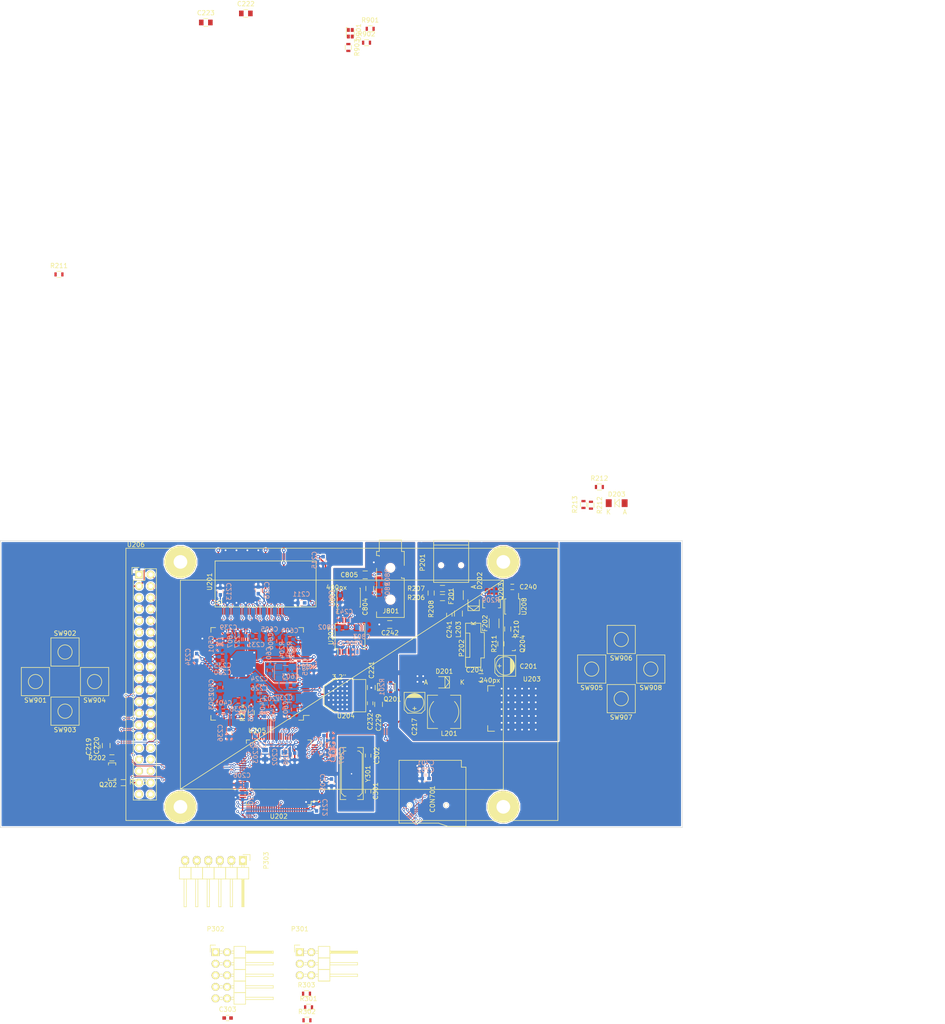
<source format=kicad_pcb>
(kicad_pcb (version 4) (host pcbnew "(2016-02-12 BZR 6554)-stable")

  (general
    (links 488)
    (no_connects 230)
    (area 52.199999 49.949999 202.300001 113.050001)
    (thickness 1.6)
    (drawings 4)
    (tracks 1849)
    (zones 0)
    (modules 131)
    (nets 208)
  )

  (page A4)
  (layers
    (0 F.Cu signal)
    (31 B.Cu signal)
    (32 B.Adhes user)
    (33 F.Adhes user)
    (34 B.Paste user)
    (35 F.Paste user)
    (36 B.SilkS user)
    (37 F.SilkS user)
    (38 B.Mask user)
    (39 F.Mask user)
    (40 Dwgs.User user)
    (41 Cmts.User user)
    (42 Eco1.User user)
    (43 Eco2.User user)
    (44 Edge.Cuts user)
    (45 Margin user)
    (46 B.CrtYd user)
    (47 F.CrtYd user)
    (48 B.Fab user)
    (49 F.Fab user hide)
  )

  (setup
    (last_trace_width 0.3)
    (user_trace_width 0.1524)
    (user_trace_width 0.2)
    (user_trace_width 0.3)
    (user_trace_width 0.4)
    (user_trace_width 0.5)
    (trace_clearance 0.153)
    (zone_clearance 0)
    (zone_45_only no)
    (trace_min 0.1524)
    (segment_width 0.2)
    (edge_width 0.1)
    (via_size 0.6096)
    (via_drill 0.3048)
    (via_min_size 0.6096)
    (via_min_drill 0.3048)
    (user_via 0.6096 0.3048)
    (user_via 0.8 0.4)
    (user_via 1 0.6)
    (uvia_size 0.3048)
    (uvia_drill 0.1)
    (uvias_allowed no)
    (uvia_min_size 0.2)
    (uvia_min_drill 0.1)
    (pcb_text_width 0.3)
    (pcb_text_size 1.5 1.5)
    (mod_edge_width 0.15)
    (mod_text_size 1 1)
    (mod_text_width 0.15)
    (pad_size 9.4 10.8)
    (pad_drill 0)
    (pad_to_mask_clearance 0)
    (aux_axis_origin 0 0)
    (visible_elements FFFFFF7F)
    (pcbplotparams
      (layerselection 0x00030_ffffffff)
      (usegerberextensions false)
      (excludeedgelayer true)
      (linewidth 0.100000)
      (plotframeref false)
      (viasonmask false)
      (mode 1)
      (useauxorigin false)
      (hpglpennumber 1)
      (hpglpenspeed 20)
      (hpglpendiameter 15)
      (psnegative false)
      (psa4output false)
      (plotreference true)
      (plotvalue true)
      (plotinvisibletext false)
      (padsonsilk false)
      (subtractmaskfromsilk false)
      (outputformat 1)
      (mirror false)
      (drillshape 1)
      (scaleselection 1)
      (outputdirectory ""))
  )

  (net 0 "")
  (net 1 VSYS)
  (net 2 GND)
  (net 3 VSTM33)
  (net 4 /powersupply/VCAP1)
  (net 5 /powersupply/VCAP2)
  (net 6 VFPGA33)
  (net 7 +1V2)
  (net 8 VUSB)
  (net 9 /debug/OSCIN)
  (net 10 /debug/OSCOUT)
  (net 11 /audio/DACVREF)
  (net 12 /audio/AOUTL)
  (net 13 /audio/FBL)
  (net 14 /audio/AOUTR)
  (net 15 /audio/FBR)
  (net 16 /FSMC/SDIO_CMD)
  (net 17 /sdcard/SDIO_D3)
  (net 18 /sdcard/SDIO_D2)
  (net 19 /sdcard/SDIO_CLK)
  (net 20 /sdcard/SDIO_D0)
  (net 21 /sdcard/SDIO_D1)
  (net 22 /sdcard/SDCARD_DETECT)
  (net 23 /powersupply/SYS_VOLTAGE)
  (net 24 "Net-(D901-Pad2)")
  (net 25 "Net-(D901-Pad4)")
  (net 26 "Net-(D901-Pad3)")
  (net 27 "Net-(F201-Pad1)")
  (net 28 "Net-(F201-Pad2)")
  (net 29 VBAT)
  (net 30 "Net-(P201-Pad4)")
  (net 31 /powersupply/THERM)
  (net 32 /debug/NRST)
  (net 33 /debug/BOOT0)
  (net 34 /FSMC/BOOT1)
  (net 35 /debug/FTCK)
  (net 36 /debug/FTMS)
  (net 37 /debug/FTDI)
  (net 38 /debug/FTDO)
  (net 39 "Net-(P302-Pad8)")
  (net 40 "Net-(P302-Pad10)")
  (net 41 /debug/JTCK)
  (net 42 /debug/JTMS)
  (net 43 /debug/JTDI)
  (net 44 /FSMC/JTDO)
  (net 45 /FSMC/JRST_N)
  (net 46 /powersupply/FPGA_ENABLE_N)
  (net 47 "Net-(Q202-Pad1)")
  (net 48 /FSMC/BACKLIGHT_EN_N)
  (net 49 /powersupply/CHARGE_ENABLE)
  (net 50 /powersupply/PROG_SWITCHED)
  (net 51 /powersupply/TOE)
  (net 52 /powersupply/CFG0)
  (net 53 /powersupply/CHG_ACTIVE_N)
  (net 54 /powersupply/USB_PRESENT_N)
  (net 55 /powersupply/PROG)
  (net 56 /userif/RGBLED0)
  (net 57 /userif/RGBLED1)
  (net 58 /userif/RGBLED2)
  (net 59 /userif/SW_LEFT)
  (net 60 /userif/SW_UP)
  (net 61 /userif/SW_DOWN)
  (net 62 /userif/SW_RIGHT)
  (net 63 /sdcard/SW_B)
  (net 64 /sdcard/SW_A)
  (net 65 /sdcard/SW_C)
  (net 66 /sdcard/SW_D)
  (net 67 /sdram/DQ0)
  (net 68 /sdram/DQ1)
  (net 69 /sdram/DQ2)
  (net 70 /sdram/DQ3)
  (net 71 /sdram/DQ4)
  (net 72 /sdram/DQ5)
  (net 73 /sdram/DQ6)
  (net 74 /sdram/DQ7)
  (net 75 /sdram/DQML)
  (net 76 /sdram/WE)
  (net 77 /sdram/CAS)
  (net 78 /sdram/RAS)
  (net 79 /sdram/CS)
  (net 80 /sdram/BA0)
  (net 81 /sdram/BA1)
  (net 82 /sdram/A10)
  (net 83 /sdram/A0)
  (net 84 /sdram/A1)
  (net 85 /sdram/A2)
  (net 86 /sdram/A3)
  (net 87 /sdram/A4)
  (net 88 /sdram/A5)
  (net 89 /sdram/A6)
  (net 90 /sdram/A7)
  (net 91 /sdram/A8)
  (net 92 /sdram/A9)
  (net 93 /sdram/A11)
  (net 94 "Net-(U201-Pad36)")
  (net 95 /sdram/CKE)
  (net 96 /sdram/CLK)
  (net 97 /sdram/DQMH)
  (net 98 "Net-(U201-Pad40)")
  (net 99 /sdram/DQ8)
  (net 100 /sdram/DQ9)
  (net 101 /sdram/DQ10)
  (net 102 /sdram/DQ11)
  (net 103 /sdram/DQ12)
  (net 104 /sdram/DQ13)
  (net 105 /sdram/DQ14)
  (net 106 /sdram/DQ15)
  (net 107 /FSMC/A23)
  (net 108 /FSMC/A19)
  (net 109 /FSMC/A20)
  (net 110 /FSMC/A21)
  (net 111 /FSMC/A22)
  (net 112 "Net-(U202-Pad7)")
  (net 113 "Net-(U202-Pad8)")
  (net 114 "Net-(U202-Pad9)")
  (net 115 "Net-(U202-Pad34)")
  (net 116 "Net-(U202-Pad35)")
  (net 117 "Net-(U202-Pad36)")
  (net 118 /FSMC/DA4)
  (net 119 /FSMC/DA5)
  (net 120 /FSMC/DA6)
  (net 121 /FSMC/DA7)
  (net 122 /FSMC/DA8)
  (net 123 /FSMC/DA9)
  (net 124 /FSMC/DA10)
  (net 125 /FSMC/DA11)
  (net 126 /FSMC/DA12)
  (net 127 "Net-(U202-Pad47)")
  (net 128 "Net-(U202-Pad48)")
  (net 129 /FSMC/T_CS)
  (net 130 /FSMC/T_CLK)
  (net 131 /FSMC/T_DOUT)
  (net 132 /FSMC/T_DIN)
  (net 133 /FSMC/DA13)
  (net 134 /FSMC/DA14)
  (net 135 /FSMC/DA15)
  (net 136 /FSMC/A16)
  (net 137 /FSMC/A17)
  (net 138 /FSMC/A18)
  (net 139 /FSMC/DA0)
  (net 140 /FSMC/DA1)
  (net 141 /display/T_BUSY)
  (net 142 /display/T_IRQ)
  (net 143 /FSMC/DA2)
  (net 144 /FSMC/DA3)
  (net 145 /FSMC/CLK)
  (net 146 /FSMC/OE_N)
  (net 147 /FSMC/WE_N)
  (net 148 /FSMC/WAIT_N)
  (net 149 /FSMC/E1_N)
  (net 150 "Net-(U202-Pad91)")
  (net 151 "Net-(U202-Pad92)")
  (net 152 /FSMC/ADV_N)
  (net 153 "Net-(U202-Pad96)")
  (net 154 /FSMC/BL0_N)
  (net 155 /FSMC/BL1_N)
  (net 156 /audio/L3MODE)
  (net 157 /audio/ADATA)
  (net 158 /audio/L3DATA)
  (net 159 /audio/ACLK)
  (net 160 /sdram/CLK_50M)
  (net 161 /audio/AWS)
  (net 162 /audio/ABCK)
  (net 163 /display/DB0)
  (net 164 /display/DB1)
  (net 165 /display/DB2)
  (net 166 /display/RS)
  (net 167 /display/DB3)
  (net 168 /display/WR)
  (net 169 /display/DB4)
  (net 170 /display/RD)
  (net 171 /display/DB5)
  (net 172 /display/DB8)
  (net 173 /display/DB6)
  (net 174 /display/DB9)
  (net 175 /display/DB7)
  (net 176 /display/DB10)
  (net 177 /display/DB11)
  (net 178 /display/DB12)
  (net 179 /display/DB13)
  (net 180 /display/DB14)
  (net 181 /display/DB15)
  (net 182 /display/CS)
  (net 183 /display/RST)
  (net 184 "Net-(U206-Pad5)")
  (net 185 "Net-(U206-Pad30)")
  (net 186 "Net-(U206-Pad31)")
  (net 187 "Net-(U206-Pad32)")
  (net 188 "Net-(U206-Pad34)")
  (net 189 "Net-(U206-Pad35)")
  (net 190 "Net-(U206-Pad36)")
  (net 191 "Net-(U206-Pad38)")
  (net 192 "Net-(U206-Pad39)")
  (net 193 "Net-(U206-Pad40)")
  (net 194 /audio/DACL)
  (net 195 /audio/DACR)
  (net 196 "Net-(U208-Pad4)")
  (net 197 /powersupply/LSout)
  (net 198 /powersupply/SSout)
  (net 199 /powersupply/D-)
  (net 200 /powersupply/D+)
  (net 201 /powersupply/B+)
  (net 202 "Net-(U202-Pad33)")
  (net 203 "Net-(X601-Pad1)")
  (net 204 /audio/APPSEL)
  (net 205 /debug/FRST)
  (net 206 /powersupply/USHLD)
  (net 207 /powersupply/BL)

  (net_class Default "This is the default net class."
    (clearance 0.153)
    (trace_width 0.1524)
    (via_dia 0.6096)
    (via_drill 0.3048)
    (uvia_dia 0.3048)
    (uvia_drill 0.1)
    (add_net +1V2)
    (add_net /FSMC/A16)
    (add_net /FSMC/A17)
    (add_net /FSMC/A18)
    (add_net /FSMC/A19)
    (add_net /FSMC/A20)
    (add_net /FSMC/A21)
    (add_net /FSMC/A22)
    (add_net /FSMC/A23)
    (add_net /FSMC/ADV_N)
    (add_net /FSMC/BACKLIGHT_EN_N)
    (add_net /FSMC/BL0_N)
    (add_net /FSMC/BL1_N)
    (add_net /FSMC/BOOT1)
    (add_net /FSMC/CLK)
    (add_net /FSMC/DA0)
    (add_net /FSMC/DA1)
    (add_net /FSMC/DA10)
    (add_net /FSMC/DA11)
    (add_net /FSMC/DA12)
    (add_net /FSMC/DA13)
    (add_net /FSMC/DA14)
    (add_net /FSMC/DA15)
    (add_net /FSMC/DA2)
    (add_net /FSMC/DA3)
    (add_net /FSMC/DA4)
    (add_net /FSMC/DA5)
    (add_net /FSMC/DA6)
    (add_net /FSMC/DA7)
    (add_net /FSMC/DA8)
    (add_net /FSMC/DA9)
    (add_net /FSMC/E1_N)
    (add_net /FSMC/JRST_N)
    (add_net /FSMC/JTDO)
    (add_net /FSMC/OE_N)
    (add_net /FSMC/SDIO_CMD)
    (add_net /FSMC/T_CLK)
    (add_net /FSMC/T_CS)
    (add_net /FSMC/T_DIN)
    (add_net /FSMC/T_DOUT)
    (add_net /FSMC/WAIT_N)
    (add_net /FSMC/WE_N)
    (add_net /audio/ABCK)
    (add_net /audio/ACLK)
    (add_net /audio/ADATA)
    (add_net /audio/AOUTL)
    (add_net /audio/AOUTR)
    (add_net /audio/APPSEL)
    (add_net /audio/AWS)
    (add_net /audio/DACL)
    (add_net /audio/DACR)
    (add_net /audio/DACVREF)
    (add_net /audio/FBL)
    (add_net /audio/FBR)
    (add_net /audio/L3DATA)
    (add_net /audio/L3MODE)
    (add_net /debug/BOOT0)
    (add_net /debug/FRST)
    (add_net /debug/FTCK)
    (add_net /debug/FTDI)
    (add_net /debug/FTDO)
    (add_net /debug/FTMS)
    (add_net /debug/JTCK)
    (add_net /debug/JTDI)
    (add_net /debug/JTMS)
    (add_net /debug/NRST)
    (add_net /debug/OSCIN)
    (add_net /debug/OSCOUT)
    (add_net /display/CS)
    (add_net /display/DB0)
    (add_net /display/DB1)
    (add_net /display/DB10)
    (add_net /display/DB11)
    (add_net /display/DB12)
    (add_net /display/DB13)
    (add_net /display/DB14)
    (add_net /display/DB15)
    (add_net /display/DB2)
    (add_net /display/DB3)
    (add_net /display/DB4)
    (add_net /display/DB5)
    (add_net /display/DB6)
    (add_net /display/DB7)
    (add_net /display/DB8)
    (add_net /display/DB9)
    (add_net /display/RD)
    (add_net /display/RS)
    (add_net /display/RST)
    (add_net /display/T_BUSY)
    (add_net /display/T_IRQ)
    (add_net /display/WR)
    (add_net /powersupply/B+)
    (add_net /powersupply/BL)
    (add_net /powersupply/CFG0)
    (add_net /powersupply/CHARGE_ENABLE)
    (add_net /powersupply/CHG_ACTIVE_N)
    (add_net /powersupply/D+)
    (add_net /powersupply/D-)
    (add_net /powersupply/FPGA_ENABLE_N)
    (add_net /powersupply/LSout)
    (add_net /powersupply/PROG)
    (add_net /powersupply/PROG_SWITCHED)
    (add_net /powersupply/SSout)
    (add_net /powersupply/SYS_VOLTAGE)
    (add_net /powersupply/THERM)
    (add_net /powersupply/TOE)
    (add_net /powersupply/USB_PRESENT_N)
    (add_net /powersupply/USHLD)
    (add_net /powersupply/VCAP1)
    (add_net /powersupply/VCAP2)
    (add_net /sdcard/SDCARD_DETECT)
    (add_net /sdcard/SDIO_CLK)
    (add_net /sdcard/SDIO_D0)
    (add_net /sdcard/SDIO_D1)
    (add_net /sdcard/SDIO_D2)
    (add_net /sdcard/SDIO_D3)
    (add_net /sdcard/SW_A)
    (add_net /sdcard/SW_B)
    (add_net /sdcard/SW_C)
    (add_net /sdcard/SW_D)
    (add_net /sdram/A0)
    (add_net /sdram/A1)
    (add_net /sdram/A10)
    (add_net /sdram/A11)
    (add_net /sdram/A2)
    (add_net /sdram/A3)
    (add_net /sdram/A4)
    (add_net /sdram/A5)
    (add_net /sdram/A6)
    (add_net /sdram/A7)
    (add_net /sdram/A8)
    (add_net /sdram/A9)
    (add_net /sdram/BA0)
    (add_net /sdram/BA1)
    (add_net /sdram/CAS)
    (add_net /sdram/CKE)
    (add_net /sdram/CLK)
    (add_net /sdram/CLK_50M)
    (add_net /sdram/CS)
    (add_net /sdram/DQ0)
    (add_net /sdram/DQ1)
    (add_net /sdram/DQ10)
    (add_net /sdram/DQ11)
    (add_net /sdram/DQ12)
    (add_net /sdram/DQ13)
    (add_net /sdram/DQ14)
    (add_net /sdram/DQ15)
    (add_net /sdram/DQ2)
    (add_net /sdram/DQ3)
    (add_net /sdram/DQ4)
    (add_net /sdram/DQ5)
    (add_net /sdram/DQ6)
    (add_net /sdram/DQ7)
    (add_net /sdram/DQ8)
    (add_net /sdram/DQ9)
    (add_net /sdram/DQMH)
    (add_net /sdram/DQML)
    (add_net /sdram/RAS)
    (add_net /sdram/WE)
    (add_net /userif/RGBLED0)
    (add_net /userif/RGBLED1)
    (add_net /userif/RGBLED2)
    (add_net /userif/SW_DOWN)
    (add_net /userif/SW_LEFT)
    (add_net /userif/SW_RIGHT)
    (add_net /userif/SW_UP)
    (add_net GND)
    (add_net "Net-(D901-Pad2)")
    (add_net "Net-(D901-Pad3)")
    (add_net "Net-(D901-Pad4)")
    (add_net "Net-(F201-Pad1)")
    (add_net "Net-(F201-Pad2)")
    (add_net "Net-(P201-Pad4)")
    (add_net "Net-(P302-Pad10)")
    (add_net "Net-(P302-Pad8)")
    (add_net "Net-(Q202-Pad1)")
    (add_net "Net-(U201-Pad36)")
    (add_net "Net-(U201-Pad40)")
    (add_net "Net-(U202-Pad33)")
    (add_net "Net-(U202-Pad34)")
    (add_net "Net-(U202-Pad35)")
    (add_net "Net-(U202-Pad36)")
    (add_net "Net-(U202-Pad47)")
    (add_net "Net-(U202-Pad48)")
    (add_net "Net-(U202-Pad7)")
    (add_net "Net-(U202-Pad8)")
    (add_net "Net-(U202-Pad9)")
    (add_net "Net-(U202-Pad91)")
    (add_net "Net-(U202-Pad92)")
    (add_net "Net-(U202-Pad96)")
    (add_net "Net-(U206-Pad30)")
    (add_net "Net-(U206-Pad31)")
    (add_net "Net-(U206-Pad32)")
    (add_net "Net-(U206-Pad34)")
    (add_net "Net-(U206-Pad35)")
    (add_net "Net-(U206-Pad36)")
    (add_net "Net-(U206-Pad38)")
    (add_net "Net-(U206-Pad39)")
    (add_net "Net-(U206-Pad40)")
    (add_net "Net-(U206-Pad5)")
    (add_net "Net-(U208-Pad4)")
    (add_net "Net-(X601-Pad1)")
    (add_net VBAT)
    (add_net VFPGA33)
    (add_net VSTM33)
    (add_net VSYS)
    (add_net VUSB)
  )

  (module Capacitors_SMD:c_elec_4x4.5 (layer F.Cu) (tedit 55725C01) (tstamp 56D850F1)
    (at 163.3 77.5 180)
    (descr "SMT capacitor, aluminium electrolytic, 4x4.5")
    (path /563244F7/56C2EA4B)
    (attr smd)
    (fp_text reference C201 (at -5.1 -0.1 180) (layer F.SilkS)
      (effects (font (size 1 1) (thickness 0.15)))
    )
    (fp_text value 220u (at 0 3.175 180) (layer F.Fab)
      (effects (font (size 1 1) (thickness 0.15)))
    )
    (fp_line (start -3.35 2.65) (end 3.35 2.65) (layer F.CrtYd) (width 0.05))
    (fp_line (start 3.35 -2.65) (end -3.35 -2.65) (layer F.CrtYd) (width 0.05))
    (fp_line (start -3.35 -2.65) (end -3.35 2.65) (layer F.CrtYd) (width 0.05))
    (fp_line (start 3.35 2.65) (end 3.35 -2.65) (layer F.CrtYd) (width 0.05))
    (fp_line (start 1.651 0) (end 0.889 0) (layer F.SilkS) (width 0.15))
    (fp_line (start 1.27 -0.381) (end 1.27 0.381) (layer F.SilkS) (width 0.15))
    (fp_line (start 1.524 2.286) (end -2.286 2.286) (layer F.SilkS) (width 0.15))
    (fp_line (start 2.286 -1.524) (end 2.286 1.524) (layer F.SilkS) (width 0.15))
    (fp_line (start 1.524 2.286) (end 2.286 1.524) (layer F.SilkS) (width 0.15))
    (fp_line (start 1.524 -2.286) (end -2.286 -2.286) (layer F.SilkS) (width 0.15))
    (fp_line (start 1.524 -2.286) (end 2.286 -1.524) (layer F.SilkS) (width 0.15))
    (fp_line (start -2.032 0.127) (end -2.032 -0.127) (layer F.SilkS) (width 0.15))
    (fp_line (start -1.905 -0.635) (end -1.905 0.635) (layer F.SilkS) (width 0.15))
    (fp_line (start -1.778 0.889) (end -1.778 -0.889) (layer F.SilkS) (width 0.15))
    (fp_line (start -1.651 1.143) (end -1.651 -1.143) (layer F.SilkS) (width 0.15))
    (fp_line (start -1.524 -1.27) (end -1.524 1.27) (layer F.SilkS) (width 0.15))
    (fp_line (start -1.397 1.397) (end -1.397 -1.397) (layer F.SilkS) (width 0.15))
    (fp_line (start -1.27 -1.524) (end -1.27 1.524) (layer F.SilkS) (width 0.15))
    (fp_line (start -1.143 -1.651) (end -1.143 1.651) (layer F.SilkS) (width 0.15))
    (fp_line (start -2.286 -2.286) (end -2.286 2.286) (layer F.SilkS) (width 0.15))
    (fp_circle (center 0 0) (end -2.032 0) (layer F.SilkS) (width 0.15))
    (pad 1 smd rect (at 1.80086 0 180) (size 2.60096 1.6002) (layers F.Cu F.Paste F.Mask)
      (net 1 VSYS))
    (pad 2 smd rect (at -1.80086 0 180) (size 2.60096 1.6002) (layers F.Cu F.Paste F.Mask)
      (net 2 GND))
    (model Capacitors_SMD.3dshapes/c_elec_4x4.5.wrl
      (at (xyz 0 0 0))
      (scale (xyz 1 1 1))
      (rotate (xyz 0 0 0))
    )
  )

  (module Capacitors_SMD:C_0805 (layer B.Cu) (tedit 5415D6EA) (tstamp 56D850FD)
    (at 114.75 97.5 270)
    (descr "Capacitor SMD 0805, reflow soldering, AVX (see smccp.pdf)")
    (tags "capacitor 0805")
    (path /563244F7/56C52C65)
    (attr smd)
    (fp_text reference C202 (at 0 2.1 270) (layer B.SilkS)
      (effects (font (size 1 1) (thickness 0.15)) (justify mirror))
    )
    (fp_text value 10u (at 0 -2.1 270) (layer B.Fab)
      (effects (font (size 1 1) (thickness 0.15)) (justify mirror))
    )
    (fp_line (start -1.8 1) (end 1.8 1) (layer B.CrtYd) (width 0.05))
    (fp_line (start -1.8 -1) (end 1.8 -1) (layer B.CrtYd) (width 0.05))
    (fp_line (start -1.8 1) (end -1.8 -1) (layer B.CrtYd) (width 0.05))
    (fp_line (start 1.8 1) (end 1.8 -1) (layer B.CrtYd) (width 0.05))
    (fp_line (start 0.5 0.85) (end -0.5 0.85) (layer B.SilkS) (width 0.15))
    (fp_line (start -0.5 -0.85) (end 0.5 -0.85) (layer B.SilkS) (width 0.15))
    (pad 1 smd rect (at -1 0 270) (size 1 1.25) (layers B.Cu B.Paste B.Mask)
      (net 3 VSTM33))
    (pad 2 smd rect (at 1 0 270) (size 1 1.25) (layers B.Cu B.Paste B.Mask)
      (net 2 GND))
    (model Capacitors_SMD.3dshapes/C_0805.wrl
      (at (xyz 0 0 0))
      (scale (xyz 1 1 1))
      (rotate (xyz 0 0 0))
    )
  )

  (module Capacitors_SMD:C_0805 (layer B.Cu) (tedit 5415D6EA) (tstamp 56D85109)
    (at 110.5 97 270)
    (descr "Capacitor SMD 0805, reflow soldering, AVX (see smccp.pdf)")
    (tags "capacitor 0805")
    (path /563244F7/56C5D114)
    (attr smd)
    (fp_text reference C203 (at 0 2.1 270) (layer B.SilkS)
      (effects (font (size 1 1) (thickness 0.15)) (justify mirror))
    )
    (fp_text value 2.2u (at 0 -2.1 270) (layer B.Fab)
      (effects (font (size 1 1) (thickness 0.15)) (justify mirror))
    )
    (fp_line (start -1.8 1) (end 1.8 1) (layer B.CrtYd) (width 0.05))
    (fp_line (start -1.8 -1) (end 1.8 -1) (layer B.CrtYd) (width 0.05))
    (fp_line (start -1.8 1) (end -1.8 -1) (layer B.CrtYd) (width 0.05))
    (fp_line (start 1.8 1) (end 1.8 -1) (layer B.CrtYd) (width 0.05))
    (fp_line (start 0.5 0.85) (end -0.5 0.85) (layer B.SilkS) (width 0.15))
    (fp_line (start -0.5 -0.85) (end 0.5 -0.85) (layer B.SilkS) (width 0.15))
    (pad 1 smd rect (at -1 0 270) (size 1 1.25) (layers B.Cu B.Paste B.Mask)
      (net 4 /powersupply/VCAP1))
    (pad 2 smd rect (at 1 0 270) (size 1 1.25) (layers B.Cu B.Paste B.Mask)
      (net 2 GND))
    (model Capacitors_SMD.3dshapes/C_0805.wrl
      (at (xyz 0 0 0))
      (scale (xyz 1 1 1))
      (rotate (xyz 0 0 0))
    )
  )

  (module Capacitors_SMD:C_0805 (layer F.Cu) (tedit 5415D6EA) (tstamp 56D85115)
    (at 157.95 80.05)
    (descr "Capacitor SMD 0805, reflow soldering, AVX (see smccp.pdf)")
    (tags "capacitor 0805")
    (path /563244F7/56324973)
    (attr smd)
    (fp_text reference C204 (at -1.4 -1.65) (layer F.SilkS)
      (effects (font (size 1 1) (thickness 0.15)))
    )
    (fp_text value 10u (at 0 2.1) (layer F.Fab)
      (effects (font (size 1 1) (thickness 0.15)))
    )
    (fp_line (start -1.8 -1) (end 1.8 -1) (layer F.CrtYd) (width 0.05))
    (fp_line (start -1.8 1) (end 1.8 1) (layer F.CrtYd) (width 0.05))
    (fp_line (start -1.8 -1) (end -1.8 1) (layer F.CrtYd) (width 0.05))
    (fp_line (start 1.8 -1) (end 1.8 1) (layer F.CrtYd) (width 0.05))
    (fp_line (start 0.5 -0.85) (end -0.5 -0.85) (layer F.SilkS) (width 0.15))
    (fp_line (start -0.5 0.85) (end 0.5 0.85) (layer F.SilkS) (width 0.15))
    (pad 1 smd rect (at -1 0) (size 1 1.25) (layers F.Cu F.Paste F.Mask)
      (net 1 VSYS))
    (pad 2 smd rect (at 1 0) (size 1 1.25) (layers F.Cu F.Paste F.Mask)
      (net 2 GND))
    (model Capacitors_SMD.3dshapes/C_0805.wrl
      (at (xyz 0 0 0))
      (scale (xyz 1 1 1))
      (rotate (xyz 0 0 0))
    )
  )

  (module Capacitors_SMD:C_0603 (layer B.Cu) (tedit 5415D631) (tstamp 56D85121)
    (at 125.1 103.1 270)
    (descr "Capacitor SMD 0603, reflow soldering, AVX (see smccp.pdf)")
    (tags "capacitor 0603")
    (path /563244F7/56C50D95)
    (attr smd)
    (fp_text reference C205 (at 0 1.9 270) (layer B.SilkS)
      (effects (font (size 1 1) (thickness 0.15)) (justify mirror))
    )
    (fp_text value 100n (at 0 -1.9 270) (layer B.Fab)
      (effects (font (size 1 1) (thickness 0.15)) (justify mirror))
    )
    (fp_line (start -1.45 0.75) (end 1.45 0.75) (layer B.CrtYd) (width 0.05))
    (fp_line (start -1.45 -0.75) (end 1.45 -0.75) (layer B.CrtYd) (width 0.05))
    (fp_line (start -1.45 0.75) (end -1.45 -0.75) (layer B.CrtYd) (width 0.05))
    (fp_line (start 1.45 0.75) (end 1.45 -0.75) (layer B.CrtYd) (width 0.05))
    (fp_line (start -0.35 0.6) (end 0.35 0.6) (layer B.SilkS) (width 0.15))
    (fp_line (start 0.35 -0.6) (end -0.35 -0.6) (layer B.SilkS) (width 0.15))
    (pad 1 smd rect (at -0.75 0 270) (size 0.8 0.75) (layers B.Cu B.Paste B.Mask)
      (net 3 VSTM33))
    (pad 2 smd rect (at 0.75 0 270) (size 0.8 0.75) (layers B.Cu B.Paste B.Mask)
      (net 2 GND))
    (model Capacitors_SMD.3dshapes/C_0603.wrl
      (at (xyz 0 0 0))
      (scale (xyz 1 1 1))
      (rotate (xyz 0 0 0))
    )
  )

  (module Capacitors_SMD:C_0805 (layer B.Cu) (tedit 5415D6EA) (tstamp 56D8512D)
    (at 105.4 103.65 180)
    (descr "Capacitor SMD 0805, reflow soldering, AVX (see smccp.pdf)")
    (tags "capacitor 0805")
    (path /563244F7/56C5C319)
    (attr smd)
    (fp_text reference C206 (at 0 2.1 180) (layer B.SilkS)
      (effects (font (size 1 1) (thickness 0.15)) (justify mirror))
    )
    (fp_text value 2.2u (at 0 -2.1 180) (layer B.Fab)
      (effects (font (size 1 1) (thickness 0.15)) (justify mirror))
    )
    (fp_line (start -1.8 1) (end 1.8 1) (layer B.CrtYd) (width 0.05))
    (fp_line (start -1.8 -1) (end 1.8 -1) (layer B.CrtYd) (width 0.05))
    (fp_line (start -1.8 1) (end -1.8 -1) (layer B.CrtYd) (width 0.05))
    (fp_line (start 1.8 1) (end 1.8 -1) (layer B.CrtYd) (width 0.05))
    (fp_line (start 0.5 0.85) (end -0.5 0.85) (layer B.SilkS) (width 0.15))
    (fp_line (start -0.5 -0.85) (end 0.5 -0.85) (layer B.SilkS) (width 0.15))
    (pad 1 smd rect (at -1 0 180) (size 1 1.25) (layers B.Cu B.Paste B.Mask)
      (net 5 /powersupply/VCAP2))
    (pad 2 smd rect (at 1 0 180) (size 1 1.25) (layers B.Cu B.Paste B.Mask)
      (net 2 GND))
    (model Capacitors_SMD.3dshapes/C_0805.wrl
      (at (xyz 0 0 0))
      (scale (xyz 1 1 1))
      (rotate (xyz 0 0 0))
    )
  )

  (module Capacitors_SMD:C_0603 (layer B.Cu) (tedit 5415D631) (tstamp 56D85139)
    (at 125.4 97.2 90)
    (descr "Capacitor SMD 0603, reflow soldering, AVX (see smccp.pdf)")
    (tags "capacitor 0603")
    (path /563244F7/56C5067D)
    (attr smd)
    (fp_text reference C207 (at 0 1.9 90) (layer B.SilkS)
      (effects (font (size 1 1) (thickness 0.15)) (justify mirror))
    )
    (fp_text value 100n (at 0 -1.9 90) (layer B.Fab)
      (effects (font (size 1 1) (thickness 0.15)) (justify mirror))
    )
    (fp_line (start -1.45 0.75) (end 1.45 0.75) (layer B.CrtYd) (width 0.05))
    (fp_line (start -1.45 -0.75) (end 1.45 -0.75) (layer B.CrtYd) (width 0.05))
    (fp_line (start -1.45 0.75) (end -1.45 -0.75) (layer B.CrtYd) (width 0.05))
    (fp_line (start 1.45 0.75) (end 1.45 -0.75) (layer B.CrtYd) (width 0.05))
    (fp_line (start -0.35 0.6) (end 0.35 0.6) (layer B.SilkS) (width 0.15))
    (fp_line (start 0.35 -0.6) (end -0.35 -0.6) (layer B.SilkS) (width 0.15))
    (pad 1 smd rect (at -0.75 0 90) (size 0.8 0.75) (layers B.Cu B.Paste B.Mask)
      (net 3 VSTM33))
    (pad 2 smd rect (at 0.75 0 90) (size 0.8 0.75) (layers B.Cu B.Paste B.Mask)
      (net 2 GND))
    (model Capacitors_SMD.3dshapes/C_0603.wrl
      (at (xyz 0 0 0))
      (scale (xyz 1 1 1))
      (rotate (xyz 0 0 0))
    )
  )

  (module Capacitors_SMD:C_0603 (layer B.Cu) (tedit 5415D631) (tstamp 56D85145)
    (at 117 97.4 270)
    (descr "Capacitor SMD 0603, reflow soldering, AVX (see smccp.pdf)")
    (tags "capacitor 0603")
    (path /563244F7/56C50683)
    (attr smd)
    (fp_text reference C208 (at 0 1.9 270) (layer B.SilkS)
      (effects (font (size 1 1) (thickness 0.15)) (justify mirror))
    )
    (fp_text value 100n (at 0 -1.9 270) (layer B.Fab)
      (effects (font (size 1 1) (thickness 0.15)) (justify mirror))
    )
    (fp_line (start -1.45 0.75) (end 1.45 0.75) (layer B.CrtYd) (width 0.05))
    (fp_line (start -1.45 -0.75) (end 1.45 -0.75) (layer B.CrtYd) (width 0.05))
    (fp_line (start -1.45 0.75) (end -1.45 -0.75) (layer B.CrtYd) (width 0.05))
    (fp_line (start 1.45 0.75) (end 1.45 -0.75) (layer B.CrtYd) (width 0.05))
    (fp_line (start -0.35 0.6) (end 0.35 0.6) (layer B.SilkS) (width 0.15))
    (fp_line (start 0.35 -0.6) (end -0.35 -0.6) (layer B.SilkS) (width 0.15))
    (pad 1 smd rect (at -0.75 0 270) (size 0.8 0.75) (layers B.Cu B.Paste B.Mask)
      (net 3 VSTM33))
    (pad 2 smd rect (at 0.75 0 270) (size 0.8 0.75) (layers B.Cu B.Paste B.Mask)
      (net 2 GND))
    (model Capacitors_SMD.3dshapes/C_0603.wrl
      (at (xyz 0 0 0))
      (scale (xyz 1 1 1))
      (rotate (xyz 0 0 0))
    )
  )

  (module Capacitors_SMD:C_0603 (layer B.Cu) (tedit 5415D631) (tstamp 56D85151)
    (at 108.95 93)
    (descr "Capacitor SMD 0603, reflow soldering, AVX (see smccp.pdf)")
    (tags "capacitor 0603")
    (path /563244F7/56C50689)
    (attr smd)
    (fp_text reference C209 (at 0 1.9) (layer B.SilkS)
      (effects (font (size 1 1) (thickness 0.15)) (justify mirror))
    )
    (fp_text value 100n (at 0 -1.9) (layer B.Fab)
      (effects (font (size 1 1) (thickness 0.15)) (justify mirror))
    )
    (fp_line (start -1.45 0.75) (end 1.45 0.75) (layer B.CrtYd) (width 0.05))
    (fp_line (start -1.45 -0.75) (end 1.45 -0.75) (layer B.CrtYd) (width 0.05))
    (fp_line (start -1.45 0.75) (end -1.45 -0.75) (layer B.CrtYd) (width 0.05))
    (fp_line (start 1.45 0.75) (end 1.45 -0.75) (layer B.CrtYd) (width 0.05))
    (fp_line (start -0.35 0.6) (end 0.35 0.6) (layer B.SilkS) (width 0.15))
    (fp_line (start 0.35 -0.6) (end -0.35 -0.6) (layer B.SilkS) (width 0.15))
    (pad 1 smd rect (at -0.75 0) (size 0.8 0.75) (layers B.Cu B.Paste B.Mask)
      (net 3 VSTM33))
    (pad 2 smd rect (at 0.75 0) (size 0.8 0.75) (layers B.Cu B.Paste B.Mask)
      (net 2 GND))
    (model Capacitors_SMD.3dshapes/C_0603.wrl
      (at (xyz 0 0 0))
      (scale (xyz 1 1 1))
      (rotate (xyz 0 0 0))
    )
  )

  (module Capacitors_SMD:C_0603 (layer B.Cu) (tedit 5415D631) (tstamp 56D8515D)
    (at 105.5 106.15 90)
    (descr "Capacitor SMD 0603, reflow soldering, AVX (see smccp.pdf)")
    (tags "capacitor 0603")
    (path /563244F7/56C5068F)
    (attr smd)
    (fp_text reference C210 (at 0 1.9 90) (layer B.SilkS)
      (effects (font (size 1 1) (thickness 0.15)) (justify mirror))
    )
    (fp_text value 100n (at 0 -1.9 90) (layer B.Fab)
      (effects (font (size 1 1) (thickness 0.15)) (justify mirror))
    )
    (fp_line (start -1.45 0.75) (end 1.45 0.75) (layer B.CrtYd) (width 0.05))
    (fp_line (start -1.45 -0.75) (end 1.45 -0.75) (layer B.CrtYd) (width 0.05))
    (fp_line (start -1.45 0.75) (end -1.45 -0.75) (layer B.CrtYd) (width 0.05))
    (fp_line (start 1.45 0.75) (end 1.45 -0.75) (layer B.CrtYd) (width 0.05))
    (fp_line (start -0.35 0.6) (end 0.35 0.6) (layer B.SilkS) (width 0.15))
    (fp_line (start 0.35 -0.6) (end -0.35 -0.6) (layer B.SilkS) (width 0.15))
    (pad 1 smd rect (at -0.75 0 90) (size 0.8 0.75) (layers B.Cu B.Paste B.Mask)
      (net 3 VSTM33))
    (pad 2 smd rect (at 0.75 0 90) (size 0.8 0.75) (layers B.Cu B.Paste B.Mask)
      (net 2 GND))
    (model Capacitors_SMD.3dshapes/C_0603.wrl
      (at (xyz 0 0 0))
      (scale (xyz 1 1 1))
      (rotate (xyz 0 0 0))
    )
  )

  (module Capacitors_SMD:C_0603 (layer B.Cu) (tedit 5415D631) (tstamp 56D85169)
    (at 118.45 63.65 180)
    (descr "Capacitor SMD 0603, reflow soldering, AVX (see smccp.pdf)")
    (tags "capacitor 0603")
    (path /563244F7/56C786E8)
    (attr smd)
    (fp_text reference C211 (at 0 1.9 180) (layer B.SilkS)
      (effects (font (size 1 1) (thickness 0.15)) (justify mirror))
    )
    (fp_text value 100n (at 0 -1.9 180) (layer B.Fab)
      (effects (font (size 1 1) (thickness 0.15)) (justify mirror))
    )
    (fp_line (start -1.45 0.75) (end 1.45 0.75) (layer B.CrtYd) (width 0.05))
    (fp_line (start -1.45 -0.75) (end 1.45 -0.75) (layer B.CrtYd) (width 0.05))
    (fp_line (start -1.45 0.75) (end -1.45 -0.75) (layer B.CrtYd) (width 0.05))
    (fp_line (start 1.45 0.75) (end 1.45 -0.75) (layer B.CrtYd) (width 0.05))
    (fp_line (start -0.35 0.6) (end 0.35 0.6) (layer B.SilkS) (width 0.15))
    (fp_line (start 0.35 -0.6) (end -0.35 -0.6) (layer B.SilkS) (width 0.15))
    (pad 1 smd rect (at -0.75 0 180) (size 0.8 0.75) (layers B.Cu B.Paste B.Mask)
      (net 6 VFPGA33))
    (pad 2 smd rect (at 0.75 0 180) (size 0.8 0.75) (layers B.Cu B.Paste B.Mask)
      (net 2 GND))
    (model Capacitors_SMD.3dshapes/C_0603.wrl
      (at (xyz 0 0 0))
      (scale (xyz 1 1 1))
      (rotate (xyz 0 0 0))
    )
  )

  (module Capacitors_SMD:C_0603 (layer B.Cu) (tedit 5415D631) (tstamp 56D85175)
    (at 121.8 108.6 90)
    (descr "Capacitor SMD 0603, reflow soldering, AVX (see smccp.pdf)")
    (tags "capacitor 0603")
    (path /563244F7/56C50695)
    (attr smd)
    (fp_text reference C212 (at 0 1.9 90) (layer B.SilkS)
      (effects (font (size 1 1) (thickness 0.15)) (justify mirror))
    )
    (fp_text value 100n (at 0 -1.9 90) (layer B.Fab)
      (effects (font (size 1 1) (thickness 0.15)) (justify mirror))
    )
    (fp_line (start -1.45 0.75) (end 1.45 0.75) (layer B.CrtYd) (width 0.05))
    (fp_line (start -1.45 -0.75) (end 1.45 -0.75) (layer B.CrtYd) (width 0.05))
    (fp_line (start -1.45 0.75) (end -1.45 -0.75) (layer B.CrtYd) (width 0.05))
    (fp_line (start 1.45 0.75) (end 1.45 -0.75) (layer B.CrtYd) (width 0.05))
    (fp_line (start -0.35 0.6) (end 0.35 0.6) (layer B.SilkS) (width 0.15))
    (fp_line (start 0.35 -0.6) (end -0.35 -0.6) (layer B.SilkS) (width 0.15))
    (pad 1 smd rect (at -0.75 0 90) (size 0.8 0.75) (layers B.Cu B.Paste B.Mask)
      (net 3 VSTM33))
    (pad 2 smd rect (at 0.75 0 90) (size 0.8 0.75) (layers B.Cu B.Paste B.Mask)
      (net 2 GND))
    (model Capacitors_SMD.3dshapes/C_0603.wrl
      (at (xyz 0 0 0))
      (scale (xyz 1 1 1))
      (rotate (xyz 0 0 0))
    )
  )

  (module Capacitors_SMD:C_0603 (layer B.Cu) (tedit 5415D631) (tstamp 56D85181)
    (at 100.65 61.15 90)
    (descr "Capacitor SMD 0603, reflow soldering, AVX (see smccp.pdf)")
    (tags "capacitor 0603")
    (path /563244F7/56C786EE)
    (attr smd)
    (fp_text reference C213 (at 0 1.9 90) (layer B.SilkS)
      (effects (font (size 1 1) (thickness 0.15)) (justify mirror))
    )
    (fp_text value 100n (at 0 -1.9 90) (layer B.Fab)
      (effects (font (size 1 1) (thickness 0.15)) (justify mirror))
    )
    (fp_line (start -1.45 0.75) (end 1.45 0.75) (layer B.CrtYd) (width 0.05))
    (fp_line (start -1.45 -0.75) (end 1.45 -0.75) (layer B.CrtYd) (width 0.05))
    (fp_line (start -1.45 0.75) (end -1.45 -0.75) (layer B.CrtYd) (width 0.05))
    (fp_line (start 1.45 0.75) (end 1.45 -0.75) (layer B.CrtYd) (width 0.05))
    (fp_line (start -0.35 0.6) (end 0.35 0.6) (layer B.SilkS) (width 0.15))
    (fp_line (start 0.35 -0.6) (end -0.35 -0.6) (layer B.SilkS) (width 0.15))
    (pad 1 smd rect (at -0.75 0 90) (size 0.8 0.75) (layers B.Cu B.Paste B.Mask)
      (net 6 VFPGA33))
    (pad 2 smd rect (at 0.75 0 90) (size 0.8 0.75) (layers B.Cu B.Paste B.Mask)
      (net 2 GND))
    (model Capacitors_SMD.3dshapes/C_0603.wrl
      (at (xyz 0 0 0))
      (scale (xyz 1 1 1))
      (rotate (xyz 0 0 0))
    )
  )

  (module Capacitors_SMD:C_0603 (layer B.Cu) (tedit 5415D631) (tstamp 56D8518D)
    (at 124.2 95)
    (descr "Capacitor SMD 0603, reflow soldering, AVX (see smccp.pdf)")
    (tags "capacitor 0603")
    (path /563244F7/56C5069B)
    (attr smd)
    (fp_text reference C214 (at 0 1.9) (layer B.SilkS)
      (effects (font (size 1 1) (thickness 0.15)) (justify mirror))
    )
    (fp_text value 100n (at 0 -1.9) (layer B.Fab)
      (effects (font (size 1 1) (thickness 0.15)) (justify mirror))
    )
    (fp_line (start -1.45 0.75) (end 1.45 0.75) (layer B.CrtYd) (width 0.05))
    (fp_line (start -1.45 -0.75) (end 1.45 -0.75) (layer B.CrtYd) (width 0.05))
    (fp_line (start -1.45 0.75) (end -1.45 -0.75) (layer B.CrtYd) (width 0.05))
    (fp_line (start 1.45 0.75) (end 1.45 -0.75) (layer B.CrtYd) (width 0.05))
    (fp_line (start -0.35 0.6) (end 0.35 0.6) (layer B.SilkS) (width 0.15))
    (fp_line (start 0.35 -0.6) (end -0.35 -0.6) (layer B.SilkS) (width 0.15))
    (pad 1 smd rect (at -0.75 0) (size 0.8 0.75) (layers B.Cu B.Paste B.Mask)
      (net 3 VSTM33))
    (pad 2 smd rect (at 0.75 0) (size 0.8 0.75) (layers B.Cu B.Paste B.Mask)
      (net 2 GND))
    (model Capacitors_SMD.3dshapes/C_0603.wrl
      (at (xyz 0 0 0))
      (scale (xyz 1 1 1))
      (rotate (xyz 0 0 0))
    )
  )

  (module Capacitors_SMD:C_0603 (layer B.Cu) (tedit 5415D631) (tstamp 56D85199)
    (at 123.25 54.25 270)
    (descr "Capacitor SMD 0603, reflow soldering, AVX (see smccp.pdf)")
    (tags "capacitor 0603")
    (path /563244F7/56C786F4)
    (attr smd)
    (fp_text reference C215 (at 0 1.9 270) (layer B.SilkS)
      (effects (font (size 1 1) (thickness 0.15)) (justify mirror))
    )
    (fp_text value 100n (at 0 -1.9 270) (layer B.Fab)
      (effects (font (size 1 1) (thickness 0.15)) (justify mirror))
    )
    (fp_line (start -1.45 0.75) (end 1.45 0.75) (layer B.CrtYd) (width 0.05))
    (fp_line (start -1.45 -0.75) (end 1.45 -0.75) (layer B.CrtYd) (width 0.05))
    (fp_line (start -1.45 0.75) (end -1.45 -0.75) (layer B.CrtYd) (width 0.05))
    (fp_line (start 1.45 0.75) (end 1.45 -0.75) (layer B.CrtYd) (width 0.05))
    (fp_line (start -0.35 0.6) (end 0.35 0.6) (layer B.SilkS) (width 0.15))
    (fp_line (start 0.35 -0.6) (end -0.35 -0.6) (layer B.SilkS) (width 0.15))
    (pad 1 smd rect (at -0.75 0 270) (size 0.8 0.75) (layers B.Cu B.Paste B.Mask)
      (net 6 VFPGA33))
    (pad 2 smd rect (at 0.75 0 270) (size 0.8 0.75) (layers B.Cu B.Paste B.Mask)
      (net 2 GND))
    (model Capacitors_SMD.3dshapes/C_0603.wrl
      (at (xyz 0 0 0))
      (scale (xyz 1 1 1))
      (rotate (xyz 0 0 0))
    )
  )

  (module Capacitors_SMD:C_0603 (layer B.Cu) (tedit 5415D631) (tstamp 56D851A5)
    (at 124.2 92.8)
    (descr "Capacitor SMD 0603, reflow soldering, AVX (see smccp.pdf)")
    (tags "capacitor 0603")
    (path /563244F7/56C506A1)
    (attr smd)
    (fp_text reference C216 (at 0 1.9) (layer B.SilkS)
      (effects (font (size 1 1) (thickness 0.15)) (justify mirror))
    )
    (fp_text value 100n (at 0 -1.9) (layer B.Fab)
      (effects (font (size 1 1) (thickness 0.15)) (justify mirror))
    )
    (fp_line (start -1.45 0.75) (end 1.45 0.75) (layer B.CrtYd) (width 0.05))
    (fp_line (start -1.45 -0.75) (end 1.45 -0.75) (layer B.CrtYd) (width 0.05))
    (fp_line (start -1.45 0.75) (end -1.45 -0.75) (layer B.CrtYd) (width 0.05))
    (fp_line (start 1.45 0.75) (end 1.45 -0.75) (layer B.CrtYd) (width 0.05))
    (fp_line (start -0.35 0.6) (end 0.35 0.6) (layer B.SilkS) (width 0.15))
    (fp_line (start 0.35 -0.6) (end -0.35 -0.6) (layer B.SilkS) (width 0.15))
    (pad 1 smd rect (at -0.75 0) (size 0.8 0.75) (layers B.Cu B.Paste B.Mask)
      (net 3 VSTM33))
    (pad 2 smd rect (at 0.75 0) (size 0.8 0.75) (layers B.Cu B.Paste B.Mask)
      (net 2 GND))
    (model Capacitors_SMD.3dshapes/C_0603.wrl
      (at (xyz 0 0 0))
      (scale (xyz 1 1 1))
      (rotate (xyz 0 0 0))
    )
  )

  (module Capacitors_SMD:c_elec_4x4.5 (layer F.Cu) (tedit 55725C01) (tstamp 56D851C0)
    (at 143.35 85.6 270)
    (descr "SMT capacitor, aluminium electrolytic, 4x4.5")
    (path /563244F7/56C2E260)
    (attr smd)
    (fp_text reference C217 (at 5.3 0 270) (layer F.SilkS)
      (effects (font (size 1 1) (thickness 0.15)))
    )
    (fp_text value 220u (at 0 3.175 270) (layer F.Fab)
      (effects (font (size 1 1) (thickness 0.15)))
    )
    (fp_line (start -3.35 2.65) (end 3.35 2.65) (layer F.CrtYd) (width 0.05))
    (fp_line (start 3.35 -2.65) (end -3.35 -2.65) (layer F.CrtYd) (width 0.05))
    (fp_line (start -3.35 -2.65) (end -3.35 2.65) (layer F.CrtYd) (width 0.05))
    (fp_line (start 3.35 2.65) (end 3.35 -2.65) (layer F.CrtYd) (width 0.05))
    (fp_line (start 1.651 0) (end 0.889 0) (layer F.SilkS) (width 0.15))
    (fp_line (start 1.27 -0.381) (end 1.27 0.381) (layer F.SilkS) (width 0.15))
    (fp_line (start 1.524 2.286) (end -2.286 2.286) (layer F.SilkS) (width 0.15))
    (fp_line (start 2.286 -1.524) (end 2.286 1.524) (layer F.SilkS) (width 0.15))
    (fp_line (start 1.524 2.286) (end 2.286 1.524) (layer F.SilkS) (width 0.15))
    (fp_line (start 1.524 -2.286) (end -2.286 -2.286) (layer F.SilkS) (width 0.15))
    (fp_line (start 1.524 -2.286) (end 2.286 -1.524) (layer F.SilkS) (width 0.15))
    (fp_line (start -2.032 0.127) (end -2.032 -0.127) (layer F.SilkS) (width 0.15))
    (fp_line (start -1.905 -0.635) (end -1.905 0.635) (layer F.SilkS) (width 0.15))
    (fp_line (start -1.778 0.889) (end -1.778 -0.889) (layer F.SilkS) (width 0.15))
    (fp_line (start -1.651 1.143) (end -1.651 -1.143) (layer F.SilkS) (width 0.15))
    (fp_line (start -1.524 -1.27) (end -1.524 1.27) (layer F.SilkS) (width 0.15))
    (fp_line (start -1.397 1.397) (end -1.397 -1.397) (layer F.SilkS) (width 0.15))
    (fp_line (start -1.27 -1.524) (end -1.27 1.524) (layer F.SilkS) (width 0.15))
    (fp_line (start -1.143 -1.651) (end -1.143 1.651) (layer F.SilkS) (width 0.15))
    (fp_line (start -2.286 -2.286) (end -2.286 2.286) (layer F.SilkS) (width 0.15))
    (fp_circle (center 0 0) (end -2.032 0) (layer F.SilkS) (width 0.15))
    (pad 1 smd rect (at 1.80086 0 270) (size 2.60096 1.6002) (layers F.Cu F.Paste F.Mask)
      (net 3 VSTM33))
    (pad 2 smd rect (at -1.80086 0 270) (size 2.60096 1.6002) (layers F.Cu F.Paste F.Mask)
      (net 2 GND))
    (model Capacitors_SMD.3dshapes/c_elec_4x4.5.wrl
      (at (xyz 0 0 0))
      (scale (xyz 1 1 1))
      (rotate (xyz 0 0 0))
    )
  )

  (module Capacitors_SMD:C_0603 (layer B.Cu) (tedit 5415D631) (tstamp 56D851CC)
    (at 109 60.9 90)
    (descr "Capacitor SMD 0603, reflow soldering, AVX (see smccp.pdf)")
    (tags "capacitor 0603")
    (path /563244F7/56C78700)
    (attr smd)
    (fp_text reference C218 (at 0 1.9 90) (layer B.SilkS)
      (effects (font (size 1 1) (thickness 0.15)) (justify mirror))
    )
    (fp_text value 10n (at 0 -1.9 90) (layer B.Fab)
      (effects (font (size 1 1) (thickness 0.15)) (justify mirror))
    )
    (fp_line (start -1.45 0.75) (end 1.45 0.75) (layer B.CrtYd) (width 0.05))
    (fp_line (start -1.45 -0.75) (end 1.45 -0.75) (layer B.CrtYd) (width 0.05))
    (fp_line (start -1.45 0.75) (end -1.45 -0.75) (layer B.CrtYd) (width 0.05))
    (fp_line (start 1.45 0.75) (end 1.45 -0.75) (layer B.CrtYd) (width 0.05))
    (fp_line (start -0.35 0.6) (end 0.35 0.6) (layer B.SilkS) (width 0.15))
    (fp_line (start 0.35 -0.6) (end -0.35 -0.6) (layer B.SilkS) (width 0.15))
    (pad 1 smd rect (at -0.75 0 90) (size 0.8 0.75) (layers B.Cu B.Paste B.Mask)
      (net 6 VFPGA33))
    (pad 2 smd rect (at 0.75 0 90) (size 0.8 0.75) (layers B.Cu B.Paste B.Mask)
      (net 2 GND))
    (model Capacitors_SMD.3dshapes/C_0603.wrl
      (at (xyz 0 0 0))
      (scale (xyz 1 1 1))
      (rotate (xyz 0 0 0))
    )
  )

  (module Capacitors_SMD:C_0603 (layer F.Cu) (tedit 5415D631) (tstamp 56D851D8)
    (at 73.6 95.25 90)
    (descr "Capacitor SMD 0603, reflow soldering, AVX (see smccp.pdf)")
    (tags "capacitor 0603")
    (path /563244F7/56C5BFA7)
    (attr smd)
    (fp_text reference C219 (at 0 -1.9 90) (layer F.SilkS)
      (effects (font (size 1 1) (thickness 0.15)))
    )
    (fp_text value 100n (at 0 1.9 90) (layer F.Fab)
      (effects (font (size 1 1) (thickness 0.15)))
    )
    (fp_line (start -1.45 -0.75) (end 1.45 -0.75) (layer F.CrtYd) (width 0.05))
    (fp_line (start -1.45 0.75) (end 1.45 0.75) (layer F.CrtYd) (width 0.05))
    (fp_line (start -1.45 -0.75) (end -1.45 0.75) (layer F.CrtYd) (width 0.05))
    (fp_line (start 1.45 -0.75) (end 1.45 0.75) (layer F.CrtYd) (width 0.05))
    (fp_line (start -0.35 -0.6) (end 0.35 -0.6) (layer F.SilkS) (width 0.15))
    (fp_line (start 0.35 0.6) (end -0.35 0.6) (layer F.SilkS) (width 0.15))
    (pad 1 smd rect (at -0.75 0 90) (size 0.8 0.75) (layers F.Cu F.Paste F.Mask)
      (net 6 VFPGA33))
    (pad 2 smd rect (at 0.75 0 90) (size 0.8 0.75) (layers F.Cu F.Paste F.Mask)
      (net 2 GND))
    (model Capacitors_SMD.3dshapes/C_0603.wrl
      (at (xyz 0 0 0))
      (scale (xyz 1 1 1))
      (rotate (xyz 0 0 0))
    )
  )

  (module Capacitors_SMD:C_0805 (layer F.Cu) (tedit 5415D6EA) (tstamp 56D851E4)
    (at 75.55 95 90)
    (descr "Capacitor SMD 0805, reflow soldering, AVX (see smccp.pdf)")
    (tags "capacitor 0805")
    (path /563244F7/56C58841)
    (attr smd)
    (fp_text reference C220 (at 0 -2.1 90) (layer F.SilkS)
      (effects (font (size 1 1) (thickness 0.15)))
    )
    (fp_text value 2.2u (at 0 2.1 90) (layer F.Fab)
      (effects (font (size 1 1) (thickness 0.15)))
    )
    (fp_line (start -1.8 -1) (end 1.8 -1) (layer F.CrtYd) (width 0.05))
    (fp_line (start -1.8 1) (end 1.8 1) (layer F.CrtYd) (width 0.05))
    (fp_line (start -1.8 -1) (end -1.8 1) (layer F.CrtYd) (width 0.05))
    (fp_line (start 1.8 -1) (end 1.8 1) (layer F.CrtYd) (width 0.05))
    (fp_line (start 0.5 -0.85) (end -0.5 -0.85) (layer F.SilkS) (width 0.15))
    (fp_line (start -0.5 0.85) (end 0.5 0.85) (layer F.SilkS) (width 0.15))
    (pad 1 smd rect (at -1 0 90) (size 1 1.25) (layers F.Cu F.Paste F.Mask)
      (net 6 VFPGA33))
    (pad 2 smd rect (at 1 0 90) (size 1 1.25) (layers F.Cu F.Paste F.Mask)
      (net 2 GND))
    (model Capacitors_SMD.3dshapes/C_0805.wrl
      (at (xyz 0 0 0))
      (scale (xyz 1 1 1))
      (rotate (xyz 0 0 0))
    )
  )

  (module Capacitors_SMD:C_0805 (layer F.Cu) (tedit 5415D6EA) (tstamp 56D851F0)
    (at 133.85 82.25 270)
    (descr "Capacitor SMD 0805, reflow soldering, AVX (see smccp.pdf)")
    (tags "capacitor 0805")
    (path /563244F7/56325A6A)
    (attr smd)
    (fp_text reference C221 (at -3.85 -0.05 270) (layer F.SilkS)
      (effects (font (size 1 1) (thickness 0.15)))
    )
    (fp_text value 10u (at 0 2.1 270) (layer F.Fab)
      (effects (font (size 1 1) (thickness 0.15)))
    )
    (fp_line (start -1.8 -1) (end 1.8 -1) (layer F.CrtYd) (width 0.05))
    (fp_line (start -1.8 1) (end 1.8 1) (layer F.CrtYd) (width 0.05))
    (fp_line (start -1.8 -1) (end -1.8 1) (layer F.CrtYd) (width 0.05))
    (fp_line (start 1.8 -1) (end 1.8 1) (layer F.CrtYd) (width 0.05))
    (fp_line (start 0.5 -0.85) (end -0.5 -0.85) (layer F.SilkS) (width 0.15))
    (fp_line (start -0.5 0.85) (end 0.5 0.85) (layer F.SilkS) (width 0.15))
    (pad 1 smd rect (at -1 0 270) (size 1 1.25) (layers F.Cu F.Paste F.Mask)
      (net 6 VFPGA33))
    (pad 2 smd rect (at 1 0 270) (size 1 1.25) (layers F.Cu F.Paste F.Mask)
      (net 2 GND))
    (model Capacitors_SMD.3dshapes/C_0805.wrl
      (at (xyz 0 0 0))
      (scale (xyz 1 1 1))
      (rotate (xyz 0 0 0))
    )
  )

  (module Capacitors_SMD:C_0805 (layer F.Cu) (tedit 5415D6EA) (tstamp 56D851FC)
    (at 106.257546 -65.829378)
    (descr "Capacitor SMD 0805, reflow soldering, AVX (see smccp.pdf)")
    (tags "capacitor 0805")
    (path /563244F7/563274D8)
    (attr smd)
    (fp_text reference C222 (at 0 -2.1) (layer F.SilkS)
      (effects (font (size 1 1) (thickness 0.15)))
    )
    (fp_text value 10u (at 0 2.1) (layer F.Fab)
      (effects (font (size 1 1) (thickness 0.15)))
    )
    (fp_line (start -1.8 -1) (end 1.8 -1) (layer F.CrtYd) (width 0.05))
    (fp_line (start -1.8 1) (end 1.8 1) (layer F.CrtYd) (width 0.05))
    (fp_line (start -1.8 -1) (end -1.8 1) (layer F.CrtYd) (width 0.05))
    (fp_line (start 1.8 -1) (end 1.8 1) (layer F.CrtYd) (width 0.05))
    (fp_line (start 0.5 -0.85) (end -0.5 -0.85) (layer F.SilkS) (width 0.15))
    (fp_line (start -0.5 0.85) (end 0.5 0.85) (layer F.SilkS) (width 0.15))
    (pad 1 smd rect (at -1 0) (size 1 1.25) (layers F.Cu F.Paste F.Mask)
      (net 6 VFPGA33))
    (pad 2 smd rect (at 1 0) (size 1 1.25) (layers F.Cu F.Paste F.Mask)
      (net 2 GND))
    (model Capacitors_SMD.3dshapes/C_0805.wrl
      (at (xyz 0 0 0))
      (scale (xyz 1 1 1))
      (rotate (xyz 0 0 0))
    )
  )

  (module Capacitors_SMD:C_0805 (layer F.Cu) (tedit 5415D6EA) (tstamp 56D85208)
    (at 97.457546 -63.839378)
    (descr "Capacitor SMD 0805, reflow soldering, AVX (see smccp.pdf)")
    (tags "capacitor 0805")
    (path /563244F7/563274DE)
    (attr smd)
    (fp_text reference C223 (at 0 -2.1) (layer F.SilkS)
      (effects (font (size 1 1) (thickness 0.15)))
    )
    (fp_text value 1u (at 0 2.1) (layer F.Fab)
      (effects (font (size 1 1) (thickness 0.15)))
    )
    (fp_line (start -1.8 -1) (end 1.8 -1) (layer F.CrtYd) (width 0.05))
    (fp_line (start -1.8 1) (end 1.8 1) (layer F.CrtYd) (width 0.05))
    (fp_line (start -1.8 -1) (end -1.8 1) (layer F.CrtYd) (width 0.05))
    (fp_line (start 1.8 -1) (end 1.8 1) (layer F.CrtYd) (width 0.05))
    (fp_line (start 0.5 -0.85) (end -0.5 -0.85) (layer F.SilkS) (width 0.15))
    (fp_line (start -0.5 0.85) (end 0.5 0.85) (layer F.SilkS) (width 0.15))
    (pad 1 smd rect (at -1 0) (size 1 1.25) (layers F.Cu F.Paste F.Mask)
      (net 6 VFPGA33))
    (pad 2 smd rect (at 1 0) (size 1 1.25) (layers F.Cu F.Paste F.Mask)
      (net 2 GND))
    (model Capacitors_SMD.3dshapes/C_0805.wrl
      (at (xyz 0 0 0))
      (scale (xyz 1 1 1))
      (rotate (xyz 0 0 0))
    )
  )

  (module Capacitors_SMD:C_0805 (layer B.Cu) (tedit 5415D6EA) (tstamp 56D85214)
    (at 109.25 82.45 180)
    (descr "Capacitor SMD 0805, reflow soldering, AVX (see smccp.pdf)")
    (tags "capacitor 0805")
    (path /563244F7/56326B84)
    (attr smd)
    (fp_text reference C224 (at 0 2.1 180) (layer B.SilkS)
      (effects (font (size 1 1) (thickness 0.15)) (justify mirror))
    )
    (fp_text value 10u (at 0 -2.1 180) (layer B.Fab)
      (effects (font (size 1 1) (thickness 0.15)) (justify mirror))
    )
    (fp_line (start -1.8 1) (end 1.8 1) (layer B.CrtYd) (width 0.05))
    (fp_line (start -1.8 -1) (end 1.8 -1) (layer B.CrtYd) (width 0.05))
    (fp_line (start -1.8 1) (end -1.8 -1) (layer B.CrtYd) (width 0.05))
    (fp_line (start 1.8 1) (end 1.8 -1) (layer B.CrtYd) (width 0.05))
    (fp_line (start 0.5 0.85) (end -0.5 0.85) (layer B.SilkS) (width 0.15))
    (fp_line (start -0.5 -0.85) (end 0.5 -0.85) (layer B.SilkS) (width 0.15))
    (pad 1 smd rect (at -1 0 180) (size 1 1.25) (layers B.Cu B.Paste B.Mask)
      (net 7 +1V2))
    (pad 2 smd rect (at 1 0 180) (size 1 1.25) (layers B.Cu B.Paste B.Mask)
      (net 2 GND))
    (model Capacitors_SMD.3dshapes/C_0805.wrl
      (at (xyz 0 0 0))
      (scale (xyz 1 1 1))
      (rotate (xyz 0 0 0))
    )
  )

  (module Capacitors_SMD:C_0603 (layer B.Cu) (tedit 5415D631) (tstamp 56D85220)
    (at 121.2 77.75 270)
    (descr "Capacitor SMD 0603, reflow soldering, AVX (see smccp.pdf)")
    (tags "capacitor 0603")
    (path /563244F7/563274E4)
    (attr smd)
    (fp_text reference C225 (at 0 1.9 270) (layer B.SilkS)
      (effects (font (size 1 1) (thickness 0.15)) (justify mirror))
    )
    (fp_text value 100n (at 0 -1.9 270) (layer B.Fab)
      (effects (font (size 1 1) (thickness 0.15)) (justify mirror))
    )
    (fp_line (start -1.45 0.75) (end 1.45 0.75) (layer B.CrtYd) (width 0.05))
    (fp_line (start -1.45 -0.75) (end 1.45 -0.75) (layer B.CrtYd) (width 0.05))
    (fp_line (start -1.45 0.75) (end -1.45 -0.75) (layer B.CrtYd) (width 0.05))
    (fp_line (start 1.45 0.75) (end 1.45 -0.75) (layer B.CrtYd) (width 0.05))
    (fp_line (start -0.35 0.6) (end 0.35 0.6) (layer B.SilkS) (width 0.15))
    (fp_line (start 0.35 -0.6) (end -0.35 -0.6) (layer B.SilkS) (width 0.15))
    (pad 1 smd rect (at -0.75 0 270) (size 0.8 0.75) (layers B.Cu B.Paste B.Mask)
      (net 6 VFPGA33))
    (pad 2 smd rect (at 0.75 0 270) (size 0.8 0.75) (layers B.Cu B.Paste B.Mask)
      (net 2 GND))
    (model Capacitors_SMD.3dshapes/C_0603.wrl
      (at (xyz 0 0 0))
      (scale (xyz 1 1 1))
      (rotate (xyz 0 0 0))
    )
  )

  (module Capacitors_SMD:C_0805 (layer B.Cu) (tedit 5415D6EA) (tstamp 56D8522C)
    (at 109.25 84.5 180)
    (descr "Capacitor SMD 0805, reflow soldering, AVX (see smccp.pdf)")
    (tags "capacitor 0805")
    (path /563244F7/56326C38)
    (attr smd)
    (fp_text reference C226 (at 0 2.1 180) (layer B.SilkS)
      (effects (font (size 1 1) (thickness 0.15)) (justify mirror))
    )
    (fp_text value 1u (at 0 -2.1 180) (layer B.Fab)
      (effects (font (size 1 1) (thickness 0.15)) (justify mirror))
    )
    (fp_line (start -1.8 1) (end 1.8 1) (layer B.CrtYd) (width 0.05))
    (fp_line (start -1.8 -1) (end 1.8 -1) (layer B.CrtYd) (width 0.05))
    (fp_line (start -1.8 1) (end -1.8 -1) (layer B.CrtYd) (width 0.05))
    (fp_line (start 1.8 1) (end 1.8 -1) (layer B.CrtYd) (width 0.05))
    (fp_line (start 0.5 0.85) (end -0.5 0.85) (layer B.SilkS) (width 0.15))
    (fp_line (start -0.5 -0.85) (end 0.5 -0.85) (layer B.SilkS) (width 0.15))
    (pad 1 smd rect (at -1 0 180) (size 1 1.25) (layers B.Cu B.Paste B.Mask)
      (net 7 +1V2))
    (pad 2 smd rect (at 1 0 180) (size 1 1.25) (layers B.Cu B.Paste B.Mask)
      (net 2 GND))
    (model Capacitors_SMD.3dshapes/C_0805.wrl
      (at (xyz 0 0 0))
      (scale (xyz 1 1 1))
      (rotate (xyz 0 0 0))
    )
  )

  (module Capacitors_SMD:C_0603 (layer B.Cu) (tedit 5415D631) (tstamp 56D85238)
    (at 106.25 71.65 270)
    (descr "Capacitor SMD 0603, reflow soldering, AVX (see smccp.pdf)")
    (tags "capacitor 0603")
    (path /563244F7/563274EA)
    (attr smd)
    (fp_text reference C227 (at 0 1.9 270) (layer B.SilkS)
      (effects (font (size 1 1) (thickness 0.15)) (justify mirror))
    )
    (fp_text value 100n (at 0 -1.9 270) (layer B.Fab)
      (effects (font (size 1 1) (thickness 0.15)) (justify mirror))
    )
    (fp_line (start -1.45 0.75) (end 1.45 0.75) (layer B.CrtYd) (width 0.05))
    (fp_line (start -1.45 -0.75) (end 1.45 -0.75) (layer B.CrtYd) (width 0.05))
    (fp_line (start -1.45 0.75) (end -1.45 -0.75) (layer B.CrtYd) (width 0.05))
    (fp_line (start 1.45 0.75) (end 1.45 -0.75) (layer B.CrtYd) (width 0.05))
    (fp_line (start -0.35 0.6) (end 0.35 0.6) (layer B.SilkS) (width 0.15))
    (fp_line (start 0.35 -0.6) (end -0.35 -0.6) (layer B.SilkS) (width 0.15))
    (pad 1 smd rect (at -0.75 0 270) (size 0.8 0.75) (layers B.Cu B.Paste B.Mask)
      (net 6 VFPGA33))
    (pad 2 smd rect (at 0.75 0 270) (size 0.8 0.75) (layers B.Cu B.Paste B.Mask)
      (net 2 GND))
    (model Capacitors_SMD.3dshapes/C_0603.wrl
      (at (xyz 0 0 0))
      (scale (xyz 1 1 1))
      (rotate (xyz 0 0 0))
    )
  )

  (module Capacitors_SMD:C_0603 (layer B.Cu) (tedit 5415D631) (tstamp 56D85244)
    (at 114.5 75 90)
    (descr "Capacitor SMD 0603, reflow soldering, AVX (see smccp.pdf)")
    (tags "capacitor 0603")
    (path /563244F7/56326CB4)
    (attr smd)
    (fp_text reference C228 (at 0 1.9 90) (layer B.SilkS)
      (effects (font (size 1 1) (thickness 0.15)) (justify mirror))
    )
    (fp_text value 100n (at 0 -1.9 90) (layer B.Fab)
      (effects (font (size 1 1) (thickness 0.15)) (justify mirror))
    )
    (fp_line (start -1.45 0.75) (end 1.45 0.75) (layer B.CrtYd) (width 0.05))
    (fp_line (start -1.45 -0.75) (end 1.45 -0.75) (layer B.CrtYd) (width 0.05))
    (fp_line (start -1.45 0.75) (end -1.45 -0.75) (layer B.CrtYd) (width 0.05))
    (fp_line (start 1.45 0.75) (end 1.45 -0.75) (layer B.CrtYd) (width 0.05))
    (fp_line (start -0.35 0.6) (end 0.35 0.6) (layer B.SilkS) (width 0.15))
    (fp_line (start 0.35 -0.6) (end -0.35 -0.6) (layer B.SilkS) (width 0.15))
    (pad 1 smd rect (at -0.75 0 90) (size 0.8 0.75) (layers B.Cu B.Paste B.Mask)
      (net 7 +1V2))
    (pad 2 smd rect (at 0.75 0 90) (size 0.8 0.75) (layers B.Cu B.Paste B.Mask)
      (net 2 GND))
    (model Capacitors_SMD.3dshapes/C_0603.wrl
      (at (xyz 0 0 0))
      (scale (xyz 1 1 1))
      (rotate (xyz 0 0 0))
    )
  )

  (module Capacitors_SMD:C_0805 (layer F.Cu) (tedit 5415D6EA) (tstamp 56D85250)
    (at 135.45 85.95 270)
    (descr "Capacitor SMD 0805, reflow soldering, AVX (see smccp.pdf)")
    (tags "capacitor 0805")
    (path /563244F7/56C62D98)
    (attr smd)
    (fp_text reference C229 (at 4 0 270) (layer F.SilkS)
      (effects (font (size 1 1) (thickness 0.15)))
    )
    (fp_text value 10u (at 0 2.1 270) (layer F.Fab)
      (effects (font (size 1 1) (thickness 0.15)))
    )
    (fp_line (start -1.8 -1) (end 1.8 -1) (layer F.CrtYd) (width 0.05))
    (fp_line (start -1.8 1) (end 1.8 1) (layer F.CrtYd) (width 0.05))
    (fp_line (start -1.8 -1) (end -1.8 1) (layer F.CrtYd) (width 0.05))
    (fp_line (start 1.8 -1) (end 1.8 1) (layer F.CrtYd) (width 0.05))
    (fp_line (start 0.5 -0.85) (end -0.5 -0.85) (layer F.SilkS) (width 0.15))
    (fp_line (start -0.5 0.85) (end 0.5 0.85) (layer F.SilkS) (width 0.15))
    (pad 1 smd rect (at -1 0 270) (size 1 1.25) (layers F.Cu F.Paste F.Mask)
      (net 197 /powersupply/LSout))
    (pad 2 smd rect (at 1 0 270) (size 1 1.25) (layers F.Cu F.Paste F.Mask)
      (net 2 GND))
    (model Capacitors_SMD.3dshapes/C_0805.wrl
      (at (xyz 0 0 0))
      (scale (xyz 1 1 1))
      (rotate (xyz 0 0 0))
    )
  )

  (module Capacitors_SMD:C_0603 (layer B.Cu) (tedit 5415D631) (tstamp 56D8525C)
    (at 101.15 77.05)
    (descr "Capacitor SMD 0603, reflow soldering, AVX (see smccp.pdf)")
    (tags "capacitor 0603")
    (path /563244F7/563274F0)
    (attr smd)
    (fp_text reference C230 (at 0 1.9) (layer B.SilkS)
      (effects (font (size 1 1) (thickness 0.15)) (justify mirror))
    )
    (fp_text value 100n (at 0 -1.9) (layer B.Fab)
      (effects (font (size 1 1) (thickness 0.15)) (justify mirror))
    )
    (fp_line (start -1.45 0.75) (end 1.45 0.75) (layer B.CrtYd) (width 0.05))
    (fp_line (start -1.45 -0.75) (end 1.45 -0.75) (layer B.CrtYd) (width 0.05))
    (fp_line (start -1.45 0.75) (end -1.45 -0.75) (layer B.CrtYd) (width 0.05))
    (fp_line (start 1.45 0.75) (end 1.45 -0.75) (layer B.CrtYd) (width 0.05))
    (fp_line (start -0.35 0.6) (end 0.35 0.6) (layer B.SilkS) (width 0.15))
    (fp_line (start 0.35 -0.6) (end -0.35 -0.6) (layer B.SilkS) (width 0.15))
    (pad 1 smd rect (at -0.75 0) (size 0.8 0.75) (layers B.Cu B.Paste B.Mask)
      (net 6 VFPGA33))
    (pad 2 smd rect (at 0.75 0) (size 0.8 0.75) (layers B.Cu B.Paste B.Mask)
      (net 2 GND))
    (model Capacitors_SMD.3dshapes/C_0603.wrl
      (at (xyz 0 0 0))
      (scale (xyz 1 1 1))
      (rotate (xyz 0 0 0))
    )
  )

  (module Capacitors_SMD:C_0603 (layer B.Cu) (tedit 5415D631) (tstamp 56D85268)
    (at 108.5 70.95)
    (descr "Capacitor SMD 0603, reflow soldering, AVX (see smccp.pdf)")
    (tags "capacitor 0603")
    (path /563244F7/56326D36)
    (attr smd)
    (fp_text reference C231 (at 0 1.9) (layer B.SilkS)
      (effects (font (size 1 1) (thickness 0.15)) (justify mirror))
    )
    (fp_text value 100n (at 0 -1.9) (layer B.Fab)
      (effects (font (size 1 1) (thickness 0.15)) (justify mirror))
    )
    (fp_line (start -1.45 0.75) (end 1.45 0.75) (layer B.CrtYd) (width 0.05))
    (fp_line (start -1.45 -0.75) (end 1.45 -0.75) (layer B.CrtYd) (width 0.05))
    (fp_line (start -1.45 0.75) (end -1.45 -0.75) (layer B.CrtYd) (width 0.05))
    (fp_line (start 1.45 0.75) (end 1.45 -0.75) (layer B.CrtYd) (width 0.05))
    (fp_line (start -0.35 0.6) (end 0.35 0.6) (layer B.SilkS) (width 0.15))
    (fp_line (start 0.35 -0.6) (end -0.35 -0.6) (layer B.SilkS) (width 0.15))
    (pad 1 smd rect (at -0.75 0) (size 0.8 0.75) (layers B.Cu B.Paste B.Mask)
      (net 7 +1V2))
    (pad 2 smd rect (at 0.75 0) (size 0.8 0.75) (layers B.Cu B.Paste B.Mask)
      (net 2 GND))
    (model Capacitors_SMD.3dshapes/C_0603.wrl
      (at (xyz 0 0 0))
      (scale (xyz 1 1 1))
      (rotate (xyz 0 0 0))
    )
  )

  (module Capacitors_SMD:C_0603 (layer F.Cu) (tedit 5415D631) (tstamp 56D85274)
    (at 133.6 85.7 270)
    (descr "Capacitor SMD 0603, reflow soldering, AVX (see smccp.pdf)")
    (tags "capacitor 0603")
    (path /563244F7/56325A82)
    (attr smd)
    (fp_text reference C232 (at 4 0 270) (layer F.SilkS)
      (effects (font (size 1 1) (thickness 0.15)))
    )
    (fp_text value 100n (at 0 1.9 270) (layer F.Fab)
      (effects (font (size 1 1) (thickness 0.15)))
    )
    (fp_line (start -1.45 -0.75) (end 1.45 -0.75) (layer F.CrtYd) (width 0.05))
    (fp_line (start -1.45 0.75) (end 1.45 0.75) (layer F.CrtYd) (width 0.05))
    (fp_line (start -1.45 -0.75) (end -1.45 0.75) (layer F.CrtYd) (width 0.05))
    (fp_line (start 1.45 -0.75) (end 1.45 0.75) (layer F.CrtYd) (width 0.05))
    (fp_line (start -0.35 -0.6) (end 0.35 -0.6) (layer F.SilkS) (width 0.15))
    (fp_line (start 0.35 0.6) (end -0.35 0.6) (layer F.SilkS) (width 0.15))
    (pad 1 smd rect (at -0.75 0 270) (size 0.8 0.75) (layers F.Cu F.Paste F.Mask)
      (net 197 /powersupply/LSout))
    (pad 2 smd rect (at 0.75 0 270) (size 0.8 0.75) (layers F.Cu F.Paste F.Mask)
      (net 2 GND))
    (model Capacitors_SMD.3dshapes/C_0603.wrl
      (at (xyz 0 0 0))
      (scale (xyz 1 1 1))
      (rotate (xyz 0 0 0))
    )
  )

  (module Capacitors_SMD:C_0603 (layer B.Cu) (tedit 5415D631) (tstamp 56D85280)
    (at 105.45 87.85 90)
    (descr "Capacitor SMD 0603, reflow soldering, AVX (see smccp.pdf)")
    (tags "capacitor 0603")
    (path /563244F7/563274F6)
    (attr smd)
    (fp_text reference C233 (at 0 1.9 90) (layer B.SilkS)
      (effects (font (size 1 1) (thickness 0.15)) (justify mirror))
    )
    (fp_text value 100n (at 0 -1.9 90) (layer B.Fab)
      (effects (font (size 1 1) (thickness 0.15)) (justify mirror))
    )
    (fp_line (start -1.45 0.75) (end 1.45 0.75) (layer B.CrtYd) (width 0.05))
    (fp_line (start -1.45 -0.75) (end 1.45 -0.75) (layer B.CrtYd) (width 0.05))
    (fp_line (start -1.45 0.75) (end -1.45 -0.75) (layer B.CrtYd) (width 0.05))
    (fp_line (start 1.45 0.75) (end 1.45 -0.75) (layer B.CrtYd) (width 0.05))
    (fp_line (start -0.35 0.6) (end 0.35 0.6) (layer B.SilkS) (width 0.15))
    (fp_line (start 0.35 -0.6) (end -0.35 -0.6) (layer B.SilkS) (width 0.15))
    (pad 1 smd rect (at -0.75 0 90) (size 0.8 0.75) (layers B.Cu B.Paste B.Mask)
      (net 6 VFPGA33))
    (pad 2 smd rect (at 0.75 0 90) (size 0.8 0.75) (layers B.Cu B.Paste B.Mask)
      (net 2 GND))
    (model Capacitors_SMD.3dshapes/C_0603.wrl
      (at (xyz 0 0 0))
      (scale (xyz 1 1 1))
      (rotate (xyz 0 0 0))
    )
  )

  (module Capacitors_SMD:C_0603 (layer B.Cu) (tedit 5415D631) (tstamp 56D8528C)
    (at 95.45 75.55 270)
    (descr "Capacitor SMD 0603, reflow soldering, AVX (see smccp.pdf)")
    (tags "capacitor 0603")
    (path /563244F7/56326D8B)
    (attr smd)
    (fp_text reference C234 (at 0 1.9 270) (layer B.SilkS)
      (effects (font (size 1 1) (thickness 0.15)) (justify mirror))
    )
    (fp_text value 100n (at 0 -1.9 270) (layer B.Fab)
      (effects (font (size 1 1) (thickness 0.15)) (justify mirror))
    )
    (fp_line (start -1.45 0.75) (end 1.45 0.75) (layer B.CrtYd) (width 0.05))
    (fp_line (start -1.45 -0.75) (end 1.45 -0.75) (layer B.CrtYd) (width 0.05))
    (fp_line (start -1.45 0.75) (end -1.45 -0.75) (layer B.CrtYd) (width 0.05))
    (fp_line (start 1.45 0.75) (end 1.45 -0.75) (layer B.CrtYd) (width 0.05))
    (fp_line (start -0.35 0.6) (end 0.35 0.6) (layer B.SilkS) (width 0.15))
    (fp_line (start 0.35 -0.6) (end -0.35 -0.6) (layer B.SilkS) (width 0.15))
    (pad 1 smd rect (at -0.75 0 270) (size 0.8 0.75) (layers B.Cu B.Paste B.Mask)
      (net 7 +1V2))
    (pad 2 smd rect (at 0.75 0 270) (size 0.8 0.75) (layers B.Cu B.Paste B.Mask)
      (net 2 GND))
    (model Capacitors_SMD.3dshapes/C_0603.wrl
      (at (xyz 0 0 0))
      (scale (xyz 1 1 1))
      (rotate (xyz 0 0 0))
    )
  )

  (module Capacitors_SMD:C_0603 (layer B.Cu) (tedit 5415D631) (tstamp 56D85298)
    (at 101.15 75.5)
    (descr "Capacitor SMD 0603, reflow soldering, AVX (see smccp.pdf)")
    (tags "capacitor 0603")
    (path /563244F7/563274FC)
    (attr smd)
    (fp_text reference C235 (at 0 1.9) (layer B.SilkS)
      (effects (font (size 1 1) (thickness 0.15)) (justify mirror))
    )
    (fp_text value 10n (at 0 -1.9) (layer B.Fab)
      (effects (font (size 1 1) (thickness 0.15)) (justify mirror))
    )
    (fp_line (start -1.45 0.75) (end 1.45 0.75) (layer B.CrtYd) (width 0.05))
    (fp_line (start -1.45 -0.75) (end 1.45 -0.75) (layer B.CrtYd) (width 0.05))
    (fp_line (start -1.45 0.75) (end -1.45 -0.75) (layer B.CrtYd) (width 0.05))
    (fp_line (start 1.45 0.75) (end 1.45 -0.75) (layer B.CrtYd) (width 0.05))
    (fp_line (start -0.35 0.6) (end 0.35 0.6) (layer B.SilkS) (width 0.15))
    (fp_line (start 0.35 -0.6) (end -0.35 -0.6) (layer B.SilkS) (width 0.15))
    (pad 1 smd rect (at -0.75 0) (size 0.8 0.75) (layers B.Cu B.Paste B.Mask)
      (net 6 VFPGA33))
    (pad 2 smd rect (at 0.75 0) (size 0.8 0.75) (layers B.Cu B.Paste B.Mask)
      (net 2 GND))
    (model Capacitors_SMD.3dshapes/C_0603.wrl
      (at (xyz 0 0 0))
      (scale (xyz 1 1 1))
      (rotate (xyz 0 0 0))
    )
  )

  (module Capacitors_SMD:C_0603 (layer B.Cu) (tedit 5415D631) (tstamp 56D852A4)
    (at 102.55 92.25 270)
    (descr "Capacitor SMD 0603, reflow soldering, AVX (see smccp.pdf)")
    (tags "capacitor 0603")
    (path /563244F7/56326DDB)
    (attr smd)
    (fp_text reference C236 (at 0 1.9 270) (layer B.SilkS)
      (effects (font (size 1 1) (thickness 0.15)) (justify mirror))
    )
    (fp_text value 100n (at 0 -1.9 270) (layer B.Fab)
      (effects (font (size 1 1) (thickness 0.15)) (justify mirror))
    )
    (fp_line (start -1.45 0.75) (end 1.45 0.75) (layer B.CrtYd) (width 0.05))
    (fp_line (start -1.45 -0.75) (end 1.45 -0.75) (layer B.CrtYd) (width 0.05))
    (fp_line (start -1.45 0.75) (end -1.45 -0.75) (layer B.CrtYd) (width 0.05))
    (fp_line (start 1.45 0.75) (end 1.45 -0.75) (layer B.CrtYd) (width 0.05))
    (fp_line (start -0.35 0.6) (end 0.35 0.6) (layer B.SilkS) (width 0.15))
    (fp_line (start 0.35 -0.6) (end -0.35 -0.6) (layer B.SilkS) (width 0.15))
    (pad 1 smd rect (at -0.75 0 270) (size 0.8 0.75) (layers B.Cu B.Paste B.Mask)
      (net 7 +1V2))
    (pad 2 smd rect (at 0.75 0 270) (size 0.8 0.75) (layers B.Cu B.Paste B.Mask)
      (net 2 GND))
    (model Capacitors_SMD.3dshapes/C_0603.wrl
      (at (xyz 0 0 0))
      (scale (xyz 1 1 1))
      (rotate (xyz 0 0 0))
    )
  )

  (module Capacitors_SMD:C_0603 (layer B.Cu) (tedit 5415D631) (tstamp 56D852B0)
    (at 114.65 86.4 180)
    (descr "Capacitor SMD 0603, reflow soldering, AVX (see smccp.pdf)")
    (tags "capacitor 0603")
    (path /563244F7/563277BE)
    (attr smd)
    (fp_text reference C237 (at 0 1.9 180) (layer B.SilkS)
      (effects (font (size 1 1) (thickness 0.15)) (justify mirror))
    )
    (fp_text value 10n (at 0 -1.9 180) (layer B.Fab)
      (effects (font (size 1 1) (thickness 0.15)) (justify mirror))
    )
    (fp_line (start -1.45 0.75) (end 1.45 0.75) (layer B.CrtYd) (width 0.05))
    (fp_line (start -1.45 -0.75) (end 1.45 -0.75) (layer B.CrtYd) (width 0.05))
    (fp_line (start -1.45 0.75) (end -1.45 -0.75) (layer B.CrtYd) (width 0.05))
    (fp_line (start 1.45 0.75) (end 1.45 -0.75) (layer B.CrtYd) (width 0.05))
    (fp_line (start -0.35 0.6) (end 0.35 0.6) (layer B.SilkS) (width 0.15))
    (fp_line (start 0.35 -0.6) (end -0.35 -0.6) (layer B.SilkS) (width 0.15))
    (pad 1 smd rect (at -0.75 0 180) (size 0.8 0.75) (layers B.Cu B.Paste B.Mask)
      (net 6 VFPGA33))
    (pad 2 smd rect (at 0.75 0 180) (size 0.8 0.75) (layers B.Cu B.Paste B.Mask)
      (net 2 GND))
    (model Capacitors_SMD.3dshapes/C_0603.wrl
      (at (xyz 0 0 0))
      (scale (xyz 1 1 1))
      (rotate (xyz 0 0 0))
    )
  )

  (module Capacitors_SMD:C_0603 (layer B.Cu) (tedit 5415D631) (tstamp 56D852BC)
    (at 104.65 85.1)
    (descr "Capacitor SMD 0603, reflow soldering, AVX (see smccp.pdf)")
    (tags "capacitor 0603")
    (path /563244F7/56326E2A)
    (attr smd)
    (fp_text reference C238 (at 0 1.9) (layer B.SilkS)
      (effects (font (size 1 1) (thickness 0.15)) (justify mirror))
    )
    (fp_text value 10n (at 0 -1.9) (layer B.Fab)
      (effects (font (size 1 1) (thickness 0.15)) (justify mirror))
    )
    (fp_line (start -1.45 0.75) (end 1.45 0.75) (layer B.CrtYd) (width 0.05))
    (fp_line (start -1.45 -0.75) (end 1.45 -0.75) (layer B.CrtYd) (width 0.05))
    (fp_line (start -1.45 0.75) (end -1.45 -0.75) (layer B.CrtYd) (width 0.05))
    (fp_line (start 1.45 0.75) (end 1.45 -0.75) (layer B.CrtYd) (width 0.05))
    (fp_line (start -0.35 0.6) (end 0.35 0.6) (layer B.SilkS) (width 0.15))
    (fp_line (start 0.35 -0.6) (end -0.35 -0.6) (layer B.SilkS) (width 0.15))
    (pad 1 smd rect (at -0.75 0) (size 0.8 0.75) (layers B.Cu B.Paste B.Mask)
      (net 7 +1V2))
    (pad 2 smd rect (at 0.75 0) (size 0.8 0.75) (layers B.Cu B.Paste B.Mask)
      (net 2 GND))
    (model Capacitors_SMD.3dshapes/C_0603.wrl
      (at (xyz 0 0 0))
      (scale (xyz 1 1 1))
      (rotate (xyz 0 0 0))
    )
  )

  (module Capacitors_SMD:C_0603 (layer B.Cu) (tedit 5415D631) (tstamp 56D852C8)
    (at 102.45 70.95 180)
    (descr "Capacitor SMD 0603, reflow soldering, AVX (see smccp.pdf)")
    (tags "capacitor 0603")
    (path /563244F7/5632782A)
    (attr smd)
    (fp_text reference C239 (at 0 1.9 180) (layer B.SilkS)
      (effects (font (size 1 1) (thickness 0.15)) (justify mirror))
    )
    (fp_text value 10n (at 0 -1.9 180) (layer B.Fab)
      (effects (font (size 1 1) (thickness 0.15)) (justify mirror))
    )
    (fp_line (start -1.45 0.75) (end 1.45 0.75) (layer B.CrtYd) (width 0.05))
    (fp_line (start -1.45 -0.75) (end 1.45 -0.75) (layer B.CrtYd) (width 0.05))
    (fp_line (start -1.45 0.75) (end -1.45 -0.75) (layer B.CrtYd) (width 0.05))
    (fp_line (start 1.45 0.75) (end 1.45 -0.75) (layer B.CrtYd) (width 0.05))
    (fp_line (start -0.35 0.6) (end 0.35 0.6) (layer B.SilkS) (width 0.15))
    (fp_line (start 0.35 -0.6) (end -0.35 -0.6) (layer B.SilkS) (width 0.15))
    (pad 1 smd rect (at -0.75 0 180) (size 0.8 0.75) (layers B.Cu B.Paste B.Mask)
      (net 6 VFPGA33))
    (pad 2 smd rect (at 0.75 0 180) (size 0.8 0.75) (layers B.Cu B.Paste B.Mask)
      (net 2 GND))
    (model Capacitors_SMD.3dshapes/C_0603.wrl
      (at (xyz 0 0 0))
      (scale (xyz 1 1 1))
      (rotate (xyz 0 0 0))
    )
  )

  (module Capacitors_SMD:C_0603 (layer F.Cu) (tedit 5415D631) (tstamp 56D852D4)
    (at 151 66.25 90)
    (descr "Capacitor SMD 0603, reflow soldering, AVX (see smccp.pdf)")
    (tags "capacitor 0603")
    (path /563244F7/563362A8)
    (attr smd)
    (fp_text reference C241 (at -3.25 0 90) (layer F.SilkS)
      (effects (font (size 1 1) (thickness 0.15)))
    )
    (fp_text value 100n (at 0 1.9 90) (layer F.Fab)
      (effects (font (size 1 1) (thickness 0.15)))
    )
    (fp_line (start -1.45 -0.75) (end 1.45 -0.75) (layer F.CrtYd) (width 0.05))
    (fp_line (start -1.45 0.75) (end 1.45 0.75) (layer F.CrtYd) (width 0.05))
    (fp_line (start -1.45 -0.75) (end -1.45 0.75) (layer F.CrtYd) (width 0.05))
    (fp_line (start 1.45 -0.75) (end 1.45 0.75) (layer F.CrtYd) (width 0.05))
    (fp_line (start -0.35 -0.6) (end 0.35 -0.6) (layer F.SilkS) (width 0.15))
    (fp_line (start 0.35 0.6) (end -0.35 0.6) (layer F.SilkS) (width 0.15))
    (pad 1 smd rect (at -0.75 0 90) (size 0.8 0.75) (layers F.Cu F.Paste F.Mask)
      (net 8 VUSB))
    (pad 2 smd rect (at 0.75 0 90) (size 0.8 0.75) (layers F.Cu F.Paste F.Mask)
      (net 2 GND))
    (model Capacitors_SMD.3dshapes/C_0603.wrl
      (at (xyz 0 0 0))
      (scale (xyz 1 1 1))
      (rotate (xyz 0 0 0))
    )
  )

  (module Capacitors_SMD:C_0805 (layer F.Cu) (tedit 5415D6EA) (tstamp 56D852E0)
    (at 137.9 68.4 180)
    (descr "Capacitor SMD 0805, reflow soldering, AVX (see smccp.pdf)")
    (tags "capacitor 0805")
    (path /563244F7/56CA8FB9)
    (attr smd)
    (fp_text reference C242 (at -0.05 -1.85 180) (layer F.SilkS)
      (effects (font (size 1 1) (thickness 0.15)))
    )
    (fp_text value 10u (at 0 2.1 180) (layer F.Fab)
      (effects (font (size 1 1) (thickness 0.15)))
    )
    (fp_line (start -1.8 -1) (end 1.8 -1) (layer F.CrtYd) (width 0.05))
    (fp_line (start -1.8 1) (end 1.8 1) (layer F.CrtYd) (width 0.05))
    (fp_line (start -1.8 -1) (end -1.8 1) (layer F.CrtYd) (width 0.05))
    (fp_line (start 1.8 -1) (end 1.8 1) (layer F.CrtYd) (width 0.05))
    (fp_line (start 0.5 -0.85) (end -0.5 -0.85) (layer F.SilkS) (width 0.15))
    (fp_line (start -0.5 0.85) (end 0.5 0.85) (layer F.SilkS) (width 0.15))
    (pad 1 smd rect (at -1 0 180) (size 1 1.25) (layers F.Cu F.Paste F.Mask)
      (net 6 VFPGA33))
    (pad 2 smd rect (at 1 0 180) (size 1 1.25) (layers F.Cu F.Paste F.Mask)
      (net 2 GND))
    (model Capacitors_SMD.3dshapes/C_0805.wrl
      (at (xyz 0 0 0))
      (scale (xyz 1 1 1))
      (rotate (xyz 0 0 0))
    )
  )

  (module Capacitors_SMD:C_0603 (layer B.Cu) (tedit 5415D631) (tstamp 56D852EC)
    (at 127.9 67.5 180)
    (descr "Capacitor SMD 0603, reflow soldering, AVX (see smccp.pdf)")
    (tags "capacitor 0603")
    (path /563244F7/56CA8222)
    (attr smd)
    (fp_text reference C243 (at 0 1.9 180) (layer B.SilkS)
      (effects (font (size 1 1) (thickness 0.15)) (justify mirror))
    )
    (fp_text value 100n (at 0 -1.9 180) (layer B.Fab)
      (effects (font (size 1 1) (thickness 0.15)) (justify mirror))
    )
    (fp_line (start -1.45 0.75) (end 1.45 0.75) (layer B.CrtYd) (width 0.05))
    (fp_line (start -1.45 -0.75) (end 1.45 -0.75) (layer B.CrtYd) (width 0.05))
    (fp_line (start -1.45 0.75) (end -1.45 -0.75) (layer B.CrtYd) (width 0.05))
    (fp_line (start 1.45 0.75) (end 1.45 -0.75) (layer B.CrtYd) (width 0.05))
    (fp_line (start -0.35 0.6) (end 0.35 0.6) (layer B.SilkS) (width 0.15))
    (fp_line (start 0.35 -0.6) (end -0.35 -0.6) (layer B.SilkS) (width 0.15))
    (pad 1 smd rect (at -0.75 0 180) (size 0.8 0.75) (layers B.Cu B.Paste B.Mask)
      (net 6 VFPGA33))
    (pad 2 smd rect (at 0.75 0 180) (size 0.8 0.75) (layers B.Cu B.Paste B.Mask)
      (net 2 GND))
    (model Capacitors_SMD.3dshapes/C_0603.wrl
      (at (xyz 0 0 0))
      (scale (xyz 1 1 1))
      (rotate (xyz 0 0 0))
    )
  )

  (module Capacitors_SMD:C_0603 (layer B.Cu) (tedit 5415D631) (tstamp 56D852F8)
    (at 127.2 74.45 180)
    (descr "Capacitor SMD 0603, reflow soldering, AVX (see smccp.pdf)")
    (tags "capacitor 0603")
    (path /563244F7/56CA85F2)
    (attr smd)
    (fp_text reference C244 (at 0 1.9 180) (layer B.SilkS)
      (effects (font (size 1 1) (thickness 0.15)) (justify mirror))
    )
    (fp_text value 100n (at 0 -1.9 180) (layer B.Fab)
      (effects (font (size 1 1) (thickness 0.15)) (justify mirror))
    )
    (fp_line (start -1.45 0.75) (end 1.45 0.75) (layer B.CrtYd) (width 0.05))
    (fp_line (start -1.45 -0.75) (end 1.45 -0.75) (layer B.CrtYd) (width 0.05))
    (fp_line (start -1.45 0.75) (end -1.45 -0.75) (layer B.CrtYd) (width 0.05))
    (fp_line (start 1.45 0.75) (end 1.45 -0.75) (layer B.CrtYd) (width 0.05))
    (fp_line (start -0.35 0.6) (end 0.35 0.6) (layer B.SilkS) (width 0.15))
    (fp_line (start 0.35 -0.6) (end -0.35 -0.6) (layer B.SilkS) (width 0.15))
    (pad 1 smd rect (at -0.75 0 180) (size 0.8 0.75) (layers B.Cu B.Paste B.Mask)
      (net 6 VFPGA33))
    (pad 2 smd rect (at 0.75 0 180) (size 0.8 0.75) (layers B.Cu B.Paste B.Mask)
      (net 2 GND))
    (model Capacitors_SMD.3dshapes/C_0603.wrl
      (at (xyz 0 0 0))
      (scale (xyz 1 1 1))
      (rotate (xyz 0 0 0))
    )
  )

  (module Capacitors_SMD:C_0603 (layer F.Cu) (tedit 5415D631) (tstamp 56D85304)
    (at 133.15 105.1 90)
    (descr "Capacitor SMD 0603, reflow soldering, AVX (see smccp.pdf)")
    (tags "capacitor 0603")
    (path /56337D98/56C717BF)
    (attr smd)
    (fp_text reference C301 (at 0.1 1.65 90) (layer F.SilkS)
      (effects (font (size 1 1) (thickness 0.15)))
    )
    (fp_text value 20p (at 0 1.9 90) (layer F.Fab)
      (effects (font (size 1 1) (thickness 0.15)))
    )
    (fp_line (start -1.45 -0.75) (end 1.45 -0.75) (layer F.CrtYd) (width 0.05))
    (fp_line (start -1.45 0.75) (end 1.45 0.75) (layer F.CrtYd) (width 0.05))
    (fp_line (start -1.45 -0.75) (end -1.45 0.75) (layer F.CrtYd) (width 0.05))
    (fp_line (start 1.45 -0.75) (end 1.45 0.75) (layer F.CrtYd) (width 0.05))
    (fp_line (start -0.35 -0.6) (end 0.35 -0.6) (layer F.SilkS) (width 0.15))
    (fp_line (start 0.35 0.6) (end -0.35 0.6) (layer F.SilkS) (width 0.15))
    (pad 1 smd rect (at -0.75 0 90) (size 0.8 0.75) (layers F.Cu F.Paste F.Mask)
      (net 9 /debug/OSCIN))
    (pad 2 smd rect (at 0.75 0 90) (size 0.8 0.75) (layers F.Cu F.Paste F.Mask)
      (net 2 GND))
    (model Capacitors_SMD.3dshapes/C_0603.wrl
      (at (xyz 0 0 0))
      (scale (xyz 1 1 1))
      (rotate (xyz 0 0 0))
    )
  )

  (module Capacitors_SMD:C_0603 (layer F.Cu) (tedit 5415D631) (tstamp 56D85310)
    (at 133.15 97.2 270)
    (descr "Capacitor SMD 0603, reflow soldering, AVX (see smccp.pdf)")
    (tags "capacitor 0603")
    (path /56337D98/56C7180C)
    (attr smd)
    (fp_text reference C302 (at 0 -1.9 270) (layer F.SilkS)
      (effects (font (size 1 1) (thickness 0.15)))
    )
    (fp_text value 20p (at 0 1.9 270) (layer F.Fab)
      (effects (font (size 1 1) (thickness 0.15)))
    )
    (fp_line (start -1.45 -0.75) (end 1.45 -0.75) (layer F.CrtYd) (width 0.05))
    (fp_line (start -1.45 0.75) (end 1.45 0.75) (layer F.CrtYd) (width 0.05))
    (fp_line (start -1.45 -0.75) (end -1.45 0.75) (layer F.CrtYd) (width 0.05))
    (fp_line (start 1.45 -0.75) (end 1.45 0.75) (layer F.CrtYd) (width 0.05))
    (fp_line (start -0.35 -0.6) (end 0.35 -0.6) (layer F.SilkS) (width 0.15))
    (fp_line (start 0.35 0.6) (end -0.35 0.6) (layer F.SilkS) (width 0.15))
    (pad 1 smd rect (at -0.75 0 270) (size 0.8 0.75) (layers F.Cu F.Paste F.Mask)
      (net 10 /debug/OSCOUT))
    (pad 2 smd rect (at 0.75 0 270) (size 0.8 0.75) (layers F.Cu F.Paste F.Mask)
      (net 2 GND))
    (model Capacitors_SMD.3dshapes/C_0603.wrl
      (at (xyz 0 0 0))
      (scale (xyz 1 1 1))
      (rotate (xyz 0 0 0))
    )
  )

  (module Capacitors_SMD:C_0603 (layer F.Cu) (tedit 5415D631) (tstamp 56D8531C)
    (at 102.25 154.85)
    (descr "Capacitor SMD 0603, reflow soldering, AVX (see smccp.pdf)")
    (tags "capacitor 0603")
    (path /56337D98/56339277)
    (attr smd)
    (fp_text reference C303 (at 0 -1.9) (layer F.SilkS)
      (effects (font (size 1 1) (thickness 0.15)))
    )
    (fp_text value 10n (at 0 1.9) (layer F.Fab)
      (effects (font (size 1 1) (thickness 0.15)))
    )
    (fp_line (start -1.45 -0.75) (end 1.45 -0.75) (layer F.CrtYd) (width 0.05))
    (fp_line (start -1.45 0.75) (end 1.45 0.75) (layer F.CrtYd) (width 0.05))
    (fp_line (start -1.45 -0.75) (end -1.45 0.75) (layer F.CrtYd) (width 0.05))
    (fp_line (start 1.45 -0.75) (end 1.45 0.75) (layer F.CrtYd) (width 0.05))
    (fp_line (start -0.35 -0.6) (end 0.35 -0.6) (layer F.SilkS) (width 0.15))
    (fp_line (start 0.35 0.6) (end -0.35 0.6) (layer F.SilkS) (width 0.15))
    (pad 1 smd rect (at -0.75 0) (size 0.8 0.75) (layers F.Cu F.Paste F.Mask)
      (net 6 VFPGA33))
    (pad 2 smd rect (at 0.75 0) (size 0.8 0.75) (layers F.Cu F.Paste F.Mask)
      (net 2 GND))
    (model Capacitors_SMD.3dshapes/C_0603.wrl
      (at (xyz 0 0 0))
      (scale (xyz 1 1 1))
      (rotate (xyz 0 0 0))
    )
  )

  (module Capacitors_SMD:C_0603 (layer B.Cu) (tedit 5415D631) (tstamp 56D85328)
    (at 101.3 87.55 180)
    (descr "Capacitor SMD 0603, reflow soldering, AVX (see smccp.pdf)")
    (tags "capacitor 0603")
    (path /56C43C85/56C67EC9)
    (attr smd)
    (fp_text reference C401 (at 0 1.9 180) (layer B.SilkS)
      (effects (font (size 1 1) (thickness 0.15)) (justify mirror))
    )
    (fp_text value 100n (at 0 -1.9 180) (layer B.Fab)
      (effects (font (size 1 1) (thickness 0.15)) (justify mirror))
    )
    (fp_line (start -1.45 0.75) (end 1.45 0.75) (layer B.CrtYd) (width 0.05))
    (fp_line (start -1.45 -0.75) (end 1.45 -0.75) (layer B.CrtYd) (width 0.05))
    (fp_line (start -1.45 0.75) (end -1.45 -0.75) (layer B.CrtYd) (width 0.05))
    (fp_line (start 1.45 0.75) (end 1.45 -0.75) (layer B.CrtYd) (width 0.05))
    (fp_line (start -0.35 0.6) (end 0.35 0.6) (layer B.SilkS) (width 0.15))
    (fp_line (start 0.35 -0.6) (end -0.35 -0.6) (layer B.SilkS) (width 0.15))
    (pad 1 smd rect (at -0.75 0 180) (size 0.8 0.75) (layers B.Cu B.Paste B.Mask)
      (net 6 VFPGA33))
    (pad 2 smd rect (at 0.75 0 180) (size 0.8 0.75) (layers B.Cu B.Paste B.Mask)
      (net 2 GND))
    (model Capacitors_SMD.3dshapes/C_0603.wrl
      (at (xyz 0 0 0))
      (scale (xyz 1 1 1))
      (rotate (xyz 0 0 0))
    )
  )

  (module Capacitors_SMD:C_0603 (layer B.Cu) (tedit 5415D631) (tstamp 56D85334)
    (at 111.85 86.35 270)
    (descr "Capacitor SMD 0603, reflow soldering, AVX (see smccp.pdf)")
    (tags "capacitor 0603")
    (path /56C43C85/56C675D2)
    (attr smd)
    (fp_text reference C402 (at 0 1.9 270) (layer B.SilkS)
      (effects (font (size 1 1) (thickness 0.15)) (justify mirror))
    )
    (fp_text value 100n (at 0 -1.9 270) (layer B.Fab)
      (effects (font (size 1 1) (thickness 0.15)) (justify mirror))
    )
    (fp_line (start -1.45 0.75) (end 1.45 0.75) (layer B.CrtYd) (width 0.05))
    (fp_line (start -1.45 -0.75) (end 1.45 -0.75) (layer B.CrtYd) (width 0.05))
    (fp_line (start -1.45 0.75) (end -1.45 -0.75) (layer B.CrtYd) (width 0.05))
    (fp_line (start 1.45 0.75) (end 1.45 -0.75) (layer B.CrtYd) (width 0.05))
    (fp_line (start -0.35 0.6) (end 0.35 0.6) (layer B.SilkS) (width 0.15))
    (fp_line (start 0.35 -0.6) (end -0.35 -0.6) (layer B.SilkS) (width 0.15))
    (pad 1 smd rect (at -0.75 0 270) (size 0.8 0.75) (layers B.Cu B.Paste B.Mask)
      (net 6 VFPGA33))
    (pad 2 smd rect (at 0.75 0 270) (size 0.8 0.75) (layers B.Cu B.Paste B.Mask)
      (net 2 GND))
    (model Capacitors_SMD.3dshapes/C_0603.wrl
      (at (xyz 0 0 0))
      (scale (xyz 1 1 1))
      (rotate (xyz 0 0 0))
    )
  )

  (module Capacitors_SMD:C_0603 (layer B.Cu) (tedit 5415D631) (tstamp 56D85340)
    (at 110.35 87.85 90)
    (descr "Capacitor SMD 0603, reflow soldering, AVX (see smccp.pdf)")
    (tags "capacitor 0603")
    (path /56C43C85/56C676A2)
    (attr smd)
    (fp_text reference C403 (at 0 1.9 90) (layer B.SilkS)
      (effects (font (size 1 1) (thickness 0.15)) (justify mirror))
    )
    (fp_text value 100n (at 0 -1.9 90) (layer B.Fab)
      (effects (font (size 1 1) (thickness 0.15)) (justify mirror))
    )
    (fp_line (start -1.45 0.75) (end 1.45 0.75) (layer B.CrtYd) (width 0.05))
    (fp_line (start -1.45 -0.75) (end 1.45 -0.75) (layer B.CrtYd) (width 0.05))
    (fp_line (start -1.45 0.75) (end -1.45 -0.75) (layer B.CrtYd) (width 0.05))
    (fp_line (start 1.45 0.75) (end 1.45 -0.75) (layer B.CrtYd) (width 0.05))
    (fp_line (start -0.35 0.6) (end 0.35 0.6) (layer B.SilkS) (width 0.15))
    (fp_line (start 0.35 -0.6) (end -0.35 -0.6) (layer B.SilkS) (width 0.15))
    (pad 1 smd rect (at -0.75 0 90) (size 0.8 0.75) (layers B.Cu B.Paste B.Mask)
      (net 6 VFPGA33))
    (pad 2 smd rect (at 0.75 0 90) (size 0.8 0.75) (layers B.Cu B.Paste B.Mask)
      (net 2 GND))
    (model Capacitors_SMD.3dshapes/C_0603.wrl
      (at (xyz 0 0 0))
      (scale (xyz 1 1 1))
      (rotate (xyz 0 0 0))
    )
  )

  (module Capacitors_SMD:C_0603 (layer B.Cu) (tedit 5415D631) (tstamp 56D8534C)
    (at 100.55 72.75 270)
    (descr "Capacitor SMD 0603, reflow soldering, AVX (see smccp.pdf)")
    (tags "capacitor 0603")
    (path /56C579FC/56C62CBE)
    (attr smd)
    (fp_text reference C501 (at 0 1.9 270) (layer B.SilkS)
      (effects (font (size 1 1) (thickness 0.15)) (justify mirror))
    )
    (fp_text value 100n (at 0 -1.9 270) (layer B.Fab)
      (effects (font (size 1 1) (thickness 0.15)) (justify mirror))
    )
    (fp_line (start -1.45 0.75) (end 1.45 0.75) (layer B.CrtYd) (width 0.05))
    (fp_line (start -1.45 -0.75) (end 1.45 -0.75) (layer B.CrtYd) (width 0.05))
    (fp_line (start -1.45 0.75) (end -1.45 -0.75) (layer B.CrtYd) (width 0.05))
    (fp_line (start 1.45 0.75) (end 1.45 -0.75) (layer B.CrtYd) (width 0.05))
    (fp_line (start -0.35 0.6) (end 0.35 0.6) (layer B.SilkS) (width 0.15))
    (fp_line (start 0.35 -0.6) (end -0.35 -0.6) (layer B.SilkS) (width 0.15))
    (pad 1 smd rect (at -0.75 0 270) (size 0.8 0.75) (layers B.Cu B.Paste B.Mask)
      (net 6 VFPGA33))
    (pad 2 smd rect (at 0.75 0 270) (size 0.8 0.75) (layers B.Cu B.Paste B.Mask)
      (net 2 GND))
    (model Capacitors_SMD.3dshapes/C_0603.wrl
      (at (xyz 0 0 0))
      (scale (xyz 1 1 1))
      (rotate (xyz 0 0 0))
    )
  )

  (module Capacitors_SMD:C_0603 (layer B.Cu) (tedit 5415D631) (tstamp 56D85358)
    (at 100.6 82.25 270)
    (descr "Capacitor SMD 0603, reflow soldering, AVX (see smccp.pdf)")
    (tags "capacitor 0603")
    (path /56C579FC/56C62B5E)
    (attr smd)
    (fp_text reference C502 (at 0 1.9 270) (layer B.SilkS)
      (effects (font (size 1 1) (thickness 0.15)) (justify mirror))
    )
    (fp_text value 100n (at 0 -1.9 270) (layer B.Fab)
      (effects (font (size 1 1) (thickness 0.15)) (justify mirror))
    )
    (fp_line (start -1.45 0.75) (end 1.45 0.75) (layer B.CrtYd) (width 0.05))
    (fp_line (start -1.45 -0.75) (end 1.45 -0.75) (layer B.CrtYd) (width 0.05))
    (fp_line (start -1.45 0.75) (end -1.45 -0.75) (layer B.CrtYd) (width 0.05))
    (fp_line (start 1.45 0.75) (end 1.45 -0.75) (layer B.CrtYd) (width 0.05))
    (fp_line (start -0.35 0.6) (end 0.35 0.6) (layer B.SilkS) (width 0.15))
    (fp_line (start 0.35 -0.6) (end -0.35 -0.6) (layer B.SilkS) (width 0.15))
    (pad 1 smd rect (at -0.75 0 270) (size 0.8 0.75) (layers B.Cu B.Paste B.Mask)
      (net 6 VFPGA33))
    (pad 2 smd rect (at 0.75 0 270) (size 0.8 0.75) (layers B.Cu B.Paste B.Mask)
      (net 2 GND))
    (model Capacitors_SMD.3dshapes/C_0603.wrl
      (at (xyz 0 0 0))
      (scale (xyz 1 1 1))
      (rotate (xyz 0 0 0))
    )
  )

  (module Capacitors_SMD:C_0603 (layer B.Cu) (tedit 5415D631) (tstamp 56D85364)
    (at 100.6 85.25 270)
    (descr "Capacitor SMD 0603, reflow soldering, AVX (see smccp.pdf)")
    (tags "capacitor 0603")
    (path /56C579FC/56C62B65)
    (attr smd)
    (fp_text reference C503 (at 0 1.9 270) (layer B.SilkS)
      (effects (font (size 1 1) (thickness 0.15)) (justify mirror))
    )
    (fp_text value 100n (at 0 -1.9 270) (layer B.Fab)
      (effects (font (size 1 1) (thickness 0.15)) (justify mirror))
    )
    (fp_line (start -1.45 0.75) (end 1.45 0.75) (layer B.CrtYd) (width 0.05))
    (fp_line (start -1.45 -0.75) (end 1.45 -0.75) (layer B.CrtYd) (width 0.05))
    (fp_line (start -1.45 0.75) (end -1.45 -0.75) (layer B.CrtYd) (width 0.05))
    (fp_line (start 1.45 0.75) (end 1.45 -0.75) (layer B.CrtYd) (width 0.05))
    (fp_line (start -0.35 0.6) (end 0.35 0.6) (layer B.SilkS) (width 0.15))
    (fp_line (start 0.35 -0.6) (end -0.35 -0.6) (layer B.SilkS) (width 0.15))
    (pad 1 smd rect (at -0.75 0 270) (size 0.8 0.75) (layers B.Cu B.Paste B.Mask)
      (net 6 VFPGA33))
    (pad 2 smd rect (at 0.75 0 270) (size 0.8 0.75) (layers B.Cu B.Paste B.Mask)
      (net 2 GND))
    (model Capacitors_SMD.3dshapes/C_0603.wrl
      (at (xyz 0 0 0))
      (scale (xyz 1 1 1))
      (rotate (xyz 0 0 0))
    )
  )

  (module Capacitors_SMD:C_0603 (layer B.Cu) (tedit 5415D631) (tstamp 56D85370)
    (at 111.55 78.45 90)
    (descr "Capacitor SMD 0603, reflow soldering, AVX (see smccp.pdf)")
    (tags "capacitor 0603")
    (path /56C6F777/56CA32A6)
    (attr smd)
    (fp_text reference C601 (at 3.25 -0.25 90) (layer B.SilkS)
      (effects (font (size 1 1) (thickness 0.15)) (justify mirror))
    )
    (fp_text value 100n (at -3.25 0.25 90) (layer B.Fab)
      (effects (font (size 1 1) (thickness 0.15)) (justify mirror))
    )
    (fp_line (start -1.45 0.75) (end 1.45 0.75) (layer B.CrtYd) (width 0.05))
    (fp_line (start -1.45 -0.75) (end 1.45 -0.75) (layer B.CrtYd) (width 0.05))
    (fp_line (start -1.45 0.75) (end -1.45 -0.75) (layer B.CrtYd) (width 0.05))
    (fp_line (start 1.45 0.75) (end 1.45 -0.75) (layer B.CrtYd) (width 0.05))
    (fp_line (start -0.35 0.6) (end 0.35 0.6) (layer B.SilkS) (width 0.15))
    (fp_line (start 0.35 -0.6) (end -0.35 -0.6) (layer B.SilkS) (width 0.15))
    (pad 1 smd rect (at -0.75 0 90) (size 0.8 0.75) (layers B.Cu B.Paste B.Mask)
      (net 6 VFPGA33))
    (pad 2 smd rect (at 0.75 0 90) (size 0.8 0.75) (layers B.Cu B.Paste B.Mask)
      (net 2 GND))
    (model Capacitors_SMD.3dshapes/C_0603.wrl
      (at (xyz 0 0 0))
      (scale (xyz 1 1 1))
      (rotate (xyz 0 0 0))
    )
  )

  (module Capacitors_SMD:C_0603 (layer B.Cu) (tedit 5415D631) (tstamp 56D8537C)
    (at 116.9 87.1 270)
    (descr "Capacitor SMD 0603, reflow soldering, AVX (see smccp.pdf)")
    (tags "capacitor 0603")
    (path /56C6F777/56C8051E)
    (attr smd)
    (fp_text reference C602 (at 0 1.9 270) (layer B.SilkS)
      (effects (font (size 1 1) (thickness 0.15)) (justify mirror))
    )
    (fp_text value 100n (at 0 -1.9 270) (layer B.Fab)
      (effects (font (size 1 1) (thickness 0.15)) (justify mirror))
    )
    (fp_line (start -1.45 0.75) (end 1.45 0.75) (layer B.CrtYd) (width 0.05))
    (fp_line (start -1.45 -0.75) (end 1.45 -0.75) (layer B.CrtYd) (width 0.05))
    (fp_line (start -1.45 0.75) (end -1.45 -0.75) (layer B.CrtYd) (width 0.05))
    (fp_line (start 1.45 0.75) (end 1.45 -0.75) (layer B.CrtYd) (width 0.05))
    (fp_line (start -0.35 0.6) (end 0.35 0.6) (layer B.SilkS) (width 0.15))
    (fp_line (start 0.35 -0.6) (end -0.35 -0.6) (layer B.SilkS) (width 0.15))
    (pad 1 smd rect (at -0.75 0 270) (size 0.8 0.75) (layers B.Cu B.Paste B.Mask)
      (net 6 VFPGA33))
    (pad 2 smd rect (at 0.75 0 270) (size 0.8 0.75) (layers B.Cu B.Paste B.Mask)
      (net 2 GND))
    (model Capacitors_SMD.3dshapes/C_0603.wrl
      (at (xyz 0 0 0))
      (scale (xyz 1 1 1))
      (rotate (xyz 0 0 0))
    )
  )

  (module Capacitors_SMD:C_0603 (layer B.Cu) (tedit 5415D631) (tstamp 56D85388)
    (at 116.1 81.7 180)
    (descr "Capacitor SMD 0603, reflow soldering, AVX (see smccp.pdf)")
    (tags "capacitor 0603")
    (path /56C6F777/56C80517)
    (attr smd)
    (fp_text reference C603 (at 0 1.9 180) (layer B.SilkS)
      (effects (font (size 1 1) (thickness 0.15)) (justify mirror))
    )
    (fp_text value 100n (at 0 -1.9 180) (layer B.Fab)
      (effects (font (size 1 1) (thickness 0.15)) (justify mirror))
    )
    (fp_line (start -1.45 0.75) (end 1.45 0.75) (layer B.CrtYd) (width 0.05))
    (fp_line (start -1.45 -0.75) (end 1.45 -0.75) (layer B.CrtYd) (width 0.05))
    (fp_line (start -1.45 0.75) (end -1.45 -0.75) (layer B.CrtYd) (width 0.05))
    (fp_line (start 1.45 0.75) (end 1.45 -0.75) (layer B.CrtYd) (width 0.05))
    (fp_line (start -0.35 0.6) (end 0.35 0.6) (layer B.SilkS) (width 0.15))
    (fp_line (start 0.35 -0.6) (end -0.35 -0.6) (layer B.SilkS) (width 0.15))
    (pad 1 smd rect (at -0.75 0 180) (size 0.8 0.75) (layers B.Cu B.Paste B.Mask)
      (net 6 VFPGA33))
    (pad 2 smd rect (at 0.75 0 180) (size 0.8 0.75) (layers B.Cu B.Paste B.Mask)
      (net 2 GND))
    (model Capacitors_SMD.3dshapes/C_0603.wrl
      (at (xyz 0 0 0))
      (scale (xyz 1 1 1))
      (rotate (xyz 0 0 0))
    )
  )

  (module Capacitors_SMD:C_0603 (layer B.Cu) (tedit 5415D631) (tstamp 56D85394)
    (at 115.9 71.65 180)
    (descr "Capacitor SMD 0603, reflow soldering, AVX (see smccp.pdf)")
    (tags "capacitor 0603")
    (path /56C6F777/56C80907)
    (attr smd)
    (fp_text reference C604 (at 0 1.9 180) (layer B.SilkS)
      (effects (font (size 1 1) (thickness 0.15)) (justify mirror))
    )
    (fp_text value 100n (at 0 -1.9 180) (layer B.Fab)
      (effects (font (size 1 1) (thickness 0.15)) (justify mirror))
    )
    (fp_line (start -1.45 0.75) (end 1.45 0.75) (layer B.CrtYd) (width 0.05))
    (fp_line (start -1.45 -0.75) (end 1.45 -0.75) (layer B.CrtYd) (width 0.05))
    (fp_line (start -1.45 0.75) (end -1.45 -0.75) (layer B.CrtYd) (width 0.05))
    (fp_line (start 1.45 0.75) (end 1.45 -0.75) (layer B.CrtYd) (width 0.05))
    (fp_line (start -0.35 0.6) (end 0.35 0.6) (layer B.SilkS) (width 0.15))
    (fp_line (start 0.35 -0.6) (end -0.35 -0.6) (layer B.SilkS) (width 0.15))
    (pad 1 smd rect (at -0.75 0 180) (size 0.8 0.75) (layers B.Cu B.Paste B.Mask)
      (net 6 VFPGA33))
    (pad 2 smd rect (at 0.75 0 180) (size 0.8 0.75) (layers B.Cu B.Paste B.Mask)
      (net 2 GND))
    (model Capacitors_SMD.3dshapes/C_0603.wrl
      (at (xyz 0 0 0))
      (scale (xyz 1 1 1))
      (rotate (xyz 0 0 0))
    )
  )

  (module Capacitors_SMD:C_0603 (layer B.Cu) (tedit 5415D631) (tstamp 56D853A0)
    (at 111.45 71.35 180)
    (descr "Capacitor SMD 0603, reflow soldering, AVX (see smccp.pdf)")
    (tags "capacitor 0603")
    (path /56C6F777/56C80798)
    (attr smd)
    (fp_text reference C605 (at 0 1.9 180) (layer B.SilkS)
      (effects (font (size 1 1) (thickness 0.15)) (justify mirror))
    )
    (fp_text value 100n (at 0 -1.9 180) (layer B.Fab)
      (effects (font (size 1 1) (thickness 0.15)) (justify mirror))
    )
    (fp_line (start -1.45 0.75) (end 1.45 0.75) (layer B.CrtYd) (width 0.05))
    (fp_line (start -1.45 -0.75) (end 1.45 -0.75) (layer B.CrtYd) (width 0.05))
    (fp_line (start -1.45 0.75) (end -1.45 -0.75) (layer B.CrtYd) (width 0.05))
    (fp_line (start 1.45 0.75) (end 1.45 -0.75) (layer B.CrtYd) (width 0.05))
    (fp_line (start -0.35 0.6) (end 0.35 0.6) (layer B.SilkS) (width 0.15))
    (fp_line (start 0.35 -0.6) (end -0.35 -0.6) (layer B.SilkS) (width 0.15))
    (pad 1 smd rect (at -0.75 0 180) (size 0.8 0.75) (layers B.Cu B.Paste B.Mask)
      (net 6 VFPGA33))
    (pad 2 smd rect (at 0.75 0 180) (size 0.8 0.75) (layers B.Cu B.Paste B.Mask)
      (net 2 GND))
    (model Capacitors_SMD.3dshapes/C_0603.wrl
      (at (xyz 0 0 0))
      (scale (xyz 1 1 1))
      (rotate (xyz 0 0 0))
    )
  )

  (module Capacitors_SMD:C_0603 (layer B.Cu) (tedit 5415D631) (tstamp 56D853AC)
    (at 113.65 72.05 270)
    (descr "Capacitor SMD 0603, reflow soldering, AVX (see smccp.pdf)")
    (tags "capacitor 0603")
    (path /56C6F777/56C80792)
    (attr smd)
    (fp_text reference C606 (at 0 1.9 270) (layer B.SilkS)
      (effects (font (size 1 1) (thickness 0.15)) (justify mirror))
    )
    (fp_text value 100n (at 0 -1.9 270) (layer B.Fab)
      (effects (font (size 1 1) (thickness 0.15)) (justify mirror))
    )
    (fp_line (start -1.45 0.75) (end 1.45 0.75) (layer B.CrtYd) (width 0.05))
    (fp_line (start -1.45 -0.75) (end 1.45 -0.75) (layer B.CrtYd) (width 0.05))
    (fp_line (start -1.45 0.75) (end -1.45 -0.75) (layer B.CrtYd) (width 0.05))
    (fp_line (start 1.45 0.75) (end 1.45 -0.75) (layer B.CrtYd) (width 0.05))
    (fp_line (start -0.35 0.6) (end 0.35 0.6) (layer B.SilkS) (width 0.15))
    (fp_line (start 0.35 -0.6) (end -0.35 -0.6) (layer B.SilkS) (width 0.15))
    (pad 1 smd rect (at -0.75 0 270) (size 0.8 0.75) (layers B.Cu B.Paste B.Mask)
      (net 6 VFPGA33))
    (pad 2 smd rect (at 0.75 0 270) (size 0.8 0.75) (layers B.Cu B.Paste B.Mask)
      (net 2 GND))
    (model Capacitors_SMD.3dshapes/C_0603.wrl
      (at (xyz 0 0 0))
      (scale (xyz 1 1 1))
      (rotate (xyz 0 0 0))
    )
  )

  (module Capacitors_SMD:C_0603 (layer B.Cu) (tedit 5415D631) (tstamp 56D853B8)
    (at 104.7 71.65 270)
    (descr "Capacitor SMD 0603, reflow soldering, AVX (see smccp.pdf)")
    (tags "capacitor 0603")
    (path /56C6F777/56C80AD2)
    (attr smd)
    (fp_text reference C607 (at 0 1.9 270) (layer B.SilkS)
      (effects (font (size 1 1) (thickness 0.15)) (justify mirror))
    )
    (fp_text value 100n (at 0 -1.9 270) (layer B.Fab)
      (effects (font (size 1 1) (thickness 0.15)) (justify mirror))
    )
    (fp_line (start -1.45 0.75) (end 1.45 0.75) (layer B.CrtYd) (width 0.05))
    (fp_line (start -1.45 -0.75) (end 1.45 -0.75) (layer B.CrtYd) (width 0.05))
    (fp_line (start -1.45 0.75) (end -1.45 -0.75) (layer B.CrtYd) (width 0.05))
    (fp_line (start 1.45 0.75) (end 1.45 -0.75) (layer B.CrtYd) (width 0.05))
    (fp_line (start -0.35 0.6) (end 0.35 0.6) (layer B.SilkS) (width 0.15))
    (fp_line (start 0.35 -0.6) (end -0.35 -0.6) (layer B.SilkS) (width 0.15))
    (pad 1 smd rect (at -0.75 0 270) (size 0.8 0.75) (layers B.Cu B.Paste B.Mask)
      (net 6 VFPGA33))
    (pad 2 smd rect (at 0.75 0 270) (size 0.8 0.75) (layers B.Cu B.Paste B.Mask)
      (net 2 GND))
    (model Capacitors_SMD.3dshapes/C_0603.wrl
      (at (xyz 0 0 0))
      (scale (xyz 1 1 1))
      (rotate (xyz 0 0 0))
    )
  )

  (module Capacitors_SMD:C_0603 (layer B.Cu) (tedit 5415D631) (tstamp 56D853C4)
    (at 145.8 100.7 180)
    (descr "Capacitor SMD 0603, reflow soldering, AVX (see smccp.pdf)")
    (tags "capacitor 0603")
    (path /56C7DD81/56C7E710)
    (attr smd)
    (fp_text reference C701 (at 0 1.9 180) (layer B.SilkS)
      (effects (font (size 1 1) (thickness 0.15)) (justify mirror))
    )
    (fp_text value 10n (at 0 -1.9 180) (layer B.Fab)
      (effects (font (size 1 1) (thickness 0.15)) (justify mirror))
    )
    (fp_line (start -1.45 0.75) (end 1.45 0.75) (layer B.CrtYd) (width 0.05))
    (fp_line (start -1.45 -0.75) (end 1.45 -0.75) (layer B.CrtYd) (width 0.05))
    (fp_line (start -1.45 0.75) (end -1.45 -0.75) (layer B.CrtYd) (width 0.05))
    (fp_line (start 1.45 0.75) (end 1.45 -0.75) (layer B.CrtYd) (width 0.05))
    (fp_line (start -0.35 0.6) (end 0.35 0.6) (layer B.SilkS) (width 0.15))
    (fp_line (start 0.35 -0.6) (end -0.35 -0.6) (layer B.SilkS) (width 0.15))
    (pad 1 smd rect (at -0.75 0 180) (size 0.8 0.75) (layers B.Cu B.Paste B.Mask)
      (net 3 VSTM33))
    (pad 2 smd rect (at 0.75 0 180) (size 0.8 0.75) (layers B.Cu B.Paste B.Mask)
      (net 2 GND))
    (model Capacitors_SMD.3dshapes/C_0603.wrl
      (at (xyz 0 0 0))
      (scale (xyz 1 1 1))
      (rotate (xyz 0 0 0))
    )
  )

  (module Capacitors_SMD:C_0603 (layer B.Cu) (tedit 5415D631) (tstamp 56D853D0)
    (at 145.8 102.25 180)
    (descr "Capacitor SMD 0603, reflow soldering, AVX (see smccp.pdf)")
    (tags "capacitor 0603")
    (path /56C7DD81/56C7E737)
    (attr smd)
    (fp_text reference C702 (at 0 1.9 180) (layer B.SilkS)
      (effects (font (size 1 1) (thickness 0.15)) (justify mirror))
    )
    (fp_text value 100n (at 0 -1.9 180) (layer B.Fab)
      (effects (font (size 1 1) (thickness 0.15)) (justify mirror))
    )
    (fp_line (start -1.45 0.75) (end 1.45 0.75) (layer B.CrtYd) (width 0.05))
    (fp_line (start -1.45 -0.75) (end 1.45 -0.75) (layer B.CrtYd) (width 0.05))
    (fp_line (start -1.45 0.75) (end -1.45 -0.75) (layer B.CrtYd) (width 0.05))
    (fp_line (start 1.45 0.75) (end 1.45 -0.75) (layer B.CrtYd) (width 0.05))
    (fp_line (start -0.35 0.6) (end 0.35 0.6) (layer B.SilkS) (width 0.15))
    (fp_line (start 0.35 -0.6) (end -0.35 -0.6) (layer B.SilkS) (width 0.15))
    (pad 1 smd rect (at -0.75 0 180) (size 0.8 0.75) (layers B.Cu B.Paste B.Mask)
      (net 3 VSTM33))
    (pad 2 smd rect (at 0.75 0 180) (size 0.8 0.75) (layers B.Cu B.Paste B.Mask)
      (net 2 GND))
    (model Capacitors_SMD.3dshapes/C_0603.wrl
      (at (xyz 0 0 0))
      (scale (xyz 1 1 1))
      (rotate (xyz 0 0 0))
    )
  )

  (module Capacitors_SMD:C_0603 (layer B.Cu) (tedit 5415D631) (tstamp 56D853DC)
    (at 127.5 69 180)
    (descr "Capacitor SMD 0603, reflow soldering, AVX (see smccp.pdf)")
    (tags "capacitor 0603")
    (path /56CA5D53/56CAE9B0)
    (attr smd)
    (fp_text reference C802 (at 3.45 0 180) (layer B.SilkS)
      (effects (font (size 1 1) (thickness 0.15)) (justify mirror))
    )
    (fp_text value 100n (at 0 -1.9 180) (layer B.Fab)
      (effects (font (size 1 1) (thickness 0.15)) (justify mirror))
    )
    (fp_line (start -1.45 0.75) (end 1.45 0.75) (layer B.CrtYd) (width 0.05))
    (fp_line (start -1.45 -0.75) (end 1.45 -0.75) (layer B.CrtYd) (width 0.05))
    (fp_line (start -1.45 0.75) (end -1.45 -0.75) (layer B.CrtYd) (width 0.05))
    (fp_line (start 1.45 0.75) (end 1.45 -0.75) (layer B.CrtYd) (width 0.05))
    (fp_line (start -0.35 0.6) (end 0.35 0.6) (layer B.SilkS) (width 0.15))
    (fp_line (start 0.35 -0.6) (end -0.35 -0.6) (layer B.SilkS) (width 0.15))
    (pad 1 smd rect (at -0.75 0 180) (size 0.8 0.75) (layers B.Cu B.Paste B.Mask)
      (net 11 /audio/DACVREF))
    (pad 2 smd rect (at 0.75 0 180) (size 0.8 0.75) (layers B.Cu B.Paste B.Mask)
      (net 2 GND))
    (model Capacitors_SMD.3dshapes/C_0603.wrl
      (at (xyz 0 0 0))
      (scale (xyz 1 1 1))
      (rotate (xyz 0 0 0))
    )
  )

  (module Capacitors_SMD:C_0805 (layer F.Cu) (tedit 5415D6EA) (tstamp 56D85403)
    (at 133.5 60.5 90)
    (descr "Capacitor SMD 0805, reflow soldering, AVX (see smccp.pdf)")
    (tags "capacitor 0805")
    (path /56CA5D53/56CB13B6)
    (attr smd)
    (fp_text reference C804 (at -4 -1 90) (layer F.SilkS)
      (effects (font (size 1 1) (thickness 0.15)))
    )
    (fp_text value 10u (at 0 2.1 90) (layer F.Fab)
      (effects (font (size 1 1) (thickness 0.15)))
    )
    (fp_line (start -1.8 -1) (end 1.8 -1) (layer F.CrtYd) (width 0.05))
    (fp_line (start -1.8 1) (end 1.8 1) (layer F.CrtYd) (width 0.05))
    (fp_line (start -1.8 -1) (end -1.8 1) (layer F.CrtYd) (width 0.05))
    (fp_line (start 1.8 -1) (end 1.8 1) (layer F.CrtYd) (width 0.05))
    (fp_line (start 0.5 -0.85) (end -0.5 -0.85) (layer F.SilkS) (width 0.15))
    (fp_line (start -0.5 0.85) (end 0.5 0.85) (layer F.SilkS) (width 0.15))
    (pad 1 smd rect (at -1 0 90) (size 1 1.25) (layers F.Cu F.Paste F.Mask)
      (net 12 /audio/AOUTL))
    (pad 2 smd rect (at 1 0 90) (size 1 1.25) (layers F.Cu F.Paste F.Mask)
      (net 13 /audio/FBL))
    (model Capacitors_SMD.3dshapes/C_0805.wrl
      (at (xyz 0 0 0))
      (scale (xyz 1 1 1))
      (rotate (xyz 0 0 0))
    )
  )

  (module Capacitors_SMD:C_0805 (layer F.Cu) (tedit 5415D6EA) (tstamp 56D8540F)
    (at 132.5 57.5 180)
    (descr "Capacitor SMD 0805, reflow soldering, AVX (see smccp.pdf)")
    (tags "capacitor 0805")
    (path /56CA5D53/56CB12BD)
    (attr smd)
    (fp_text reference C805 (at 3.5 0 180) (layer F.SilkS)
      (effects (font (size 1 1) (thickness 0.15)))
    )
    (fp_text value 10u (at 0 2.1 180) (layer F.Fab)
      (effects (font (size 1 1) (thickness 0.15)))
    )
    (fp_line (start -1.8 -1) (end 1.8 -1) (layer F.CrtYd) (width 0.05))
    (fp_line (start -1.8 1) (end 1.8 1) (layer F.CrtYd) (width 0.05))
    (fp_line (start -1.8 -1) (end -1.8 1) (layer F.CrtYd) (width 0.05))
    (fp_line (start 1.8 -1) (end 1.8 1) (layer F.CrtYd) (width 0.05))
    (fp_line (start 0.5 -0.85) (end -0.5 -0.85) (layer F.SilkS) (width 0.15))
    (fp_line (start -0.5 0.85) (end 0.5 0.85) (layer F.SilkS) (width 0.15))
    (pad 1 smd rect (at -1 0 180) (size 1 1.25) (layers F.Cu F.Paste F.Mask)
      (net 14 /audio/AOUTR))
    (pad 2 smd rect (at 1 0 180) (size 1 1.25) (layers F.Cu F.Paste F.Mask)
      (net 15 /audio/FBR))
    (model Capacitors_SMD.3dshapes/C_0805.wrl
      (at (xyz 0 0 0))
      (scale (xyz 1 1 1))
      (rotate (xyz 0 0 0))
    )
  )

  (module smd:Micro_SD (layer F.Cu) (tedit 5670652A) (tstamp 56D8542A)
    (at 154.65 112.75 90)
    (path /56C7DD81/56C8C648)
    (fp_text reference CON701 (at 6 -7.35 90) (layer F.SilkS)
      (effects (font (size 1 1) (thickness 0.15)))
    )
    (fp_text value Micro_SD (at 10.15 -0.85 90) (layer F.Fab)
      (effects (font (size 1 1) (thickness 0.15)))
    )
    (fp_line (start 13 0) (end 13 -1) (layer F.SilkS) (width 0.15))
    (fp_line (start 14.5 -14.7) (end 14.5 -1) (layer F.SilkS) (width 0.15))
    (fp_line (start 0.7 -14.7) (end 14.5 -14.7) (layer F.SilkS) (width 0.15))
    (fp_line (start 0 0) (end 0 -4) (layer F.SilkS) (width 0.15))
    (fp_line (start 0 -4) (end 0.7 -6) (layer F.SilkS) (width 0.15))
    (fp_line (start 0.7 -6) (end 0.7 -14.7) (layer F.SilkS) (width 0.15))
    (fp_line (start 13 0) (end 0 0) (layer F.SilkS) (width 0.15))
    (fp_line (start 13 -1) (end 14.5 -1) (layer F.SilkS) (width 0.15))
    (pad "" np_thru_hole circle (at 4.65 -12.35 90) (size 0.9 0.9) (drill 0.762) (layers *.Cu *.Mask F.SilkS))
    (pad "" np_thru_hole circle (at 4.65 -4.35 90) (size 0.9 0.9) (drill 0.762) (layers *.Cu *.Mask F.SilkS))
    (pad 3 smd rect (at 15.2 -7.4 90) (size 2.2 0.75) (layers F.Cu F.Paste F.Mask)
      (net 16 /FSMC/SDIO_CMD))
    (pad 2 smd rect (at 15.2 -6.3 90) (size 2.2 0.75) (layers F.Cu F.Paste F.Mask)
      (net 17 /sdcard/SDIO_D3))
    (pad 1 smd rect (at 15.2 -5.2 90) (size 2.2 0.75) (layers F.Cu F.Paste F.Mask)
      (net 18 /sdcard/SDIO_D2))
    (pad 4 smd rect (at 15.2 -8.5 90) (size 2.2 0.75) (layers F.Cu F.Paste F.Mask)
      (net 3 VSTM33))
    (pad 5 smd rect (at 15.2 -9.6 90) (size 2.2 0.75) (layers F.Cu F.Paste F.Mask)
      (net 19 /sdcard/SDIO_CLK))
    (pad 6 smd rect (at 15.2 -10.7 90) (size 2.2 0.75) (layers F.Cu F.Paste F.Mask)
      (net 2 GND))
    (pad 7 smd rect (at 15.2 -11.8 90) (size 2.2 0.75) (layers F.Cu F.Paste F.Mask)
      (net 20 /sdcard/SDIO_D0))
    (pad 8 smd rect (at 15.2 -12.9 90) (size 2.2 0.75) (layers F.Cu F.Paste F.Mask)
      (net 21 /sdcard/SDIO_D1))
    (pad 9 smd rect (at 15.2 -14 90) (size 2.2 0.6) (layers F.Cu F.Paste F.Mask)
      (net 22 /sdcard/SDCARD_DETECT))
    (pad 11 smd rect (at 4.4 0.5 90) (size 3 2) (layers F.Cu F.Paste F.Mask)
      (net 2 GND))
    (pad 10 smd rect (at 14.5 -0.25 90) (size 2 2) (layers F.Cu F.Paste F.Mask)
      (net 2 GND))
    (pad 12 smd rect (at 4.4 -15.2 90) (size 3 2) (layers F.Cu F.Paste F.Mask)
      (net 2 GND))
    (pad 13 smd rect (at 14.5 -15.55 90) (size 1.5 1.5) (layers F.Cu F.Paste F.Mask)
      (net 2 GND))
  )

  (module Diodes_SMD:MELF_Standard (layer F.Cu) (tedit 552FE7DB) (tstamp 56D85441)
    (at 149.85 81.1 180)
    (descr "Diode, MELF, Standard,")
    (tags "Diode MELF Standard ")
    (path /563244F7/56C2CCFA)
    (attr smd)
    (fp_text reference D201 (at -0.05 2.4 180) (layer F.SilkS)
      (effects (font (size 1 1) (thickness 0.15)))
    )
    (fp_text value Schottky (at 0 2.5 180) (layer F.Fab)
      (effects (font (size 1 1) (thickness 0.15)))
    )
    (fp_line (start -3.4 -1.6) (end 3.4 -1.6) (layer F.CrtYd) (width 0.05))
    (fp_line (start 3.4 -1.6) (end 3.4 1.6) (layer F.CrtYd) (width 0.05))
    (fp_line (start 3.4 1.6) (end -3.4 1.6) (layer F.CrtYd) (width 0.05))
    (fp_line (start -3.4 1.6) (end -3.4 -1.6) (layer F.CrtYd) (width 0.05))
    (fp_line (start -1.15062 0) (end -0.20066 -1.24968) (layer F.SilkS) (width 0.15))
    (fp_line (start -0.20066 -1.24968) (end -0.20066 1.24968) (layer F.SilkS) (width 0.15))
    (fp_line (start -0.20066 1.24968) (end -1.19888 0) (layer F.SilkS) (width 0.15))
    (fp_line (start -1.19888 -1.24968) (end -1.19888 1.24968) (layer F.SilkS) (width 0.15))
    (fp_text user K (at -4 0 180) (layer F.SilkS)
      (effects (font (size 1 1) (thickness 0.15)))
    )
    (fp_text user A (at 4 0 180) (layer F.SilkS)
      (effects (font (size 1 1) (thickness 0.15)))
    )
    (fp_circle (center 0 0) (end -0.8001 0.29972) (layer F.Adhes) (width 0.381))
    (fp_circle (center 0 0) (end 0 0.55118) (layer F.Adhes) (width 0.381))
    (fp_circle (center 0 0) (end 0 0.20066) (layer F.Adhes) (width 0.381))
    (fp_line (start 1.09982 -1.24968) (end 1.19888 -1.24968) (layer F.SilkS) (width 0.15))
    (fp_line (start 1.09982 1.24968) (end 1.19888 1.24968) (layer F.SilkS) (width 0.15))
    (fp_line (start -1.19888 -1.24968) (end 1.15062 -1.24968) (layer F.SilkS) (width 0.15))
    (fp_line (start -1.19888 1.24968) (end 1.04902 1.24968) (layer F.SilkS) (width 0.15))
    (pad 1 smd rect (at -2.4003 0 180) (size 1.50114 2.70002) (layers F.Cu F.Paste F.Mask)
      (net 198 /powersupply/SSout))
    (pad 2 smd rect (at 2.4003 0 180) (size 1.50114 2.70002) (layers F.Cu F.Paste F.Mask)
      (net 2 GND))
    (model Diodes_SMD.3dshapes/MELF_Standard.wrl
      (at (xyz 0 0 0))
      (scale (xyz 0.3937 0.3937 0.3937))
      (rotate (xyz 0 0 180))
    )
  )

  (module Diodes_SMD:MELF_Standard (layer F.Cu) (tedit 552FE7DB) (tstamp 56D85458)
    (at 156.35 64.15 90)
    (descr "Diode, MELF, Standard,")
    (tags "Diode MELF Standard ")
    (path /563244F7/56C35CB0)
    (attr smd)
    (fp_text reference D202 (at 5.35 1.35 90) (layer F.SilkS)
      (effects (font (size 1 1) (thickness 0.15)))
    )
    (fp_text value Schottky (at 0 3.81 90) (layer F.Fab)
      (effects (font (size 1 1) (thickness 0.15)))
    )
    (fp_line (start -3.4 -1.6) (end 3.4 -1.6) (layer F.CrtYd) (width 0.05))
    (fp_line (start 3.4 -1.6) (end 3.4 1.6) (layer F.CrtYd) (width 0.05))
    (fp_line (start 3.4 1.6) (end -3.4 1.6) (layer F.CrtYd) (width 0.05))
    (fp_line (start -3.4 1.6) (end -3.4 -1.6) (layer F.CrtYd) (width 0.05))
    (fp_line (start -1.15062 0) (end -0.20066 -1.24968) (layer F.SilkS) (width 0.15))
    (fp_line (start -0.20066 -1.24968) (end -0.20066 1.24968) (layer F.SilkS) (width 0.15))
    (fp_line (start -0.20066 1.24968) (end -1.19888 0) (layer F.SilkS) (width 0.15))
    (fp_line (start -1.19888 -1.24968) (end -1.19888 1.24968) (layer F.SilkS) (width 0.15))
    (fp_text user K (at -4 0 90) (layer F.SilkS)
      (effects (font (size 1 1) (thickness 0.15)))
    )
    (fp_text user A (at 4 0 90) (layer F.SilkS)
      (effects (font (size 1 1) (thickness 0.15)))
    )
    (fp_circle (center 0 0) (end -0.8001 0.29972) (layer F.Adhes) (width 0.381))
    (fp_circle (center 0 0) (end 0 0.55118) (layer F.Adhes) (width 0.381))
    (fp_circle (center 0 0) (end 0 0.20066) (layer F.Adhes) (width 0.381))
    (fp_line (start 1.09982 -1.24968) (end 1.19888 -1.24968) (layer F.SilkS) (width 0.15))
    (fp_line (start 1.09982 1.24968) (end 1.19888 1.24968) (layer F.SilkS) (width 0.15))
    (fp_line (start -1.19888 -1.24968) (end 1.15062 -1.24968) (layer F.SilkS) (width 0.15))
    (fp_line (start -1.19888 1.24968) (end 1.04902 1.24968) (layer F.SilkS) (width 0.15))
    (pad 1 smd rect (at -2.4003 0 90) (size 1.50114 2.70002) (layers F.Cu F.Paste F.Mask)
      (net 1 VSYS))
    (pad 2 smd rect (at 2.4003 0 90) (size 1.50114 2.70002) (layers F.Cu F.Paste F.Mask)
      (net 8 VUSB))
    (model Diodes_SMD.3dshapes/MELF_Standard.wrl
      (at (xyz 0 0 0))
      (scale (xyz 0.3937 0.3937 0.3937))
      (rotate (xyz 0 0 180))
    )
  )

  (module smd:RGB-LED-LTST (layer F.Cu) (tedit 56D72C94) (tstamp 56D8547B)
    (at 128.8 -62.2)
    (path /56C86141/56CC8360)
    (fp_text reference D901 (at 2.25 0.5 90) (layer F.SilkS)
      (effects (font (size 1 1) (thickness 0.15)))
    )
    (fp_text value LTST-C19HE1WT (at -1.3 0.65 90) (layer F.Fab)
      (effects (font (size 1 1) (thickness 0.15)))
    )
    (fp_line (start -0.45 -0.55) (end -0.15 -0.55) (layer F.SilkS) (width 0.15))
    (fp_line (start -0.45 -0.25) (end -0.45 -0.55) (layer F.SilkS) (width 0.15))
    (fp_line (start -0.45 -0.05) (end -0.45 1.55) (layer F.SilkS) (width 0.15))
    (fp_line (start 1.3 -0.05) (end 1.3 1.55) (layer F.SilkS) (width 0.15))
    (pad 1 smd rect (at 0 0) (size 0.65 0.85) (layers F.Cu F.Paste F.Mask)
      (net 3 VSTM33))
    (pad 2 smd rect (at 0.85 0) (size 0.65 0.85) (layers F.Cu F.Paste F.Mask)
      (net 24 "Net-(D901-Pad2)"))
    (pad 4 smd rect (at 0 1.45) (size 0.65 0.85) (layers F.Cu F.Paste F.Mask)
      (net 25 "Net-(D901-Pad4)"))
    (pad 3 smd rect (at 0.85 1.45) (size 0.65 0.85) (layers F.Cu F.Paste F.Mask)
      (net 26 "Net-(D901-Pad3)"))
  )

  (module Resistors_SMD:R_1206 (layer F.Cu) (tedit 5415CFA7) (tstamp 56D85487)
    (at 153 61.95 270)
    (descr "Resistor SMD 1206, reflow soldering, Vishay (see dcrcw.pdf)")
    (tags "resistor 1206")
    (path /563244F7/56D79A3E)
    (attr smd)
    (fp_text reference F201 (at 0.25 1.6 270) (layer F.SilkS)
      (effects (font (size 1 1) (thickness 0.15)))
    )
    (fp_text value 1A (at 0 2.3 270) (layer F.Fab)
      (effects (font (size 1 1) (thickness 0.15)))
    )
    (fp_line (start -2.2 -1.2) (end 2.2 -1.2) (layer F.CrtYd) (width 0.05))
    (fp_line (start -2.2 1.2) (end 2.2 1.2) (layer F.CrtYd) (width 0.05))
    (fp_line (start -2.2 -1.2) (end -2.2 1.2) (layer F.CrtYd) (width 0.05))
    (fp_line (start 2.2 -1.2) (end 2.2 1.2) (layer F.CrtYd) (width 0.05))
    (fp_line (start 1 1.075) (end -1 1.075) (layer F.SilkS) (width 0.15))
    (fp_line (start -1 -1.075) (end 1 -1.075) (layer F.SilkS) (width 0.15))
    (pad 1 smd rect (at -1.45 0 270) (size 0.9 1.7) (layers F.Cu F.Paste F.Mask)
      (net 27 "Net-(F201-Pad1)"))
    (pad 2 smd rect (at 1.45 0 270) (size 0.9 1.7) (layers F.Cu F.Paste F.Mask)
      (net 28 "Net-(F201-Pad2)"))
    (model Resistors_SMD.3dshapes/R_1206.wrl
      (at (xyz 0 0 0))
      (scale (xyz 1 1 1))
      (rotate (xyz 0 0 0))
    )
  )

  (module Resistors_SMD:R_1206 (layer F.Cu) (tedit 5415CFA7) (tstamp 56D85493)
    (at 160.85 68.15 270)
    (descr "Resistor SMD 1206, reflow soldering, Vishay (see dcrcw.pdf)")
    (tags "resistor 1206")
    (path /563244F7/56D7584B)
    (attr smd)
    (fp_text reference F202 (at 0 2 270) (layer F.SilkS)
      (effects (font (size 1 1) (thickness 0.15)))
    )
    (fp_text value 1A (at 0 2.3 270) (layer F.Fab)
      (effects (font (size 1 1) (thickness 0.15)))
    )
    (fp_line (start -2.2 -1.2) (end 2.2 -1.2) (layer F.CrtYd) (width 0.05))
    (fp_line (start -2.2 1.2) (end 2.2 1.2) (layer F.CrtYd) (width 0.05))
    (fp_line (start -2.2 -1.2) (end -2.2 1.2) (layer F.CrtYd) (width 0.05))
    (fp_line (start 2.2 -1.2) (end 2.2 1.2) (layer F.CrtYd) (width 0.05))
    (fp_line (start 1 1.075) (end -1 1.075) (layer F.SilkS) (width 0.15))
    (fp_line (start -1 -1.075) (end 1 -1.075) (layer F.SilkS) (width 0.15))
    (pad 1 smd rect (at -1.45 0 270) (size 0.9 1.7) (layers F.Cu F.Paste F.Mask)
      (net 29 VBAT))
    (pad 2 smd rect (at 1.45 0 270) (size 0.9 1.7) (layers F.Cu F.Paste F.Mask)
      (net 201 /powersupply/B+))
    (model Resistors_SMD.3dshapes/R_1206.wrl
      (at (xyz 0 0 0))
      (scale (xyz 1 1 1))
      (rotate (xyz 0 0 0))
    )
  )

  (module smd:3.5mm-stereo-audio-jack (layer F.Cu) (tedit 56D70A71) (tstamp 56D854AB)
    (at 133.4 69.95 270)
    (descr http://www.switchcraft.com/Drawings/35rasmt2bhntrx_cd.pdf)
    (tags "TRS Audio 3.5 mm jack headphone phone")
    (path /56CA5D53/56CB18AA)
    (fp_text reference J801 (at -4.5 -4.75 360) (layer F.SilkS)
      (effects (font (size 1 1) (thickness 0.15)))
    )
    (fp_text value JACK_TRS_3PINS (at -11.35 -8.6 270) (layer F.Fab)
      (effects (font (size 1 1) (thickness 0.15)))
    )
    (fp_line (start -3.1 -1.6) (end -3.1 -7.7) (layer F.SilkS) (width 0.15))
    (fp_line (start -11.7 -7.7) (end -3.1 -7.7) (layer F.SilkS) (width 0.15))
    (fp_line (start -11.7 -7.1) (end -11.7 -7.7) (layer F.SilkS) (width 0.15))
    (fp_line (start -11.9 -7.1) (end -11.7 -7.1) (layer F.SilkS) (width 0.15))
    (fp_line (start -4.35 -1.6) (end -3.1 -1.6) (layer F.SilkS) (width 0.15))
    (fp_line (start -13.9 -1.6) (end -7.45 -1.6) (layer F.SilkS) (width 0.15))
    (fp_line (start -17.6 -7.7) (end -14.5 -7.7) (layer F.SilkS) (width 0.15))
    (fp_line (start -20.1 -7.1) (end -20.1 -2.2) (layer F.SilkS) (width 0.15))
    (fp_line (start -17.6 -7.1) (end -20.1 -7.1) (layer F.SilkS) (width 0.15))
    (fp_line (start -17.6 -2.2) (end -20.1 -2.2) (layer F.SilkS) (width 0.15))
    (fp_line (start -17.6 -2.2) (end -17.6 -1.6) (layer F.SilkS) (width 0.15))
    (fp_line (start -16.7 -1.6) (end -17.6 -1.6) (layer F.SilkS) (width 0.15))
    (fp_line (start -16.7 -1.6) (end -16.7 -2.2) (layer F.SilkS) (width 0.15))
    (fp_line (start -16.5 -2.2) (end -16.7 -2.2) (layer F.SilkS) (width 0.15))
    (fp_line (start -17.6 -7.7) (end -17.6 -7.1) (layer F.SilkS) (width 0.15))
    (pad "" np_thru_hole circle (at -14 -4.65 270) (size 1.7 1.7) (drill 1.7) (layers *.Cu *.Mask F.SilkS))
    (pad "" np_thru_hole circle (at -7 -4.65 270) (size 1.8 1.8) (drill 1.8) (layers *.Cu *.Mask F.SilkS))
    (pad 1 smd rect (at -15.2 -1 270) (size 2.4 2.55) (layers F.Cu F.Paste F.Mask)
      (net 2 GND))
    (pad 3 smd rect (at -13.2 -8.35 270) (size 2.4 2.55) (layers F.Cu F.Paste F.Mask)
      (net 14 /audio/AOUTR))
    (pad 2 smd rect (at -5.9 -1.1 270) (size 2.9 2.75) (layers F.Cu F.Paste F.Mask)
      (net 12 /audio/AOUTL))
  )

  (module Choke_SMD:Choke_SMD_7.3x7.3_H4.5 (layer F.Cu) (tedit 552CF781) (tstamp 56D854BD)
    (at 149.85 87.6 270)
    (descr "Choke, SMD, 7.3x7.3mm 4.5mm height")
    (tags "Choke, SMD")
    (path /563244F7/56C2DF1B)
    (attr smd)
    (fp_text reference L201 (at 4.75 -1.1 360) (layer F.SilkS)
      (effects (font (size 1 1) (thickness 0.15)))
    )
    (fp_text value 15u (at 0 4.445 270) (layer F.Fab)
      (effects (font (size 1 1) (thickness 0.15)))
    )
    (fp_line (start -4.2 -3.9) (end -4.2 3.9) (layer F.CrtYd) (width 0.05))
    (fp_line (start -4.2 3.9) (end 4.2 3.9) (layer F.CrtYd) (width 0.05))
    (fp_line (start 4.2 3.9) (end 4.2 -3.9) (layer F.CrtYd) (width 0.05))
    (fp_line (start 4.2 -3.9) (end -4.2 -3.9) (layer F.CrtYd) (width 0.05))
    (fp_arc (start 0 0) (end 2.286 2.286) (angle 90) (layer F.SilkS) (width 0.15))
    (fp_arc (start 0 0) (end -2.286 -2.286) (angle 90) (layer F.SilkS) (width 0.15))
    (fp_line (start 3.65 3.65) (end 3.65 1.4) (layer F.SilkS) (width 0.15))
    (fp_line (start 3.65 -3.65) (end 3.65 -1.4) (layer F.SilkS) (width 0.15))
    (fp_line (start -3.65 3.65) (end -3.65 1.4) (layer F.SilkS) (width 0.15))
    (fp_line (start -3.65 -3.65) (end -3.65 -1.4) (layer F.SilkS) (width 0.15))
    (fp_line (start 3.65 3.65) (end -3.65 3.65) (layer F.SilkS) (width 0.15))
    (fp_line (start -3.65 -3.65) (end 3.65 -3.65) (layer F.SilkS) (width 0.15))
    (pad 1 smd rect (at -3.2 0 270) (size 1.5 2.2) (layers F.Cu F.Paste F.Mask)
      (net 198 /powersupply/SSout))
    (pad 2 smd rect (at 3.2 0 270) (size 1.5 2.2) (layers F.Cu F.Paste F.Mask)
      (net 3 VSTM33))
  )

  (module Resistors_SMD:R_0805 (layer B.Cu) (tedit 5415CDEB) (tstamp 56D854C9)
    (at 115.7 84.6 180)
    (descr "Resistor SMD 0805, reflow soldering, Vishay (see dcrcw.pdf)")
    (tags "resistor 0805")
    (path /563244F7/56325A95)
    (attr smd)
    (fp_text reference L202 (at 3.8 -0.1 180) (layer B.SilkS)
      (effects (font (size 1 1) (thickness 0.15)) (justify mirror))
    )
    (fp_text value Filter (at 0 -2.1 180) (layer B.Fab)
      (effects (font (size 1 1) (thickness 0.15)) (justify mirror))
    )
    (fp_line (start -1.6 1) (end 1.6 1) (layer B.CrtYd) (width 0.05))
    (fp_line (start -1.6 -1) (end 1.6 -1) (layer B.CrtYd) (width 0.05))
    (fp_line (start -1.6 1) (end -1.6 -1) (layer B.CrtYd) (width 0.05))
    (fp_line (start 1.6 1) (end 1.6 -1) (layer B.CrtYd) (width 0.05))
    (fp_line (start 0.6 -0.875) (end -0.6 -0.875) (layer B.SilkS) (width 0.15))
    (fp_line (start -0.6 0.875) (end 0.6 0.875) (layer B.SilkS) (width 0.15))
    (pad 1 smd rect (at -0.95 0 180) (size 0.7 1.3) (layers B.Cu B.Paste B.Mask)
      (net 197 /powersupply/LSout))
    (pad 2 smd rect (at 0.95 0 180) (size 0.7 1.3) (layers B.Cu B.Paste B.Mask)
      (net 7 +1V2))
    (model Resistors_SMD.3dshapes/R_0805.wrl
      (at (xyz 0 0 0))
      (scale (xyz 1 1 1))
      (rotate (xyz 0 0 0))
    )
  )

  (module Resistors_SMD:R_0805 (layer F.Cu) (tedit 5415CDEB) (tstamp 56D854D5)
    (at 153 66 90)
    (descr "Resistor SMD 0805, reflow soldering, Vishay (see dcrcw.pdf)")
    (tags "resistor 0805")
    (path /563244F7/56331D46)
    (attr smd)
    (fp_text reference L203 (at -3.5 0 90) (layer F.SilkS)
      (effects (font (size 1 1) (thickness 0.15)))
    )
    (fp_text value Filter (at 0 2.1 90) (layer F.Fab)
      (effects (font (size 1 1) (thickness 0.15)))
    )
    (fp_line (start -1.6 -1) (end 1.6 -1) (layer F.CrtYd) (width 0.05))
    (fp_line (start -1.6 1) (end 1.6 1) (layer F.CrtYd) (width 0.05))
    (fp_line (start -1.6 -1) (end -1.6 1) (layer F.CrtYd) (width 0.05))
    (fp_line (start 1.6 -1) (end 1.6 1) (layer F.CrtYd) (width 0.05))
    (fp_line (start 0.6 0.875) (end -0.6 0.875) (layer F.SilkS) (width 0.15))
    (fp_line (start -0.6 -0.875) (end 0.6 -0.875) (layer F.SilkS) (width 0.15))
    (pad 1 smd rect (at -0.95 0 90) (size 0.7 1.3) (layers F.Cu F.Paste F.Mask)
      (net 8 VUSB))
    (pad 2 smd rect (at 0.95 0 90) (size 0.7 1.3) (layers F.Cu F.Paste F.Mask)
      (net 28 "Net-(F201-Pad2)"))
    (model Resistors_SMD.3dshapes/R_0805.wrl
      (at (xyz 0 0 0))
      (scale (xyz 1 1 1))
      (rotate (xyz 0 0 0))
    )
  )

  (module Connect:USB_Mini-B (layer F.Cu) (tedit 5543E571) (tstamp 56D854ED)
    (at 151.3998 54.55068 270)
    (descr "USB Mini-B 5-pin SMD connector")
    (tags "USB USB_B USB_Mini connector")
    (path /563244F7/5632B6C6)
    (attr smd)
    (fp_text reference P201 (at 0.24932 6.2998 270) (layer F.SilkS)
      (effects (font (size 1 1) (thickness 0.15)))
    )
    (fp_text value USB_OTG (at 0 -7.0993 270) (layer F.Fab)
      (effects (font (size 1 1) (thickness 0.15)))
    )
    (fp_line (start -4.85 -5.7) (end 4.85 -5.7) (layer F.CrtYd) (width 0.05))
    (fp_line (start 4.85 -5.7) (end 4.85 5.7) (layer F.CrtYd) (width 0.05))
    (fp_line (start 4.85 5.7) (end -4.85 5.7) (layer F.CrtYd) (width 0.05))
    (fp_line (start -4.85 5.7) (end -4.85 -5.7) (layer F.CrtYd) (width 0.05))
    (fp_line (start -3.59918 -3.85064) (end -3.59918 3.85064) (layer F.SilkS) (width 0.15))
    (fp_line (start -4.59994 -3.85064) (end -4.59994 3.85064) (layer F.SilkS) (width 0.15))
    (fp_line (start -4.59994 3.85064) (end 4.59994 3.85064) (layer F.SilkS) (width 0.15))
    (fp_line (start 4.59994 3.85064) (end 4.59994 -3.85064) (layer F.SilkS) (width 0.15))
    (fp_line (start 4.59994 -3.85064) (end -4.59994 -3.85064) (layer F.SilkS) (width 0.15))
    (pad 1 smd rect (at 3.44932 -1.6002 270) (size 2.30124 0.50038) (layers F.Cu F.Paste F.Mask)
      (net 27 "Net-(F201-Pad1)"))
    (pad 2 smd rect (at 3.44932 -0.8001 270) (size 2.30124 0.50038) (layers F.Cu F.Paste F.Mask)
      (net 199 /powersupply/D-))
    (pad 3 smd rect (at 3.44932 0 270) (size 2.30124 0.50038) (layers F.Cu F.Paste F.Mask)
      (net 200 /powersupply/D+))
    (pad 4 smd rect (at 3.44932 0.8001 270) (size 2.30124 0.50038) (layers F.Cu F.Paste F.Mask)
      (net 30 "Net-(P201-Pad4)"))
    (pad 5 smd rect (at 3.44932 1.6002 270) (size 2.30124 0.50038) (layers F.Cu F.Paste F.Mask)
      (net 2 GND))
    (pad 6 smd rect (at 3.35026 -4.45008 270) (size 2.49936 1.99898) (layers F.Cu F.Paste F.Mask)
      (net 206 /powersupply/USHLD))
    (pad 6 smd rect (at -2.14884 -4.45008 270) (size 2.49936 1.99898) (layers F.Cu F.Paste F.Mask)
      (net 206 /powersupply/USHLD))
    (pad 6 smd rect (at 3.35026 4.45008 270) (size 2.49936 1.99898) (layers F.Cu F.Paste F.Mask)
      (net 206 /powersupply/USHLD))
    (pad 6 smd rect (at -2.14884 4.45008 270) (size 2.49936 1.99898) (layers F.Cu F.Paste F.Mask)
      (net 206 /powersupply/USHLD))
    (pad "" np_thru_hole circle (at 0.8509 -2.19964 270) (size 0.89916 0.89916) (drill 0.89916) (layers *.Cu *.Mask F.SilkS))
    (pad "" np_thru_hole circle (at 0.8509 2.19964 270) (size 0.89916 0.89916) (drill 0.89916) (layers *.Cu *.Mask F.SilkS))
  )

  (module Connect:CNT3BRCMS (layer F.Cu) (tedit 0) (tstamp 56D85502)
    (at 159.3345 72.96 180)
    (path /563244F7/56C22F77)
    (attr smd)
    (fp_text reference P202 (at 5.6345 -0.64 270) (layer F.SilkS)
      (effects (font (size 1 1) (thickness 0.15)))
    )
    (fp_text value BAT (at 2.54 0 270) (layer F.Fab)
      (effects (font (size 1 1) (thickness 0.15)))
    )
    (fp_line (start 4.7625 -2.667) (end 3.81 -2.667) (layer F.SilkS) (width 0.15))
    (fp_line (start 3.81 -2.667) (end 3.81 2.667) (layer F.SilkS) (width 0.15))
    (fp_line (start 3.81 2.667) (end 4.7625 2.667) (layer F.SilkS) (width 0.15))
    (fp_line (start 0.635 0) (end 0.635 -2.794) (layer F.SilkS) (width 0.15))
    (fp_line (start 0.635 -2.794) (end 1.397 -2.794) (layer F.SilkS) (width 0.15))
    (fp_line (start 1.397 -2.794) (end 1.397 -4.826) (layer F.SilkS) (width 0.15))
    (fp_line (start 1.397 -4.826) (end 4.7625 -4.826) (layer F.SilkS) (width 0.15))
    (fp_line (start 4.7625 -4.826) (end 4.7625 4.826) (layer F.SilkS) (width 0.15))
    (fp_line (start 4.7625 4.826) (end 1.397 4.826) (layer F.SilkS) (width 0.15))
    (fp_line (start 1.397 4.826) (end 1.397 2.794) (layer F.SilkS) (width 0.15))
    (fp_line (start 1.397 2.794) (end 0.635 2.794) (layer F.SilkS) (width 0.15))
    (fp_line (start 0.635 2.794) (end 0.635 0) (layer F.SilkS) (width 0.15))
    (pad 1 smd rect (at 0 -1.27 180) (size 1.778 0.8128) (layers F.Cu F.Paste F.Mask)
      (net 2 GND))
    (pad 2 smd rect (at 0 0 180) (size 1.778 0.8128) (layers F.Cu F.Paste F.Mask)
      (net 201 /powersupply/B+))
    (pad 3 smd rect (at 0 1.27 180) (size 1.778 0.8128) (layers F.Cu F.Paste F.Mask)
      (net 31 /powersupply/THERM))
    (pad "" smd rect (at 2.9845 -3.81 180) (size 3.048 2.032) (layers F.Cu F.Paste F.Mask))
    (pad "" smd rect (at 2.9845 3.81 180) (size 3.048 2.032) (layers F.Cu F.Paste F.Mask))
  )

  (module Pin_Headers:Pin_Header_Angled_2x03 (layer F.Cu) (tedit 0) (tstamp 56D85539)
    (at 118.122308 140.390622)
    (descr "Through hole pin header")
    (tags "pin header")
    (path /56337D98/56CD008F)
    (fp_text reference P301 (at 0 -5.1) (layer F.SilkS)
      (effects (font (size 1 1) (thickness 0.15)))
    )
    (fp_text value CONN_02X03 (at 0 -3.1) (layer F.Fab)
      (effects (font (size 1 1) (thickness 0.15)))
    )
    (fp_line (start -1.35 -1.75) (end -1.35 6.85) (layer F.CrtYd) (width 0.05))
    (fp_line (start 13.2 -1.75) (end 13.2 6.85) (layer F.CrtYd) (width 0.05))
    (fp_line (start -1.35 -1.75) (end 13.2 -1.75) (layer F.CrtYd) (width 0.05))
    (fp_line (start -1.35 6.85) (end 13.2 6.85) (layer F.CrtYd) (width 0.05))
    (fp_line (start 1.524 5.334) (end 1.016 5.334) (layer F.SilkS) (width 0.15))
    (fp_line (start 1.524 4.826) (end 1.016 4.826) (layer F.SilkS) (width 0.15))
    (fp_line (start 1.524 2.794) (end 1.016 2.794) (layer F.SilkS) (width 0.15))
    (fp_line (start 1.524 2.286) (end 1.016 2.286) (layer F.SilkS) (width 0.15))
    (fp_line (start 1.524 0.254) (end 1.016 0.254) (layer F.SilkS) (width 0.15))
    (fp_line (start 1.524 -0.254) (end 1.016 -0.254) (layer F.SilkS) (width 0.15))
    (fp_line (start 4.064 2.286) (end 3.556 2.286) (layer F.SilkS) (width 0.15))
    (fp_line (start 4.064 2.794) (end 3.556 2.794) (layer F.SilkS) (width 0.15))
    (fp_line (start 4.064 4.826) (end 3.556 4.826) (layer F.SilkS) (width 0.15))
    (fp_line (start 4.064 5.334) (end 3.556 5.334) (layer F.SilkS) (width 0.15))
    (fp_line (start 4.064 -0.254) (end 3.556 -0.254) (layer F.SilkS) (width 0.15))
    (fp_line (start 4.064 0.254) (end 3.556 0.254) (layer F.SilkS) (width 0.15))
    (fp_line (start 0 -1.55) (end -1.15 -1.55) (layer F.SilkS) (width 0.15))
    (fp_line (start -1.15 -1.55) (end -1.15 0) (layer F.SilkS) (width 0.15))
    (fp_line (start 6.604 -0.127) (end 12.573 -0.127) (layer F.SilkS) (width 0.15))
    (fp_line (start 12.573 -0.127) (end 12.573 0.127) (layer F.SilkS) (width 0.15))
    (fp_line (start 12.573 0.127) (end 6.731 0.127) (layer F.SilkS) (width 0.15))
    (fp_line (start 6.731 0.127) (end 6.731 0) (layer F.SilkS) (width 0.15))
    (fp_line (start 6.731 0) (end 12.573 0) (layer F.SilkS) (width 0.15))
    (fp_line (start 4.064 1.27) (end 4.064 3.81) (layer F.SilkS) (width 0.15))
    (fp_line (start 4.064 3.81) (end 6.604 3.81) (layer F.SilkS) (width 0.15))
    (fp_line (start 6.604 2.286) (end 12.7 2.286) (layer F.SilkS) (width 0.15))
    (fp_line (start 12.7 2.286) (end 12.7 2.794) (layer F.SilkS) (width 0.15))
    (fp_line (start 12.7 2.794) (end 6.604 2.794) (layer F.SilkS) (width 0.15))
    (fp_line (start 6.604 3.81) (end 6.604 1.27) (layer F.SilkS) (width 0.15))
    (fp_line (start 4.064 6.35) (end 6.604 6.35) (layer F.SilkS) (width 0.15))
    (fp_line (start 6.604 6.35) (end 6.604 3.81) (layer F.SilkS) (width 0.15))
    (fp_line (start 12.7 5.334) (end 6.604 5.334) (layer F.SilkS) (width 0.15))
    (fp_line (start 12.7 4.826) (end 12.7 5.334) (layer F.SilkS) (width 0.15))
    (fp_line (start 6.604 4.826) (end 12.7 4.826) (layer F.SilkS) (width 0.15))
    (fp_line (start 4.064 6.35) (end 6.604 6.35) (layer F.SilkS) (width 0.15))
    (fp_line (start 4.064 3.81) (end 4.064 6.35) (layer F.SilkS) (width 0.15))
    (fp_line (start 4.064 3.81) (end 6.604 3.81) (layer F.SilkS) (width 0.15))
    (fp_line (start 4.064 1.27) (end 6.604 1.27) (layer F.SilkS) (width 0.15))
    (fp_line (start 6.604 1.27) (end 6.604 -1.27) (layer F.SilkS) (width 0.15))
    (fp_line (start 12.7 0.254) (end 6.604 0.254) (layer F.SilkS) (width 0.15))
    (fp_line (start 12.7 -0.254) (end 12.7 0.254) (layer F.SilkS) (width 0.15))
    (fp_line (start 6.604 -0.254) (end 12.7 -0.254) (layer F.SilkS) (width 0.15))
    (fp_line (start 4.064 1.27) (end 6.604 1.27) (layer F.SilkS) (width 0.15))
    (fp_line (start 4.064 -1.27) (end 4.064 1.27) (layer F.SilkS) (width 0.15))
    (fp_line (start 4.064 -1.27) (end 6.604 -1.27) (layer F.SilkS) (width 0.15))
    (pad 1 thru_hole rect (at 0 0) (size 1.7272 1.7272) (drill 1.016) (layers *.Cu *.Mask F.SilkS)
      (net 32 /debug/NRST))
    (pad 2 thru_hole oval (at 2.54 0) (size 1.7272 1.7272) (drill 1.016) (layers *.Cu *.Mask F.SilkS)
      (net 2 GND))
    (pad 3 thru_hole oval (at 0 2.54) (size 1.7272 1.7272) (drill 1.016) (layers *.Cu *.Mask F.SilkS)
      (net 33 /debug/BOOT0))
    (pad 4 thru_hole oval (at 2.54 2.54) (size 1.7272 1.7272) (drill 1.016) (layers *.Cu *.Mask F.SilkS)
      (net 2 GND))
    (pad 5 thru_hole oval (at 0 5.08) (size 1.7272 1.7272) (drill 1.016) (layers *.Cu *.Mask F.SilkS)
      (net 34 /FSMC/BOOT1))
    (pad 6 thru_hole oval (at 2.54 5.08) (size 1.7272 1.7272) (drill 1.016) (layers *.Cu *.Mask F.SilkS)
      (net 2 GND))
    (model Pin_Headers.3dshapes/Pin_Header_Angled_2x03.wrl
      (at (xyz 0.05 -0.1 0))
      (scale (xyz 1 1 1))
      (rotate (xyz 0 0 90))
    )
  )

  (module Pin_Headers:Pin_Header_Angled_2x05 (layer F.Cu) (tedit 0) (tstamp 56D85589)
    (at 99.592309 140.390622)
    (descr "Through hole pin header")
    (tags "pin header")
    (path /56337D98/56338EF4)
    (fp_text reference P302 (at 0 -5.1) (layer F.SilkS)
      (effects (font (size 1 1) (thickness 0.15)))
    )
    (fp_text value Lattice-JTAG (at 0 -3.1) (layer F.Fab)
      (effects (font (size 1 1) (thickness 0.15)))
    )
    (fp_line (start -1.35 -1.75) (end -1.35 11.95) (layer F.CrtYd) (width 0.05))
    (fp_line (start 13.2 -1.75) (end 13.2 11.95) (layer F.CrtYd) (width 0.05))
    (fp_line (start -1.35 -1.75) (end 13.2 -1.75) (layer F.CrtYd) (width 0.05))
    (fp_line (start -1.35 11.95) (end 13.2 11.95) (layer F.CrtYd) (width 0.05))
    (fp_line (start 1.524 10.414) (end 1.016 10.414) (layer F.SilkS) (width 0.15))
    (fp_line (start 1.524 9.906) (end 1.016 9.906) (layer F.SilkS) (width 0.15))
    (fp_line (start 1.524 7.874) (end 1.016 7.874) (layer F.SilkS) (width 0.15))
    (fp_line (start 1.524 7.366) (end 1.016 7.366) (layer F.SilkS) (width 0.15))
    (fp_line (start 1.524 -0.254) (end 1.016 -0.254) (layer F.SilkS) (width 0.15))
    (fp_line (start 1.524 0.254) (end 1.016 0.254) (layer F.SilkS) (width 0.15))
    (fp_line (start 1.524 5.334) (end 1.016 5.334) (layer F.SilkS) (width 0.15))
    (fp_line (start 1.524 4.826) (end 1.016 4.826) (layer F.SilkS) (width 0.15))
    (fp_line (start 1.524 2.794) (end 1.016 2.794) (layer F.SilkS) (width 0.15))
    (fp_line (start 1.524 2.286) (end 1.016 2.286) (layer F.SilkS) (width 0.15))
    (fp_line (start 4.064 10.414) (end 3.556 10.414) (layer F.SilkS) (width 0.15))
    (fp_line (start 4.064 9.906) (end 3.556 9.906) (layer F.SilkS) (width 0.15))
    (fp_line (start 4.064 -0.254) (end 3.556 -0.254) (layer F.SilkS) (width 0.15))
    (fp_line (start 4.064 0.254) (end 3.556 0.254) (layer F.SilkS) (width 0.15))
    (fp_line (start 4.064 2.286) (end 3.556 2.286) (layer F.SilkS) (width 0.15))
    (fp_line (start 4.064 2.794) (end 3.556 2.794) (layer F.SilkS) (width 0.15))
    (fp_line (start 4.064 7.874) (end 3.556 7.874) (layer F.SilkS) (width 0.15))
    (fp_line (start 4.064 7.366) (end 3.556 7.366) (layer F.SilkS) (width 0.15))
    (fp_line (start 4.064 5.334) (end 3.556 5.334) (layer F.SilkS) (width 0.15))
    (fp_line (start 4.064 4.826) (end 3.556 4.826) (layer F.SilkS) (width 0.15))
    (fp_line (start 0 -1.55) (end -1.15 -1.55) (layer F.SilkS) (width 0.15))
    (fp_line (start -1.15 -1.55) (end -1.15 0) (layer F.SilkS) (width 0.15))
    (fp_line (start 6.604 -0.127) (end 12.573 -0.127) (layer F.SilkS) (width 0.15))
    (fp_line (start 12.573 -0.127) (end 12.573 0.127) (layer F.SilkS) (width 0.15))
    (fp_line (start 12.573 0.127) (end 6.731 0.127) (layer F.SilkS) (width 0.15))
    (fp_line (start 6.731 0.127) (end 6.731 0) (layer F.SilkS) (width 0.15))
    (fp_line (start 6.731 0) (end 12.573 0) (layer F.SilkS) (width 0.15))
    (fp_line (start 4.064 8.89) (end 6.604 8.89) (layer F.SilkS) (width 0.15))
    (fp_line (start 4.064 8.89) (end 4.064 11.43) (layer F.SilkS) (width 0.15))
    (fp_line (start 6.604 9.906) (end 12.7 9.906) (layer F.SilkS) (width 0.15))
    (fp_line (start 12.7 9.906) (end 12.7 10.414) (layer F.SilkS) (width 0.15))
    (fp_line (start 12.7 10.414) (end 6.604 10.414) (layer F.SilkS) (width 0.15))
    (fp_line (start 6.604 11.43) (end 6.604 8.89) (layer F.SilkS) (width 0.15))
    (fp_line (start 4.064 11.43) (end 6.604 11.43) (layer F.SilkS) (width 0.15))
    (fp_line (start 4.064 3.81) (end 6.604 3.81) (layer F.SilkS) (width 0.15))
    (fp_line (start 4.064 3.81) (end 4.064 6.35) (layer F.SilkS) (width 0.15))
    (fp_line (start 4.064 6.35) (end 6.604 6.35) (layer F.SilkS) (width 0.15))
    (fp_line (start 6.604 4.826) (end 12.7 4.826) (layer F.SilkS) (width 0.15))
    (fp_line (start 12.7 4.826) (end 12.7 5.334) (layer F.SilkS) (width 0.15))
    (fp_line (start 12.7 5.334) (end 6.604 5.334) (layer F.SilkS) (width 0.15))
    (fp_line (start 6.604 6.35) (end 6.604 3.81) (layer F.SilkS) (width 0.15))
    (fp_line (start 6.604 8.89) (end 6.604 6.35) (layer F.SilkS) (width 0.15))
    (fp_line (start 12.7 7.874) (end 6.604 7.874) (layer F.SilkS) (width 0.15))
    (fp_line (start 12.7 7.366) (end 12.7 7.874) (layer F.SilkS) (width 0.15))
    (fp_line (start 6.604 7.366) (end 12.7 7.366) (layer F.SilkS) (width 0.15))
    (fp_line (start 4.064 8.89) (end 6.604 8.89) (layer F.SilkS) (width 0.15))
    (fp_line (start 4.064 6.35) (end 4.064 8.89) (layer F.SilkS) (width 0.15))
    (fp_line (start 4.064 6.35) (end 6.604 6.35) (layer F.SilkS) (width 0.15))
    (fp_line (start 4.064 1.27) (end 6.604 1.27) (layer F.SilkS) (width 0.15))
    (fp_line (start 4.064 1.27) (end 4.064 3.81) (layer F.SilkS) (width 0.15))
    (fp_line (start 4.064 3.81) (end 6.604 3.81) (layer F.SilkS) (width 0.15))
    (fp_line (start 6.604 2.286) (end 12.7 2.286) (layer F.SilkS) (width 0.15))
    (fp_line (start 12.7 2.286) (end 12.7 2.794) (layer F.SilkS) (width 0.15))
    (fp_line (start 12.7 2.794) (end 6.604 2.794) (layer F.SilkS) (width 0.15))
    (fp_line (start 6.604 3.81) (end 6.604 1.27) (layer F.SilkS) (width 0.15))
    (fp_line (start 6.604 1.27) (end 6.604 -1.27) (layer F.SilkS) (width 0.15))
    (fp_line (start 12.7 0.254) (end 6.604 0.254) (layer F.SilkS) (width 0.15))
    (fp_line (start 12.7 -0.254) (end 12.7 0.254) (layer F.SilkS) (width 0.15))
    (fp_line (start 6.604 -0.254) (end 12.7 -0.254) (layer F.SilkS) (width 0.15))
    (fp_line (start 4.064 1.27) (end 6.604 1.27) (layer F.SilkS) (width 0.15))
    (fp_line (start 4.064 -1.27) (end 4.064 1.27) (layer F.SilkS) (width 0.15))
    (fp_line (start 4.064 -1.27) (end 6.604 -1.27) (layer F.SilkS) (width 0.15))
    (pad 1 thru_hole rect (at 0 0) (size 1.7272 1.7272) (drill 1.016) (layers *.Cu *.Mask F.SilkS)
      (net 35 /debug/FTCK))
    (pad 2 thru_hole oval (at 2.54 0) (size 1.7272 1.7272) (drill 1.016) (layers *.Cu *.Mask F.SilkS)
      (net 2 GND))
    (pad 3 thru_hole oval (at 0 2.54) (size 1.7272 1.7272) (drill 1.016) (layers *.Cu *.Mask F.SilkS)
      (net 36 /debug/FTMS))
    (pad 4 thru_hole oval (at 2.54 2.54) (size 1.7272 1.7272) (drill 1.016) (layers *.Cu *.Mask F.SilkS)
      (net 2 GND))
    (pad 5 thru_hole oval (at 0 5.08) (size 1.7272 1.7272) (drill 1.016) (layers *.Cu *.Mask F.SilkS)
      (net 37 /debug/FTDI))
    (pad 6 thru_hole oval (at 2.54 5.08) (size 1.7272 1.7272) (drill 1.016) (layers *.Cu *.Mask F.SilkS)
      (net 6 VFPGA33))
    (pad 7 thru_hole oval (at 0 7.62) (size 1.7272 1.7272) (drill 1.016) (layers *.Cu *.Mask F.SilkS)
      (net 38 /debug/FTDO))
    (pad 8 thru_hole oval (at 2.54 7.62) (size 1.7272 1.7272) (drill 1.016) (layers *.Cu *.Mask F.SilkS)
      (net 39 "Net-(P302-Pad8)"))
    (pad 9 thru_hole oval (at 0 10.16) (size 1.7272 1.7272) (drill 1.016) (layers *.Cu *.Mask F.SilkS)
      (net 205 /debug/FRST))
    (pad 10 thru_hole oval (at 2.54 10.16) (size 1.7272 1.7272) (drill 1.016) (layers *.Cu *.Mask F.SilkS)
      (net 40 "Net-(P302-Pad10)"))
    (model Pin_Headers.3dshapes/Pin_Header_Angled_2x05.wrl
      (at (xyz 0.05 -0.2 0))
      (scale (xyz 1 1 1))
      (rotate (xyz 0 0 90))
    )
  )

  (module Pin_Headers:Pin_Header_Angled_1x06 (layer F.Cu) (tedit 0) (tstamp 56D855D4)
    (at 105.62 120.25 270)
    (descr "Through hole pin header")
    (tags "pin header")
    (path /56337D98/56C73EAE)
    (fp_text reference P303 (at 0 -5.1 270) (layer F.SilkS)
      (effects (font (size 1 1) (thickness 0.15)))
    )
    (fp_text value JTAG-STM (at 0 -3.1 270) (layer F.Fab)
      (effects (font (size 1 1) (thickness 0.15)))
    )
    (fp_line (start -1.5 -1.75) (end -1.5 14.45) (layer F.CrtYd) (width 0.05))
    (fp_line (start 10.65 -1.75) (end 10.65 14.45) (layer F.CrtYd) (width 0.05))
    (fp_line (start -1.5 -1.75) (end 10.65 -1.75) (layer F.CrtYd) (width 0.05))
    (fp_line (start -1.5 14.45) (end 10.65 14.45) (layer F.CrtYd) (width 0.05))
    (fp_line (start -1.3 -1.55) (end -1.3 0) (layer F.SilkS) (width 0.15))
    (fp_line (start 0 -1.55) (end -1.3 -1.55) (layer F.SilkS) (width 0.15))
    (fp_line (start 4.191 -0.127) (end 10.033 -0.127) (layer F.SilkS) (width 0.15))
    (fp_line (start 10.033 -0.127) (end 10.033 0.127) (layer F.SilkS) (width 0.15))
    (fp_line (start 10.033 0.127) (end 4.191 0.127) (layer F.SilkS) (width 0.15))
    (fp_line (start 4.191 0.127) (end 4.191 0) (layer F.SilkS) (width 0.15))
    (fp_line (start 4.191 0) (end 10.033 0) (layer F.SilkS) (width 0.15))
    (fp_line (start 1.524 -0.254) (end 1.143 -0.254) (layer F.SilkS) (width 0.15))
    (fp_line (start 1.524 0.254) (end 1.143 0.254) (layer F.SilkS) (width 0.15))
    (fp_line (start 1.524 2.286) (end 1.143 2.286) (layer F.SilkS) (width 0.15))
    (fp_line (start 1.524 2.794) (end 1.143 2.794) (layer F.SilkS) (width 0.15))
    (fp_line (start 1.524 4.826) (end 1.143 4.826) (layer F.SilkS) (width 0.15))
    (fp_line (start 1.524 5.334) (end 1.143 5.334) (layer F.SilkS) (width 0.15))
    (fp_line (start 1.524 12.954) (end 1.143 12.954) (layer F.SilkS) (width 0.15))
    (fp_line (start 1.524 12.446) (end 1.143 12.446) (layer F.SilkS) (width 0.15))
    (fp_line (start 1.524 10.414) (end 1.143 10.414) (layer F.SilkS) (width 0.15))
    (fp_line (start 1.524 9.906) (end 1.143 9.906) (layer F.SilkS) (width 0.15))
    (fp_line (start 1.524 7.874) (end 1.143 7.874) (layer F.SilkS) (width 0.15))
    (fp_line (start 1.524 7.366) (end 1.143 7.366) (layer F.SilkS) (width 0.15))
    (fp_line (start 1.524 -1.27) (end 4.064 -1.27) (layer F.SilkS) (width 0.15))
    (fp_line (start 1.524 1.27) (end 4.064 1.27) (layer F.SilkS) (width 0.15))
    (fp_line (start 1.524 1.27) (end 1.524 3.81) (layer F.SilkS) (width 0.15))
    (fp_line (start 1.524 3.81) (end 4.064 3.81) (layer F.SilkS) (width 0.15))
    (fp_line (start 4.064 2.286) (end 10.16 2.286) (layer F.SilkS) (width 0.15))
    (fp_line (start 10.16 2.286) (end 10.16 2.794) (layer F.SilkS) (width 0.15))
    (fp_line (start 10.16 2.794) (end 4.064 2.794) (layer F.SilkS) (width 0.15))
    (fp_line (start 4.064 3.81) (end 4.064 1.27) (layer F.SilkS) (width 0.15))
    (fp_line (start 4.064 1.27) (end 4.064 -1.27) (layer F.SilkS) (width 0.15))
    (fp_line (start 10.16 0.254) (end 4.064 0.254) (layer F.SilkS) (width 0.15))
    (fp_line (start 10.16 -0.254) (end 10.16 0.254) (layer F.SilkS) (width 0.15))
    (fp_line (start 4.064 -0.254) (end 10.16 -0.254) (layer F.SilkS) (width 0.15))
    (fp_line (start 1.524 1.27) (end 4.064 1.27) (layer F.SilkS) (width 0.15))
    (fp_line (start 1.524 -1.27) (end 1.524 1.27) (layer F.SilkS) (width 0.15))
    (fp_line (start 1.524 8.89) (end 4.064 8.89) (layer F.SilkS) (width 0.15))
    (fp_line (start 1.524 8.89) (end 1.524 11.43) (layer F.SilkS) (width 0.15))
    (fp_line (start 1.524 11.43) (end 4.064 11.43) (layer F.SilkS) (width 0.15))
    (fp_line (start 4.064 9.906) (end 10.16 9.906) (layer F.SilkS) (width 0.15))
    (fp_line (start 10.16 9.906) (end 10.16 10.414) (layer F.SilkS) (width 0.15))
    (fp_line (start 10.16 10.414) (end 4.064 10.414) (layer F.SilkS) (width 0.15))
    (fp_line (start 4.064 11.43) (end 4.064 8.89) (layer F.SilkS) (width 0.15))
    (fp_line (start 4.064 13.97) (end 4.064 11.43) (layer F.SilkS) (width 0.15))
    (fp_line (start 10.16 12.954) (end 4.064 12.954) (layer F.SilkS) (width 0.15))
    (fp_line (start 10.16 12.446) (end 10.16 12.954) (layer F.SilkS) (width 0.15))
    (fp_line (start 4.064 12.446) (end 10.16 12.446) (layer F.SilkS) (width 0.15))
    (fp_line (start 1.524 13.97) (end 4.064 13.97) (layer F.SilkS) (width 0.15))
    (fp_line (start 1.524 11.43) (end 1.524 13.97) (layer F.SilkS) (width 0.15))
    (fp_line (start 1.524 11.43) (end 4.064 11.43) (layer F.SilkS) (width 0.15))
    (fp_line (start 1.524 6.35) (end 4.064 6.35) (layer F.SilkS) (width 0.15))
    (fp_line (start 1.524 6.35) (end 1.524 8.89) (layer F.SilkS) (width 0.15))
    (fp_line (start 1.524 8.89) (end 4.064 8.89) (layer F.SilkS) (width 0.15))
    (fp_line (start 4.064 7.366) (end 10.16 7.366) (layer F.SilkS) (width 0.15))
    (fp_line (start 10.16 7.366) (end 10.16 7.874) (layer F.SilkS) (width 0.15))
    (fp_line (start 10.16 7.874) (end 4.064 7.874) (layer F.SilkS) (width 0.15))
    (fp_line (start 4.064 8.89) (end 4.064 6.35) (layer F.SilkS) (width 0.15))
    (fp_line (start 4.064 6.35) (end 4.064 3.81) (layer F.SilkS) (width 0.15))
    (fp_line (start 10.16 5.334) (end 4.064 5.334) (layer F.SilkS) (width 0.15))
    (fp_line (start 10.16 4.826) (end 10.16 5.334) (layer F.SilkS) (width 0.15))
    (fp_line (start 4.064 4.826) (end 10.16 4.826) (layer F.SilkS) (width 0.15))
    (fp_line (start 1.524 6.35) (end 4.064 6.35) (layer F.SilkS) (width 0.15))
    (fp_line (start 1.524 3.81) (end 1.524 6.35) (layer F.SilkS) (width 0.15))
    (fp_line (start 1.524 3.81) (end 4.064 3.81) (layer F.SilkS) (width 0.15))
    (pad 1 thru_hole rect (at 0 0 270) (size 2.032 1.7272) (drill 1.016) (layers *.Cu *.Mask F.SilkS)
      (net 41 /debug/JTCK))
    (pad 2 thru_hole oval (at 0 2.54 270) (size 2.032 1.7272) (drill 1.016) (layers *.Cu *.Mask F.SilkS)
      (net 42 /debug/JTMS))
    (pad 3 thru_hole oval (at 0 5.08 270) (size 2.032 1.7272) (drill 1.016) (layers *.Cu *.Mask F.SilkS)
      (net 43 /debug/JTDI))
    (pad 4 thru_hole oval (at 0 7.62 270) (size 2.032 1.7272) (drill 1.016) (layers *.Cu *.Mask F.SilkS)
      (net 44 /FSMC/JTDO))
    (pad 5 thru_hole oval (at 0 10.16 270) (size 2.032 1.7272) (drill 1.016) (layers *.Cu *.Mask F.SilkS)
      (net 45 /FSMC/JRST_N))
    (pad 6 thru_hole oval (at 0 12.7 270) (size 2.032 1.7272) (drill 1.016) (layers *.Cu *.Mask F.SilkS)
      (net 2 GND))
    (model Pin_Headers.3dshapes/Pin_Header_Angled_1x06.wrl
      (at (xyz 0 -0.25 0))
      (scale (xyz 1 1 1))
      (rotate (xyz 0 0 90))
    )
  )

  (module footprints:FDC608PZ (layer F.Cu) (tedit 56D8223C) (tstamp 56D855E5)
    (at 136.2 83.45)
    (descr http://akizukidenshi.com/download/ds/fairchild/supersot_dim.pdf)
    (tags "SuperSOT-6 SMD SSOT")
    (path /563244F7/56C35C12)
    (fp_text reference Q201 (at 2.3 1.35 180) (layer F.SilkS)
      (effects (font (size 1 1) (thickness 0.15)))
    )
    (fp_text value FDC608PZ (at 5 -2.9 90) (layer F.Fab)
      (effects (font (size 1 1) (thickness 0.15)))
    )
    (fp_line (start -1 -2.1) (end -0.5 -2.1) (layer F.SilkS) (width 0.15))
    (fp_line (start 2.9 -2.1) (end 2.4 -2.1) (layer F.SilkS) (width 0.15))
    (fp_line (start 2.9 -0.5) (end 2.4 -0.5) (layer F.SilkS) (width 0.15))
    (fp_line (start -1 -0.5) (end -0.5 -0.5) (layer F.SilkS) (width 0.15))
    (fp_circle (center -0.7 -0.8) (end -0.6 -0.8) (layer F.SilkS) (width 0.1))
    (fp_line (start -1 -0.5) (end -1 -2.1) (layer F.SilkS) (width 0.15))
    (fp_line (start 2.9 -2.1) (end 2.9 -0.5) (layer F.SilkS) (width 0.15))
    (pad 1 smd rect (at 0 0) (size 0.7 1) (layers F.Cu F.Paste F.Mask)
      (net 6 VFPGA33))
    (pad 1 smd rect (at 0.95 0) (size 0.7 1) (layers F.Cu F.Paste F.Mask)
      (net 6 VFPGA33))
    (pad 2 smd rect (at 1.9 0) (size 0.7 1) (layers F.Cu F.Paste F.Mask)
      (net 46 /powersupply/FPGA_ENABLE_N))
    (pad 3 smd rect (at 1.9 -2.6) (size 0.7 1) (layers F.Cu F.Paste F.Mask)
      (net 3 VSTM33))
    (pad 1 smd rect (at 0.95 -2.6) (size 0.7 1) (layers F.Cu F.Paste F.Mask)
      (net 6 VFPGA33))
    (pad 1 smd rect (at 0 -2.6) (size 0.7 1) (layers F.Cu F.Paste F.Mask)
      (net 6 VFPGA33))
  )

  (module footprints:FDC608PZ (layer F.Cu) (tedit 56D8223C) (tstamp 56D855F6)
    (at 78.15 101.7 90)
    (descr http://akizukidenshi.com/download/ds/fairchild/supersot_dim.pdf)
    (tags "SuperSOT-6 SMD SSOT")
    (path /563244F7/56C5D295)
    (fp_text reference Q202 (at -1.9 -2.2 180) (layer F.SilkS)
      (effects (font (size 1 1) (thickness 0.15)))
    )
    (fp_text value FDC608PZ (at 5 -2.9 180) (layer F.Fab)
      (effects (font (size 1 1) (thickness 0.15)))
    )
    (fp_line (start -1 -2.1) (end -0.5 -2.1) (layer F.SilkS) (width 0.15))
    (fp_line (start 2.9 -2.1) (end 2.4 -2.1) (layer F.SilkS) (width 0.15))
    (fp_line (start 2.9 -0.5) (end 2.4 -0.5) (layer F.SilkS) (width 0.15))
    (fp_line (start -1 -0.5) (end -0.5 -0.5) (layer F.SilkS) (width 0.15))
    (fp_circle (center -0.7 -0.8) (end -0.6 -0.8) (layer F.SilkS) (width 0.1))
    (fp_line (start -1 -0.5) (end -1 -2.1) (layer F.SilkS) (width 0.15))
    (fp_line (start 2.9 -2.1) (end 2.9 -0.5) (layer F.SilkS) (width 0.15))
    (pad 1 smd rect (at 0 0 90) (size 0.7 1) (layers F.Cu F.Paste F.Mask)
      (net 47 "Net-(Q202-Pad1)"))
    (pad 1 smd rect (at 0.95 0 90) (size 0.7 1) (layers F.Cu F.Paste F.Mask)
      (net 47 "Net-(Q202-Pad1)"))
    (pad 2 smd rect (at 1.9 0 90) (size 0.7 1) (layers F.Cu F.Paste F.Mask)
      (net 48 /FSMC/BACKLIGHT_EN_N))
    (pad 3 smd rect (at 1.9 -2.6 90) (size 0.7 1) (layers F.Cu F.Paste F.Mask)
      (net 6 VFPGA33))
    (pad 1 smd rect (at 0.95 -2.6 90) (size 0.7 1) (layers F.Cu F.Paste F.Mask)
      (net 47 "Net-(Q202-Pad1)"))
    (pad 1 smd rect (at 0 -2.6 90) (size 0.7 1) (layers F.Cu F.Paste F.Mask)
      (net 47 "Net-(Q202-Pad1)"))
  )

  (module TO_SOT_Packages_SMD:SOT-23 (layer F.Cu) (tedit 553634F8) (tstamp 56D85606)
    (at 164.85178 72.65 270)
    (descr "SOT-23, Standard")
    (tags SOT-23)
    (path /563244F7/56C543A2)
    (attr smd)
    (fp_text reference Q204 (at 0 -2.25 270) (layer F.SilkS)
      (effects (font (size 1 1) (thickness 0.15)))
    )
    (fp_text value BSH105 (at 0 2.3 270) (layer F.Fab)
      (effects (font (size 1 1) (thickness 0.15)))
    )
    (fp_line (start -1.65 -1.6) (end 1.65 -1.6) (layer F.CrtYd) (width 0.05))
    (fp_line (start 1.65 -1.6) (end 1.65 1.6) (layer F.CrtYd) (width 0.05))
    (fp_line (start 1.65 1.6) (end -1.65 1.6) (layer F.CrtYd) (width 0.05))
    (fp_line (start -1.65 1.6) (end -1.65 -1.6) (layer F.CrtYd) (width 0.05))
    (fp_line (start 1.29916 -0.65024) (end 1.2509 -0.65024) (layer F.SilkS) (width 0.15))
    (fp_line (start -1.49982 0.0508) (end -1.49982 -0.65024) (layer F.SilkS) (width 0.15))
    (fp_line (start -1.49982 -0.65024) (end -1.2509 -0.65024) (layer F.SilkS) (width 0.15))
    (fp_line (start 1.29916 -0.65024) (end 1.49982 -0.65024) (layer F.SilkS) (width 0.15))
    (fp_line (start 1.49982 -0.65024) (end 1.49982 0.0508) (layer F.SilkS) (width 0.15))
    (pad 1 smd rect (at -0.95 1.00076 270) (size 0.8001 0.8001) (layers F.Cu F.Paste F.Mask)
      (net 49 /powersupply/CHARGE_ENABLE))
    (pad 2 smd rect (at 0.95 1.00076 270) (size 0.8001 0.8001) (layers F.Cu F.Paste F.Mask)
      (net 2 GND))
    (pad 3 smd rect (at 0 -0.99822 270) (size 0.8001 0.8001) (layers F.Cu F.Paste F.Mask)
      (net 50 /powersupply/PROG_SWITCHED))
    (model TO_SOT_Packages_SMD.3dshapes/SOT-23.wrl
      (at (xyz 0 0 0))
      (scale (xyz 1 1 1))
      (rotate (xyz 0 0 0))
    )
  )

  (module footprints:FDC608PZ (layer F.Cu) (tedit 56D8223C) (tstamp 56D85617)
    (at 161.25 62.65 180)
    (descr http://akizukidenshi.com/download/ds/fairchild/supersot_dim.pdf)
    (tags "SuperSOT-6 SMD SSOT")
    (path /563244F7/56C2F230)
    (fp_text reference Q203 (at -1.1 1.5 450) (layer F.SilkS)
      (effects (font (size 1 1) (thickness 0.15)))
    )
    (fp_text value FDC608PZ (at 5 -2.9 270) (layer F.Fab)
      (effects (font (size 1 1) (thickness 0.15)))
    )
    (fp_line (start -1 -2.1) (end -0.5 -2.1) (layer F.SilkS) (width 0.15))
    (fp_line (start 2.9 -2.1) (end 2.4 -2.1) (layer F.SilkS) (width 0.15))
    (fp_line (start 2.9 -0.5) (end 2.4 -0.5) (layer F.SilkS) (width 0.15))
    (fp_line (start -1 -0.5) (end -0.5 -0.5) (layer F.SilkS) (width 0.15))
    (fp_circle (center -0.7 -0.8) (end -0.6 -0.8) (layer F.SilkS) (width 0.1))
    (fp_line (start -1 -0.5) (end -1 -2.1) (layer F.SilkS) (width 0.15))
    (fp_line (start 2.9 -2.1) (end 2.9 -0.5) (layer F.SilkS) (width 0.15))
    (pad 1 smd rect (at 0 0 180) (size 0.7 1) (layers F.Cu F.Paste F.Mask)
      (net 29 VBAT))
    (pad 1 smd rect (at 0.95 0 180) (size 0.7 1) (layers F.Cu F.Paste F.Mask)
      (net 29 VBAT))
    (pad 2 smd rect (at 1.9 0 180) (size 0.7 1) (layers F.Cu F.Paste F.Mask)
      (net 8 VUSB))
    (pad 3 smd rect (at 1.9 -2.6 180) (size 0.7 1) (layers F.Cu F.Paste F.Mask)
      (net 1 VSYS))
    (pad 1 smd rect (at 0.95 -2.6 180) (size 0.7 1) (layers F.Cu F.Paste F.Mask)
      (net 29 VBAT))
    (pad 1 smd rect (at 0 -2.6 180) (size 0.7 1) (layers F.Cu F.Paste F.Mask)
      (net 29 VBAT))
  )

  (module Resistors_SMD:R_0603 (layer B.Cu) (tedit 5415CC62) (tstamp 56D85623)
    (at 138.1 82.15 270)
    (descr "Resistor SMD 0603, reflow soldering, Vishay (see dcrcw.pdf)")
    (tags "resistor 0603")
    (path /563244F7/56C37B0F)
    (attr smd)
    (fp_text reference R201 (at 0 1.9 270) (layer B.SilkS)
      (effects (font (size 1 1) (thickness 0.15)) (justify mirror))
    )
    (fp_text value 10k (at 0 -1.9 270) (layer B.Fab)
      (effects (font (size 1 1) (thickness 0.15)) (justify mirror))
    )
    (fp_line (start -1.3 0.8) (end 1.3 0.8) (layer B.CrtYd) (width 0.05))
    (fp_line (start -1.3 -0.8) (end 1.3 -0.8) (layer B.CrtYd) (width 0.05))
    (fp_line (start -1.3 0.8) (end -1.3 -0.8) (layer B.CrtYd) (width 0.05))
    (fp_line (start 1.3 0.8) (end 1.3 -0.8) (layer B.CrtYd) (width 0.05))
    (fp_line (start 0.5 -0.675) (end -0.5 -0.675) (layer B.SilkS) (width 0.15))
    (fp_line (start -0.5 0.675) (end 0.5 0.675) (layer B.SilkS) (width 0.15))
    (pad 1 smd rect (at -0.75 0 270) (size 0.5 0.9) (layers B.Cu B.Paste B.Mask)
      (net 3 VSTM33))
    (pad 2 smd rect (at 0.75 0 270) (size 0.5 0.9) (layers B.Cu B.Paste B.Mask)
      (net 46 /powersupply/FPGA_ENABLE_N))
    (model Resistors_SMD.3dshapes/R_0603.wrl
      (at (xyz 0 0 0))
      (scale (xyz 1 1 1))
      (rotate (xyz 0 0 0))
    )
  )

  (module Resistors_SMD:R_0603 (layer F.Cu) (tedit 5415CC62) (tstamp 56D8562F)
    (at 76.8 97.7 180)
    (descr "Resistor SMD 0603, reflow soldering, Vishay (see dcrcw.pdf)")
    (tags "resistor 0603")
    (path /563244F7/56C641C3)
    (attr smd)
    (fp_text reference R202 (at 3.25 0 180) (layer F.SilkS)
      (effects (font (size 1 1) (thickness 0.15)))
    )
    (fp_text value 10k (at 0 1.9 180) (layer F.Fab)
      (effects (font (size 1 1) (thickness 0.15)))
    )
    (fp_line (start -1.3 -0.8) (end 1.3 -0.8) (layer F.CrtYd) (width 0.05))
    (fp_line (start -1.3 0.8) (end 1.3 0.8) (layer F.CrtYd) (width 0.05))
    (fp_line (start -1.3 -0.8) (end -1.3 0.8) (layer F.CrtYd) (width 0.05))
    (fp_line (start 1.3 -0.8) (end 1.3 0.8) (layer F.CrtYd) (width 0.05))
    (fp_line (start 0.5 0.675) (end -0.5 0.675) (layer F.SilkS) (width 0.15))
    (fp_line (start -0.5 -0.675) (end 0.5 -0.675) (layer F.SilkS) (width 0.15))
    (pad 1 smd rect (at -0.75 0 180) (size 0.5 0.9) (layers F.Cu F.Paste F.Mask)
      (net 48 /FSMC/BACKLIGHT_EN_N))
    (pad 2 smd rect (at 0.75 0 180) (size 0.5 0.9) (layers F.Cu F.Paste F.Mask)
      (net 6 VFPGA33))
    (model Resistors_SMD.3dshapes/R_0603.wrl
      (at (xyz 0 0 0))
      (scale (xyz 1 1 1))
      (rotate (xyz 0 0 0))
    )
  )

  (module Resistors_SMD:R_0603 (layer F.Cu) (tedit 5415CC62) (tstamp 56D8563B)
    (at 79.3 103.15 180)
    (descr "Resistor SMD 0603, reflow soldering, Vishay (see dcrcw.pdf)")
    (tags "resistor 0603")
    (path /563244F7/56C66E4A)
    (attr smd)
    (fp_text reference R203 (at -3.25 0.1 180) (layer F.SilkS)
      (effects (font (size 1 1) (thickness 0.15)))
    )
    (fp_text value 22 (at 0 1.9 180) (layer F.Fab)
      (effects (font (size 1 1) (thickness 0.15)))
    )
    (fp_line (start -1.3 -0.8) (end 1.3 -0.8) (layer F.CrtYd) (width 0.05))
    (fp_line (start -1.3 0.8) (end 1.3 0.8) (layer F.CrtYd) (width 0.05))
    (fp_line (start -1.3 -0.8) (end -1.3 0.8) (layer F.CrtYd) (width 0.05))
    (fp_line (start 1.3 -0.8) (end 1.3 0.8) (layer F.CrtYd) (width 0.05))
    (fp_line (start 0.5 0.675) (end -0.5 0.675) (layer F.SilkS) (width 0.15))
    (fp_line (start -0.5 -0.675) (end 0.5 -0.675) (layer F.SilkS) (width 0.15))
    (pad 1 smd rect (at -0.75 0 180) (size 0.5 0.9) (layers F.Cu F.Paste F.Mask)
      (net 207 /powersupply/BL))
    (pad 2 smd rect (at 0.75 0 180) (size 0.5 0.9) (layers F.Cu F.Paste F.Mask)
      (net 47 "Net-(Q202-Pad1)"))
    (model Resistors_SMD.3dshapes/R_0603.wrl
      (at (xyz 0 0 0))
      (scale (xyz 1 1 1))
      (rotate (xyz 0 0 0))
    )
  )

  (module Resistors_SMD:R_0603 (layer B.Cu) (tedit 5415CC62) (tstamp 56D85647)
    (at 116.1 74 270)
    (descr "Resistor SMD 0603, reflow soldering, Vishay (see dcrcw.pdf)")
    (tags "resistor 0603")
    (path /563244F7/56323FAE)
    (attr smd)
    (fp_text reference R204 (at 0 1.9 270) (layer B.SilkS)
      (effects (font (size 1 1) (thickness 0.15)) (justify mirror))
    )
    (fp_text value 10k (at 0 -1.9 270) (layer B.Fab)
      (effects (font (size 1 1) (thickness 0.15)) (justify mirror))
    )
    (fp_line (start -1.3 0.8) (end 1.3 0.8) (layer B.CrtYd) (width 0.05))
    (fp_line (start -1.3 -0.8) (end 1.3 -0.8) (layer B.CrtYd) (width 0.05))
    (fp_line (start -1.3 0.8) (end -1.3 -0.8) (layer B.CrtYd) (width 0.05))
    (fp_line (start 1.3 0.8) (end 1.3 -0.8) (layer B.CrtYd) (width 0.05))
    (fp_line (start 0.5 -0.675) (end -0.5 -0.675) (layer B.SilkS) (width 0.15))
    (fp_line (start -0.5 0.675) (end 0.5 0.675) (layer B.SilkS) (width 0.15))
    (pad 1 smd rect (at -0.75 0 270) (size 0.5 0.9) (layers B.Cu B.Paste B.Mask)
      (net 6 VFPGA33))
    (pad 2 smd rect (at 0.75 0 270) (size 0.5 0.9) (layers B.Cu B.Paste B.Mask)
      (net 51 /powersupply/TOE))
    (model Resistors_SMD.3dshapes/R_0603.wrl
      (at (xyz 0 0 0))
      (scale (xyz 1 1 1))
      (rotate (xyz 0 0 0))
    )
  )

  (module Resistors_SMD:R_0603 (layer B.Cu) (tedit 5415CC62) (tstamp 56D85653)
    (at 117.8 74 270)
    (descr "Resistor SMD 0603, reflow soldering, Vishay (see dcrcw.pdf)")
    (tags "resistor 0603")
    (path /563244F7/56324015)
    (attr smd)
    (fp_text reference R205 (at 0 1.9 270) (layer B.SilkS)
      (effects (font (size 1 1) (thickness 0.15)) (justify mirror))
    )
    (fp_text value 10k (at 0 -1.9 270) (layer B.Fab)
      (effects (font (size 1 1) (thickness 0.15)) (justify mirror))
    )
    (fp_line (start -1.3 0.8) (end 1.3 0.8) (layer B.CrtYd) (width 0.05))
    (fp_line (start -1.3 -0.8) (end 1.3 -0.8) (layer B.CrtYd) (width 0.05))
    (fp_line (start -1.3 0.8) (end -1.3 -0.8) (layer B.CrtYd) (width 0.05))
    (fp_line (start 1.3 0.8) (end 1.3 -0.8) (layer B.CrtYd) (width 0.05))
    (fp_line (start 0.5 -0.675) (end -0.5 -0.675) (layer B.SilkS) (width 0.15))
    (fp_line (start -0.5 0.675) (end 0.5 0.675) (layer B.SilkS) (width 0.15))
    (pad 1 smd rect (at -0.75 0 270) (size 0.5 0.9) (layers B.Cu B.Paste B.Mask)
      (net 6 VFPGA33))
    (pad 2 smd rect (at 0.75 0 270) (size 0.5 0.9) (layers B.Cu B.Paste B.Mask)
      (net 52 /powersupply/CFG0))
    (model Resistors_SMD.3dshapes/R_0603.wrl
      (at (xyz 0 0 0))
      (scale (xyz 1 1 1))
      (rotate (xyz 0 0 0))
    )
  )

  (module Resistors_SMD:R_0603 (layer F.Cu) (tedit 5415CC62) (tstamp 56D8566B)
    (at 149.5 62.5 180)
    (descr "Resistor SMD 0603, reflow soldering, Vishay (see dcrcw.pdf)")
    (tags "resistor 0603")
    (path /563244F7/56CCFDB8)
    (attr smd)
    (fp_text reference R206 (at 5.8 0 180) (layer F.SilkS)
      (effects (font (size 1 1) (thickness 0.15)))
    )
    (fp_text value DNP (at 0 1.9 180) (layer F.Fab)
      (effects (font (size 1 1) (thickness 0.15)))
    )
    (fp_line (start -1.3 -0.8) (end 1.3 -0.8) (layer F.CrtYd) (width 0.05))
    (fp_line (start -1.3 0.8) (end 1.3 0.8) (layer F.CrtYd) (width 0.05))
    (fp_line (start -1.3 -0.8) (end -1.3 0.8) (layer F.CrtYd) (width 0.05))
    (fp_line (start 1.3 -0.8) (end 1.3 0.8) (layer F.CrtYd) (width 0.05))
    (fp_line (start 0.5 0.675) (end -0.5 0.675) (layer F.SilkS) (width 0.15))
    (fp_line (start -0.5 -0.675) (end 0.5 -0.675) (layer F.SilkS) (width 0.15))
    (pad 1 smd rect (at -0.75 0 180) (size 0.5 0.9) (layers F.Cu F.Paste F.Mask)
      (net 199 /powersupply/D-))
    (pad 2 smd rect (at 0.75 0 180) (size 0.5 0.9) (layers F.Cu F.Paste F.Mask)
      (net 2 GND))
    (model Resistors_SMD.3dshapes/R_0603.wrl
      (at (xyz 0 0 0))
      (scale (xyz 1 1 1))
      (rotate (xyz 0 0 0))
    )
  )

  (module Resistors_SMD:R_0603 (layer F.Cu) (tedit 5415CC62) (tstamp 56D85683)
    (at 149.5 60.5 180)
    (descr "Resistor SMD 0603, reflow soldering, Vishay (see dcrcw.pdf)")
    (tags "resistor 0603")
    (path /563244F7/56CCFECF)
    (attr smd)
    (fp_text reference R207 (at 5.8 0 180) (layer F.SilkS)
      (effects (font (size 1 1) (thickness 0.15)))
    )
    (fp_text value DNP (at 0 1.9 180) (layer F.Fab)
      (effects (font (size 1 1) (thickness 0.15)))
    )
    (fp_line (start -1.3 -0.8) (end 1.3 -0.8) (layer F.CrtYd) (width 0.05))
    (fp_line (start -1.3 0.8) (end 1.3 0.8) (layer F.CrtYd) (width 0.05))
    (fp_line (start -1.3 -0.8) (end -1.3 0.8) (layer F.CrtYd) (width 0.05))
    (fp_line (start 1.3 -0.8) (end 1.3 0.8) (layer F.CrtYd) (width 0.05))
    (fp_line (start 0.5 0.675) (end -0.5 0.675) (layer F.SilkS) (width 0.15))
    (fp_line (start -0.5 -0.675) (end 0.5 -0.675) (layer F.SilkS) (width 0.15))
    (pad 1 smd rect (at -0.75 0 180) (size 0.5 0.9) (layers F.Cu F.Paste F.Mask)
      (net 200 /powersupply/D+))
    (pad 2 smd rect (at 0.75 0 180) (size 0.5 0.9) (layers F.Cu F.Paste F.Mask)
      (net 2 GND))
    (model Resistors_SMD.3dshapes/R_0603.wrl
      (at (xyz 0 0 0))
      (scale (xyz 1 1 1))
      (rotate (xyz 0 0 0))
    )
  )

  (module Resistors_SMD:R_0603 (layer F.Cu) (tedit 5415CC62) (tstamp 56D8568F)
    (at 147 61.5 270)
    (descr "Resistor SMD 0603, reflow soldering, Vishay (see dcrcw.pdf)")
    (tags "resistor 0603")
    (path /563244F7/56C5AB35)
    (attr smd)
    (fp_text reference R208 (at 3.5 0 270) (layer F.SilkS)
      (effects (font (size 1 1) (thickness 0.15)))
    )
    (fp_text value 0 (at 0 1.9 270) (layer F.Fab)
      (effects (font (size 1 1) (thickness 0.15)))
    )
    (fp_line (start -1.3 -0.8) (end 1.3 -0.8) (layer F.CrtYd) (width 0.05))
    (fp_line (start -1.3 0.8) (end 1.3 0.8) (layer F.CrtYd) (width 0.05))
    (fp_line (start -1.3 -0.8) (end -1.3 0.8) (layer F.CrtYd) (width 0.05))
    (fp_line (start 1.3 -0.8) (end 1.3 0.8) (layer F.CrtYd) (width 0.05))
    (fp_line (start 0.5 0.675) (end -0.5 0.675) (layer F.SilkS) (width 0.15))
    (fp_line (start -0.5 -0.675) (end 0.5 -0.675) (layer F.SilkS) (width 0.15))
    (pad 1 smd rect (at -0.75 0 270) (size 0.5 0.9) (layers F.Cu F.Paste F.Mask)
      (net 206 /powersupply/USHLD))
    (pad 2 smd rect (at 0.75 0 270) (size 0.5 0.9) (layers F.Cu F.Paste F.Mask)
      (net 2 GND))
    (model Resistors_SMD.3dshapes/R_0603.wrl
      (at (xyz 0 0 0))
      (scale (xyz 1 1 1))
      (rotate (xyz 0 0 0))
    )
  )

  (module Resistors_SMD:R_0603 (layer F.Cu) (tedit 5415CC62) (tstamp 56D8569B)
    (at 163.85 69.4 270)
    (descr "Resistor SMD 0603, reflow soldering, Vishay (see dcrcw.pdf)")
    (tags "resistor 0603")
    (path /563244F7/56C24FD6)
    (attr smd)
    (fp_text reference R210 (at 0 -1.9 270) (layer F.SilkS)
      (effects (font (size 1 1) (thickness 0.15)))
    )
    (fp_text value 2.2k (at 0 1.9 270) (layer F.Fab)
      (effects (font (size 1 1) (thickness 0.15)))
    )
    (fp_line (start -1.3 -0.8) (end 1.3 -0.8) (layer F.CrtYd) (width 0.05))
    (fp_line (start -1.3 0.8) (end 1.3 0.8) (layer F.CrtYd) (width 0.05))
    (fp_line (start -1.3 -0.8) (end -1.3 0.8) (layer F.CrtYd) (width 0.05))
    (fp_line (start 1.3 -0.8) (end 1.3 0.8) (layer F.CrtYd) (width 0.05))
    (fp_line (start 0.5 0.675) (end -0.5 0.675) (layer F.SilkS) (width 0.15))
    (fp_line (start -0.5 -0.675) (end 0.5 -0.675) (layer F.SilkS) (width 0.15))
    (pad 1 smd rect (at -0.75 0 270) (size 0.5 0.9) (layers F.Cu F.Paste F.Mask)
      (net 55 /powersupply/PROG))
    (pad 2 smd rect (at 0.75 0 270) (size 0.5 0.9) (layers F.Cu F.Paste F.Mask)
      (net 50 /powersupply/PROG_SWITCHED))
    (model Resistors_SMD.3dshapes/R_0603.wrl
      (at (xyz 0 0 0))
      (scale (xyz 1 1 1))
      (rotate (xyz 0 0 0))
    )
  )

  (module Resistors_SMD:R_0603 (layer B.Cu) (tedit 5415CC62) (tstamp 56D856A7)
    (at 160.1 61.15)
    (descr "Resistor SMD 0603, reflow soldering, Vishay (see dcrcw.pdf)")
    (tags "resistor 0603")
    (path /563244F7/56C2F66F)
    (attr smd)
    (fp_text reference R209 (at 0 1.9) (layer B.SilkS)
      (effects (font (size 1 1) (thickness 0.15)) (justify mirror))
    )
    (fp_text value 10k (at 0 -1.9) (layer B.Fab)
      (effects (font (size 1 1) (thickness 0.15)) (justify mirror))
    )
    (fp_line (start -1.3 0.8) (end 1.3 0.8) (layer B.CrtYd) (width 0.05))
    (fp_line (start -1.3 -0.8) (end 1.3 -0.8) (layer B.CrtYd) (width 0.05))
    (fp_line (start -1.3 0.8) (end -1.3 -0.8) (layer B.CrtYd) (width 0.05))
    (fp_line (start 1.3 0.8) (end 1.3 -0.8) (layer B.CrtYd) (width 0.05))
    (fp_line (start 0.5 -0.675) (end -0.5 -0.675) (layer B.SilkS) (width 0.15))
    (fp_line (start -0.5 0.675) (end 0.5 0.675) (layer B.SilkS) (width 0.15))
    (pad 1 smd rect (at -0.75 0) (size 0.5 0.9) (layers B.Cu B.Paste B.Mask)
      (net 8 VUSB))
    (pad 2 smd rect (at 0.75 0) (size 0.5 0.9) (layers B.Cu B.Paste B.Mask)
      (net 2 GND))
    (model Resistors_SMD.3dshapes/R_0603.wrl
      (at (xyz 0 0 0))
      (scale (xyz 1 1 1))
      (rotate (xyz 0 0 0))
    )
  )

  (module Resistors_SMD:R_0603 (layer F.Cu) (tedit 5415CC62) (tstamp 56D856B3)
    (at 162.35 72.65 90)
    (descr "Resistor SMD 0603, reflow soldering, Vishay (see dcrcw.pdf)")
    (tags "resistor 0603")
    (path /563244F7/56C590A7)
    (attr smd)
    (fp_text reference R211 (at 0 -1.5 90) (layer F.SilkS)
      (effects (font (size 1 1) (thickness 0.15)))
    )
    (fp_text value 10k (at 0 1.9 90) (layer F.Fab)
      (effects (font (size 1 1) (thickness 0.15)))
    )
    (fp_line (start -1.3 -0.8) (end 1.3 -0.8) (layer F.CrtYd) (width 0.05))
    (fp_line (start -1.3 0.8) (end 1.3 0.8) (layer F.CrtYd) (width 0.05))
    (fp_line (start -1.3 -0.8) (end -1.3 0.8) (layer F.CrtYd) (width 0.05))
    (fp_line (start 1.3 -0.8) (end 1.3 0.8) (layer F.CrtYd) (width 0.05))
    (fp_line (start 0.5 0.675) (end -0.5 0.675) (layer F.SilkS) (width 0.15))
    (fp_line (start -0.5 -0.675) (end 0.5 -0.675) (layer F.SilkS) (width 0.15))
    (pad 1 smd rect (at -0.75 0 90) (size 0.5 0.9) (layers F.Cu F.Paste F.Mask)
      (net 2 GND))
    (pad 2 smd rect (at 0.75 0 90) (size 0.5 0.9) (layers F.Cu F.Paste F.Mask)
      (net 49 /powersupply/CHARGE_ENABLE))
    (model Resistors_SMD.3dshapes/R_0603.wrl
      (at (xyz 0 0 0))
      (scale (xyz 1 1 1))
      (rotate (xyz 0 0 0))
    )
  )

  (module Resistors_SMD:R_0603 (layer F.Cu) (tedit 5415CC62) (tstamp 56D856BF)
    (at 184 38.2)
    (descr "Resistor SMD 0603, reflow soldering, Vishay (see dcrcw.pdf)")
    (tags "resistor 0603")
    (path /563244F7/56C1FB0E)
    (attr smd)
    (fp_text reference R212 (at 0 -1.9) (layer F.SilkS)
      (effects (font (size 1 1) (thickness 0.15)))
    )
    (fp_text value 10k (at 0 1.9) (layer F.Fab)
      (effects (font (size 1 1) (thickness 0.15)))
    )
    (fp_line (start -1.3 -0.8) (end 1.3 -0.8) (layer F.CrtYd) (width 0.05))
    (fp_line (start -1.3 0.8) (end 1.3 0.8) (layer F.CrtYd) (width 0.05))
    (fp_line (start -1.3 -0.8) (end -1.3 0.8) (layer F.CrtYd) (width 0.05))
    (fp_line (start 1.3 -0.8) (end 1.3 0.8) (layer F.CrtYd) (width 0.05))
    (fp_line (start 0.5 0.675) (end -0.5 0.675) (layer F.SilkS) (width 0.15))
    (fp_line (start -0.5 -0.675) (end 0.5 -0.675) (layer F.SilkS) (width 0.15))
    (pad 1 smd rect (at -0.75 0) (size 0.5 0.9) (layers F.Cu F.Paste F.Mask)
      (net 1 VSYS))
    (pad 2 smd rect (at 0.75 0) (size 0.5 0.9) (layers F.Cu F.Paste F.Mask)
      (net 23 /powersupply/SYS_VOLTAGE))
    (model Resistors_SMD.3dshapes/R_0603.wrl
      (at (xyz 0 0 0))
      (scale (xyz 1 1 1))
      (rotate (xyz 0 0 0))
    )
  )

  (module Resistors_SMD:R_0603 (layer F.Cu) (tedit 5415CC62) (tstamp 56D856CB)
    (at 65.167546 -8.499378)
    (descr "Resistor SMD 0603, reflow soldering, Vishay (see dcrcw.pdf)")
    (tags "resistor 0603")
    (path /563244F7/56C590A7)
    (attr smd)
    (fp_text reference R211 (at 0 -1.9) (layer F.SilkS)
      (effects (font (size 1 1) (thickness 0.15)))
    )
    (fp_text value 10k (at 0 1.9) (layer F.Fab)
      (effects (font (size 1 1) (thickness 0.15)))
    )
    (fp_line (start -1.3 -0.8) (end 1.3 -0.8) (layer F.CrtYd) (width 0.05))
    (fp_line (start -1.3 0.8) (end 1.3 0.8) (layer F.CrtYd) (width 0.05))
    (fp_line (start -1.3 -0.8) (end -1.3 0.8) (layer F.CrtYd) (width 0.05))
    (fp_line (start 1.3 -0.8) (end 1.3 0.8) (layer F.CrtYd) (width 0.05))
    (fp_line (start 0.5 0.675) (end -0.5 0.675) (layer F.SilkS) (width 0.15))
    (fp_line (start -0.5 -0.675) (end 0.5 -0.675) (layer F.SilkS) (width 0.15))
    (pad 1 smd rect (at -0.75 0) (size 0.5 0.9) (layers F.Cu F.Paste F.Mask)
      (net 2 GND))
    (pad 2 smd rect (at 0.75 0) (size 0.5 0.9) (layers F.Cu F.Paste F.Mask)
      (net 49 /powersupply/CHARGE_ENABLE))
    (model Resistors_SMD.3dshapes/R_0603.wrl
      (at (xyz 0 0 0))
      (scale (xyz 1 1 1))
      (rotate (xyz 0 0 0))
    )
  )

  (module Resistors_SMD:R_0603 (layer F.Cu) (tedit 5415CC62) (tstamp 56D856D7)
    (at 120.05 152.5)
    (descr "Resistor SMD 0603, reflow soldering, Vishay (see dcrcw.pdf)")
    (tags "resistor 0603")
    (path /56337D98/56CD0D17)
    (attr smd)
    (fp_text reference R301 (at 0 -1.9) (layer F.SilkS)
      (effects (font (size 1 1) (thickness 0.15)))
    )
    (fp_text value 10k (at 0 1.9) (layer F.Fab)
      (effects (font (size 1 1) (thickness 0.15)))
    )
    (fp_line (start -1.3 -0.8) (end 1.3 -0.8) (layer F.CrtYd) (width 0.05))
    (fp_line (start -1.3 0.8) (end 1.3 0.8) (layer F.CrtYd) (width 0.05))
    (fp_line (start -1.3 -0.8) (end -1.3 0.8) (layer F.CrtYd) (width 0.05))
    (fp_line (start 1.3 -0.8) (end 1.3 0.8) (layer F.CrtYd) (width 0.05))
    (fp_line (start 0.5 0.675) (end -0.5 0.675) (layer F.SilkS) (width 0.15))
    (fp_line (start -0.5 -0.675) (end 0.5 -0.675) (layer F.SilkS) (width 0.15))
    (pad 1 smd rect (at -0.75 0) (size 0.5 0.9) (layers F.Cu F.Paste F.Mask)
      (net 3 VSTM33))
    (pad 2 smd rect (at 0.75 0) (size 0.5 0.9) (layers F.Cu F.Paste F.Mask)
      (net 34 /FSMC/BOOT1))
    (model Resistors_SMD.3dshapes/R_0603.wrl
      (at (xyz 0 0 0))
      (scale (xyz 1 1 1))
      (rotate (xyz 0 0 0))
    )
  )

  (module Resistors_SMD:R_0603 (layer F.Cu) (tedit 5415CC62) (tstamp 56D856E3)
    (at 119.7 155.35)
    (descr "Resistor SMD 0603, reflow soldering, Vishay (see dcrcw.pdf)")
    (tags "resistor 0603")
    (path /56337D98/56CD0F59)
    (attr smd)
    (fp_text reference R302 (at 0 -1.9) (layer F.SilkS)
      (effects (font (size 1 1) (thickness 0.15)))
    )
    (fp_text value 10k (at 0 1.9) (layer F.Fab)
      (effects (font (size 1 1) (thickness 0.15)))
    )
    (fp_line (start -1.3 -0.8) (end 1.3 -0.8) (layer F.CrtYd) (width 0.05))
    (fp_line (start -1.3 0.8) (end 1.3 0.8) (layer F.CrtYd) (width 0.05))
    (fp_line (start -1.3 -0.8) (end -1.3 0.8) (layer F.CrtYd) (width 0.05))
    (fp_line (start 1.3 -0.8) (end 1.3 0.8) (layer F.CrtYd) (width 0.05))
    (fp_line (start 0.5 0.675) (end -0.5 0.675) (layer F.SilkS) (width 0.15))
    (fp_line (start -0.5 -0.675) (end 0.5 -0.675) (layer F.SilkS) (width 0.15))
    (pad 1 smd rect (at -0.75 0) (size 0.5 0.9) (layers F.Cu F.Paste F.Mask)
      (net 3 VSTM33))
    (pad 2 smd rect (at 0.75 0) (size 0.5 0.9) (layers F.Cu F.Paste F.Mask)
      (net 33 /debug/BOOT0))
    (model Resistors_SMD.3dshapes/R_0603.wrl
      (at (xyz 0 0 0))
      (scale (xyz 1 1 1))
      (rotate (xyz 0 0 0))
    )
  )

  (module Resistors_SMD:R_0603 (layer F.Cu) (tedit 5415CC62) (tstamp 56D856EF)
    (at 119.6 149.5)
    (descr "Resistor SMD 0603, reflow soldering, Vishay (see dcrcw.pdf)")
    (tags "resistor 0603")
    (path /56337D98/56CD0F97)
    (attr smd)
    (fp_text reference R303 (at 0 -1.9) (layer F.SilkS)
      (effects (font (size 1 1) (thickness 0.15)))
    )
    (fp_text value 10k (at 0 1.9) (layer F.Fab)
      (effects (font (size 1 1) (thickness 0.15)))
    )
    (fp_line (start -1.3 -0.8) (end 1.3 -0.8) (layer F.CrtYd) (width 0.05))
    (fp_line (start -1.3 0.8) (end 1.3 0.8) (layer F.CrtYd) (width 0.05))
    (fp_line (start -1.3 -0.8) (end -1.3 0.8) (layer F.CrtYd) (width 0.05))
    (fp_line (start 1.3 -0.8) (end 1.3 0.8) (layer F.CrtYd) (width 0.05))
    (fp_line (start 0.5 0.675) (end -0.5 0.675) (layer F.SilkS) (width 0.15))
    (fp_line (start -0.5 -0.675) (end 0.5 -0.675) (layer F.SilkS) (width 0.15))
    (pad 1 smd rect (at -0.75 0) (size 0.5 0.9) (layers F.Cu F.Paste F.Mask)
      (net 3 VSTM33))
    (pad 2 smd rect (at 0.75 0) (size 0.5 0.9) (layers F.Cu F.Paste F.Mask)
      (net 32 /debug/NRST))
    (model Resistors_SMD.3dshapes/R_0603.wrl
      (at (xyz 0 0 0))
      (scale (xyz 1 1 1))
      (rotate (xyz 0 0 0))
    )
  )

  (module Resistors_SMD:R_0603 (layer B.Cu) (tedit 5415CC62) (tstamp 56D856FB)
    (at 130.05 74.45 180)
    (descr "Resistor SMD 0603, reflow soldering, Vishay (see dcrcw.pdf)")
    (tags "resistor 0603")
    (path /56CA5D53/56CC26E6)
    (attr smd)
    (fp_text reference R801 (at 0 1.9 180) (layer B.SilkS)
      (effects (font (size 1 1) (thickness 0.15)) (justify mirror))
    )
    (fp_text value 0 (at 0 -1.9 180) (layer B.Fab)
      (effects (font (size 1 1) (thickness 0.15)) (justify mirror))
    )
    (fp_line (start -1.3 0.8) (end 1.3 0.8) (layer B.CrtYd) (width 0.05))
    (fp_line (start -1.3 -0.8) (end 1.3 -0.8) (layer B.CrtYd) (width 0.05))
    (fp_line (start -1.3 0.8) (end -1.3 -0.8) (layer B.CrtYd) (width 0.05))
    (fp_line (start 1.3 0.8) (end 1.3 -0.8) (layer B.CrtYd) (width 0.05))
    (fp_line (start 0.5 -0.675) (end -0.5 -0.675) (layer B.SilkS) (width 0.15))
    (fp_line (start -0.5 0.675) (end 0.5 0.675) (layer B.SilkS) (width 0.15))
    (pad 1 smd rect (at -0.75 0 180) (size 0.5 0.9) (layers B.Cu B.Paste B.Mask)
      (net 204 /audio/APPSEL))
    (pad 2 smd rect (at 0.75 0 180) (size 0.5 0.9) (layers B.Cu B.Paste B.Mask)
      (net 2 GND))
    (model Resistors_SMD.3dshapes/R_0603.wrl
      (at (xyz 0 0 0))
      (scale (xyz 1 1 1))
      (rotate (xyz 0 0 0))
    )
  )

  (module Resistors_SMD:R_0603 (layer B.Cu) (tedit 5415CC62) (tstamp 56D85707)
    (at 135.5 61 90)
    (descr "Resistor SMD 0603, reflow soldering, Vishay (see dcrcw.pdf)")
    (tags "resistor 0603")
    (path /56CA5D53/56CB1669)
    (attr smd)
    (fp_text reference R802 (at 0 1.9 90) (layer B.SilkS)
      (effects (font (size 1 1) (thickness 0.15)) (justify mirror))
    )
    (fp_text value 10k (at 0 -1.9 90) (layer B.Fab)
      (effects (font (size 1 1) (thickness 0.15)) (justify mirror))
    )
    (fp_line (start -1.3 0.8) (end 1.3 0.8) (layer B.CrtYd) (width 0.05))
    (fp_line (start -1.3 -0.8) (end 1.3 -0.8) (layer B.CrtYd) (width 0.05))
    (fp_line (start -1.3 0.8) (end -1.3 -0.8) (layer B.CrtYd) (width 0.05))
    (fp_line (start 1.3 0.8) (end 1.3 -0.8) (layer B.CrtYd) (width 0.05))
    (fp_line (start 0.5 -0.675) (end -0.5 -0.675) (layer B.SilkS) (width 0.15))
    (fp_line (start -0.5 0.675) (end 0.5 0.675) (layer B.SilkS) (width 0.15))
    (pad 1 smd rect (at -0.75 0 90) (size 0.5 0.9) (layers B.Cu B.Paste B.Mask)
      (net 12 /audio/AOUTL))
    (pad 2 smd rect (at 0.75 0 90) (size 0.5 0.9) (layers B.Cu B.Paste B.Mask)
      (net 2 GND))
    (model Resistors_SMD.3dshapes/R_0603.wrl
      (at (xyz 0 0 0))
      (scale (xyz 1 1 1))
      (rotate (xyz 0 0 0))
    )
  )

  (module Resistors_SMD:R_0603 (layer B.Cu) (tedit 5415CC62) (tstamp 56D85713)
    (at 135.5 58 90)
    (descr "Resistor SMD 0603, reflow soldering, Vishay (see dcrcw.pdf)")
    (tags "resistor 0603")
    (path /56CA5D53/56CB16B1)
    (attr smd)
    (fp_text reference R803 (at 0 1.9 90) (layer B.SilkS)
      (effects (font (size 1 1) (thickness 0.15)) (justify mirror))
    )
    (fp_text value 10k (at 0 -1.9 90) (layer B.Fab)
      (effects (font (size 1 1) (thickness 0.15)) (justify mirror))
    )
    (fp_line (start -1.3 0.8) (end 1.3 0.8) (layer B.CrtYd) (width 0.05))
    (fp_line (start -1.3 -0.8) (end 1.3 -0.8) (layer B.CrtYd) (width 0.05))
    (fp_line (start -1.3 0.8) (end -1.3 -0.8) (layer B.CrtYd) (width 0.05))
    (fp_line (start 1.3 0.8) (end 1.3 -0.8) (layer B.CrtYd) (width 0.05))
    (fp_line (start 0.5 -0.675) (end -0.5 -0.675) (layer B.SilkS) (width 0.15))
    (fp_line (start -0.5 0.675) (end 0.5 0.675) (layer B.SilkS) (width 0.15))
    (pad 1 smd rect (at -0.75 0 90) (size 0.5 0.9) (layers B.Cu B.Paste B.Mask)
      (net 2 GND))
    (pad 2 smd rect (at 0.75 0 90) (size 0.5 0.9) (layers B.Cu B.Paste B.Mask)
      (net 14 /audio/AOUTR))
    (model Resistors_SMD.3dshapes/R_0603.wrl
      (at (xyz 0 0 0))
      (scale (xyz 1 1 1))
      (rotate (xyz 0 0 0))
    )
  )

  (module Resistors_SMD:R_0603 (layer F.Cu) (tedit 5415CC62) (tstamp 56D8571F)
    (at 133.6 -62.45)
    (descr "Resistor SMD 0603, reflow soldering, Vishay (see dcrcw.pdf)")
    (tags "resistor 0603")
    (path /56C86141/56C8FF13)
    (attr smd)
    (fp_text reference R901 (at 0 -1.9) (layer F.SilkS)
      (effects (font (size 1 1) (thickness 0.15)))
    )
    (fp_text value 220 (at 0 1.9) (layer F.Fab)
      (effects (font (size 1 1) (thickness 0.15)))
    )
    (fp_line (start -1.3 -0.8) (end 1.3 -0.8) (layer F.CrtYd) (width 0.05))
    (fp_line (start -1.3 0.8) (end 1.3 0.8) (layer F.CrtYd) (width 0.05))
    (fp_line (start -1.3 -0.8) (end -1.3 0.8) (layer F.CrtYd) (width 0.05))
    (fp_line (start 1.3 -0.8) (end 1.3 0.8) (layer F.CrtYd) (width 0.05))
    (fp_line (start 0.5 0.675) (end -0.5 0.675) (layer F.SilkS) (width 0.15))
    (fp_line (start -0.5 -0.675) (end 0.5 -0.675) (layer F.SilkS) (width 0.15))
    (pad 1 smd rect (at -0.75 0) (size 0.5 0.9) (layers F.Cu F.Paste F.Mask)
      (net 24 "Net-(D901-Pad2)"))
    (pad 2 smd rect (at 0.75 0) (size 0.5 0.9) (layers F.Cu F.Paste F.Mask)
      (net 56 /userif/RGBLED0))
    (model Resistors_SMD.3dshapes/R_0603.wrl
      (at (xyz 0 0 0))
      (scale (xyz 1 1 1))
      (rotate (xyz 0 0 0))
    )
  )

  (module Resistors_SMD:R_0603 (layer F.Cu) (tedit 5415CC62) (tstamp 56D8572B)
    (at 132.8 -59.4)
    (descr "Resistor SMD 0603, reflow soldering, Vishay (see dcrcw.pdf)")
    (tags "resistor 0603")
    (path /56C86141/56C90060)
    (attr smd)
    (fp_text reference R902 (at 0 -1.9) (layer F.SilkS)
      (effects (font (size 1 1) (thickness 0.15)))
    )
    (fp_text value 220 (at 0 1.9) (layer F.Fab)
      (effects (font (size 1 1) (thickness 0.15)))
    )
    (fp_line (start -1.3 -0.8) (end 1.3 -0.8) (layer F.CrtYd) (width 0.05))
    (fp_line (start -1.3 0.8) (end 1.3 0.8) (layer F.CrtYd) (width 0.05))
    (fp_line (start -1.3 -0.8) (end -1.3 0.8) (layer F.CrtYd) (width 0.05))
    (fp_line (start 1.3 -0.8) (end 1.3 0.8) (layer F.CrtYd) (width 0.05))
    (fp_line (start 0.5 0.675) (end -0.5 0.675) (layer F.SilkS) (width 0.15))
    (fp_line (start -0.5 -0.675) (end 0.5 -0.675) (layer F.SilkS) (width 0.15))
    (pad 1 smd rect (at -0.75 0) (size 0.5 0.9) (layers F.Cu F.Paste F.Mask)
      (net 26 "Net-(D901-Pad3)"))
    (pad 2 smd rect (at 0.75 0) (size 0.5 0.9) (layers F.Cu F.Paste F.Mask)
      (net 57 /userif/RGBLED1))
    (model Resistors_SMD.3dshapes/R_0603.wrl
      (at (xyz 0 0 0))
      (scale (xyz 1 1 1))
      (rotate (xyz 0 0 0))
    )
  )

  (module Resistors_SMD:R_0603 (layer F.Cu) (tedit 5415CC62) (tstamp 56D85737)
    (at 128.8 -58.35 270)
    (descr "Resistor SMD 0603, reflow soldering, Vishay (see dcrcw.pdf)")
    (tags "resistor 0603")
    (path /56C86141/56C90098)
    (attr smd)
    (fp_text reference R903 (at 0 -1.9 270) (layer F.SilkS)
      (effects (font (size 1 1) (thickness 0.15)))
    )
    (fp_text value 220 (at 0 1.9 270) (layer F.Fab)
      (effects (font (size 1 1) (thickness 0.15)))
    )
    (fp_line (start -1.3 -0.8) (end 1.3 -0.8) (layer F.CrtYd) (width 0.05))
    (fp_line (start -1.3 0.8) (end 1.3 0.8) (layer F.CrtYd) (width 0.05))
    (fp_line (start -1.3 -0.8) (end -1.3 0.8) (layer F.CrtYd) (width 0.05))
    (fp_line (start 1.3 -0.8) (end 1.3 0.8) (layer F.CrtYd) (width 0.05))
    (fp_line (start 0.5 0.675) (end -0.5 0.675) (layer F.SilkS) (width 0.15))
    (fp_line (start -0.5 -0.675) (end 0.5 -0.675) (layer F.SilkS) (width 0.15))
    (pad 1 smd rect (at -0.75 0 270) (size 0.5 0.9) (layers F.Cu F.Paste F.Mask)
      (net 25 "Net-(D901-Pad4)"))
    (pad 2 smd rect (at 0.75 0 270) (size 0.5 0.9) (layers F.Cu F.Paste F.Mask)
      (net 58 /userif/RGBLED2))
    (model Resistors_SMD.3dshapes/R_0603.wrl
      (at (xyz 0 0 0))
      (scale (xyz 1 1 1))
      (rotate (xyz 0 0 0))
    )
  )

  (module smd:Tactile_Switch (layer F.Cu) (tedit 56D83919) (tstamp 56D85744)
    (at 60 80.95)
    (path /56C86141/56C875E6)
    (fp_text reference SW901 (at 0 4.1) (layer F.SilkS)
      (effects (font (size 1 1) (thickness 0.15)))
    )
    (fp_text value LEFT (at 0 5.6) (layer F.Fab)
      (effects (font (size 1 1) (thickness 0.15)))
    )
    (fp_circle (center 0 0) (end 1.4 0.7) (layer F.SilkS) (width 0.15))
    (fp_line (start 3.1 -3.1) (end -3.1 -3.1) (layer F.SilkS) (width 0.15))
    (fp_line (start 3.1 3.1) (end 3.1 -3.1) (layer F.SilkS) (width 0.15))
    (fp_line (start -3.1 3.1) (end 3.1 3.1) (layer F.SilkS) (width 0.15))
    (fp_line (start -3.1 -3.1) (end -3.1 3.1) (layer F.SilkS) (width 0.15))
    (pad 1 smd rect (at -3.975 -2.25) (size 1.55 1.3) (layers F.Cu F.Paste F.Mask)
      (net 59 /userif/SW_LEFT))
    (pad 1 smd rect (at 3.975 -2.25) (size 1.55 1.3) (layers F.Cu F.Paste F.Mask)
      (net 59 /userif/SW_LEFT))
    (pad 2 smd rect (at -3.975 2.25) (size 1.55 1.3) (layers F.Cu F.Paste F.Mask)
      (net 2 GND))
    (pad 2 smd rect (at 3.975 2.25) (size 1.55 1.3) (layers F.Cu F.Paste F.Mask)
      (net 2 GND))
  )

  (module smd:Tactile_Switch (layer F.Cu) (tedit 56D83919) (tstamp 56D85751)
    (at 66.5 74.45 180)
    (path /56C86141/56C87530)
    (fp_text reference SW902 (at 0 4.1 180) (layer F.SilkS)
      (effects (font (size 1 1) (thickness 0.15)))
    )
    (fp_text value UP (at 0 5.6 180) (layer F.Fab)
      (effects (font (size 1 1) (thickness 0.15)))
    )
    (fp_circle (center 0 0) (end 1.4 0.7) (layer F.SilkS) (width 0.15))
    (fp_line (start 3.1 -3.1) (end -3.1 -3.1) (layer F.SilkS) (width 0.15))
    (fp_line (start 3.1 3.1) (end 3.1 -3.1) (layer F.SilkS) (width 0.15))
    (fp_line (start -3.1 3.1) (end 3.1 3.1) (layer F.SilkS) (width 0.15))
    (fp_line (start -3.1 -3.1) (end -3.1 3.1) (layer F.SilkS) (width 0.15))
    (pad 1 smd rect (at -3.975 -2.25 180) (size 1.55 1.3) (layers F.Cu F.Paste F.Mask)
      (net 60 /userif/SW_UP))
    (pad 1 smd rect (at 3.975 -2.25 180) (size 1.55 1.3) (layers F.Cu F.Paste F.Mask)
      (net 60 /userif/SW_UP))
    (pad 2 smd rect (at -3.975 2.25 180) (size 1.55 1.3) (layers F.Cu F.Paste F.Mask)
      (net 2 GND))
    (pad 2 smd rect (at 3.975 2.25 180) (size 1.55 1.3) (layers F.Cu F.Paste F.Mask)
      (net 2 GND))
  )

  (module smd:Tactile_Switch (layer F.Cu) (tedit 56D83919) (tstamp 56D8575E)
    (at 66.5 87.45)
    (path /56C86141/56C87621)
    (fp_text reference SW903 (at 0 4.1) (layer F.SilkS)
      (effects (font (size 1 1) (thickness 0.15)))
    )
    (fp_text value DOWN (at 0 5.6) (layer F.Fab)
      (effects (font (size 1 1) (thickness 0.15)))
    )
    (fp_circle (center 0 0) (end 1.4 0.7) (layer F.SilkS) (width 0.15))
    (fp_line (start 3.1 -3.1) (end -3.1 -3.1) (layer F.SilkS) (width 0.15))
    (fp_line (start 3.1 3.1) (end 3.1 -3.1) (layer F.SilkS) (width 0.15))
    (fp_line (start -3.1 3.1) (end 3.1 3.1) (layer F.SilkS) (width 0.15))
    (fp_line (start -3.1 -3.1) (end -3.1 3.1) (layer F.SilkS) (width 0.15))
    (pad 1 smd rect (at -3.975 -2.25) (size 1.55 1.3) (layers F.Cu F.Paste F.Mask)
      (net 61 /userif/SW_DOWN))
    (pad 1 smd rect (at 3.975 -2.25) (size 1.55 1.3) (layers F.Cu F.Paste F.Mask)
      (net 61 /userif/SW_DOWN))
    (pad 2 smd rect (at -3.975 2.25) (size 1.55 1.3) (layers F.Cu F.Paste F.Mask)
      (net 2 GND))
    (pad 2 smd rect (at 3.975 2.25) (size 1.55 1.3) (layers F.Cu F.Paste F.Mask)
      (net 2 GND))
  )

  (module smd:Tactile_Switch (layer F.Cu) (tedit 56D83919) (tstamp 56D8576B)
    (at 73 80.95)
    (path /56C86141/56C875BA)
    (fp_text reference SW904 (at 0 4.1) (layer F.SilkS)
      (effects (font (size 1 1) (thickness 0.15)))
    )
    (fp_text value RIGHT (at 0 5.6) (layer F.Fab)
      (effects (font (size 1 1) (thickness 0.15)))
    )
    (fp_circle (center 0 0) (end 1.4 0.7) (layer F.SilkS) (width 0.15))
    (fp_line (start 3.1 -3.1) (end -3.1 -3.1) (layer F.SilkS) (width 0.15))
    (fp_line (start 3.1 3.1) (end 3.1 -3.1) (layer F.SilkS) (width 0.15))
    (fp_line (start -3.1 3.1) (end 3.1 3.1) (layer F.SilkS) (width 0.15))
    (fp_line (start -3.1 -3.1) (end -3.1 3.1) (layer F.SilkS) (width 0.15))
    (pad 1 smd rect (at -3.975 -2.25) (size 1.55 1.3) (layers F.Cu F.Paste F.Mask)
      (net 62 /userif/SW_RIGHT))
    (pad 1 smd rect (at 3.975 -2.25) (size 1.55 1.3) (layers F.Cu F.Paste F.Mask)
      (net 62 /userif/SW_RIGHT))
    (pad 2 smd rect (at -3.975 2.25) (size 1.55 1.3) (layers F.Cu F.Paste F.Mask)
      (net 2 GND))
    (pad 2 smd rect (at 3.975 2.25) (size 1.55 1.3) (layers F.Cu F.Paste F.Mask)
      (net 2 GND))
  )

  (module smd:Tactile_Switch (layer F.Cu) (tedit 56D83919) (tstamp 56D85778)
    (at 182.3 78.2)
    (path /56C86141/56C88438)
    (fp_text reference SW905 (at 0 4.1) (layer F.SilkS)
      (effects (font (size 1 1) (thickness 0.15)))
    )
    (fp_text value B (at 0 5.6) (layer F.Fab)
      (effects (font (size 1 1) (thickness 0.15)))
    )
    (fp_circle (center 0 0) (end 1.4 0.7) (layer F.SilkS) (width 0.15))
    (fp_line (start 3.1 -3.1) (end -3.1 -3.1) (layer F.SilkS) (width 0.15))
    (fp_line (start 3.1 3.1) (end 3.1 -3.1) (layer F.SilkS) (width 0.15))
    (fp_line (start -3.1 3.1) (end 3.1 3.1) (layer F.SilkS) (width 0.15))
    (fp_line (start -3.1 -3.1) (end -3.1 3.1) (layer F.SilkS) (width 0.15))
    (pad 1 smd rect (at -3.975 -2.25) (size 1.55 1.3) (layers F.Cu F.Paste F.Mask)
      (net 63 /sdcard/SW_B))
    (pad 1 smd rect (at 3.975 -2.25) (size 1.55 1.3) (layers F.Cu F.Paste F.Mask)
      (net 63 /sdcard/SW_B))
    (pad 2 smd rect (at -3.975 2.25) (size 1.55 1.3) (layers F.Cu F.Paste F.Mask)
      (net 2 GND))
    (pad 2 smd rect (at 3.975 2.25) (size 1.55 1.3) (layers F.Cu F.Paste F.Mask)
      (net 2 GND))
  )

  (module smd:Tactile_Switch (layer F.Cu) (tedit 56D83919) (tstamp 56D85785)
    (at 188.8 71.7)
    (path /56C86141/56C8842C)
    (fp_text reference SW906 (at 0 4.1) (layer F.SilkS)
      (effects (font (size 1 1) (thickness 0.15)))
    )
    (fp_text value A (at 0 5.6) (layer F.Fab)
      (effects (font (size 1 1) (thickness 0.15)))
    )
    (fp_circle (center 0 0) (end 1.4 0.7) (layer F.SilkS) (width 0.15))
    (fp_line (start 3.1 -3.1) (end -3.1 -3.1) (layer F.SilkS) (width 0.15))
    (fp_line (start 3.1 3.1) (end 3.1 -3.1) (layer F.SilkS) (width 0.15))
    (fp_line (start -3.1 3.1) (end 3.1 3.1) (layer F.SilkS) (width 0.15))
    (fp_line (start -3.1 -3.1) (end -3.1 3.1) (layer F.SilkS) (width 0.15))
    (pad 1 smd rect (at -3.975 -2.25) (size 1.55 1.3) (layers F.Cu F.Paste F.Mask)
      (net 64 /sdcard/SW_A))
    (pad 1 smd rect (at 3.975 -2.25) (size 1.55 1.3) (layers F.Cu F.Paste F.Mask)
      (net 64 /sdcard/SW_A))
    (pad 2 smd rect (at -3.975 2.25) (size 1.55 1.3) (layers F.Cu F.Paste F.Mask)
      (net 2 GND))
    (pad 2 smd rect (at 3.975 2.25) (size 1.55 1.3) (layers F.Cu F.Paste F.Mask)
      (net 2 GND))
  )

  (module smd:Tactile_Switch (layer F.Cu) (tedit 56D83919) (tstamp 56D85792)
    (at 188.8 84.7)
    (path /56C86141/56C8843E)
    (fp_text reference SW907 (at 0 4.1) (layer F.SilkS)
      (effects (font (size 1 1) (thickness 0.15)))
    )
    (fp_text value C (at 0 5.6) (layer F.Fab)
      (effects (font (size 1 1) (thickness 0.15)))
    )
    (fp_circle (center 0 0) (end 1.4 0.7) (layer F.SilkS) (width 0.15))
    (fp_line (start 3.1 -3.1) (end -3.1 -3.1) (layer F.SilkS) (width 0.15))
    (fp_line (start 3.1 3.1) (end 3.1 -3.1) (layer F.SilkS) (width 0.15))
    (fp_line (start -3.1 3.1) (end 3.1 3.1) (layer F.SilkS) (width 0.15))
    (fp_line (start -3.1 -3.1) (end -3.1 3.1) (layer F.SilkS) (width 0.15))
    (pad 1 smd rect (at -3.975 -2.25) (size 1.55 1.3) (layers F.Cu F.Paste F.Mask)
      (net 65 /sdcard/SW_C))
    (pad 1 smd rect (at 3.975 -2.25) (size 1.55 1.3) (layers F.Cu F.Paste F.Mask)
      (net 65 /sdcard/SW_C))
    (pad 2 smd rect (at -3.975 2.25) (size 1.55 1.3) (layers F.Cu F.Paste F.Mask)
      (net 2 GND))
    (pad 2 smd rect (at 3.975 2.25) (size 1.55 1.3) (layers F.Cu F.Paste F.Mask)
      (net 2 GND))
  )

  (module smd:Tactile_Switch (layer F.Cu) (tedit 56D83919) (tstamp 56D8579F)
    (at 195.3 78.2)
    (path /56C86141/56C88432)
    (fp_text reference SW908 (at 0 4.1) (layer F.SilkS)
      (effects (font (size 1 1) (thickness 0.15)))
    )
    (fp_text value D (at 0 5.6) (layer F.Fab)
      (effects (font (size 1 1) (thickness 0.15)))
    )
    (fp_circle (center 0 0) (end 1.4 0.7) (layer F.SilkS) (width 0.15))
    (fp_line (start 3.1 -3.1) (end -3.1 -3.1) (layer F.SilkS) (width 0.15))
    (fp_line (start 3.1 3.1) (end 3.1 -3.1) (layer F.SilkS) (width 0.15))
    (fp_line (start -3.1 3.1) (end 3.1 3.1) (layer F.SilkS) (width 0.15))
    (fp_line (start -3.1 -3.1) (end -3.1 3.1) (layer F.SilkS) (width 0.15))
    (pad 1 smd rect (at -3.975 -2.25) (size 1.55 1.3) (layers F.Cu F.Paste F.Mask)
      (net 66 /sdcard/SW_D))
    (pad 1 smd rect (at 3.975 -2.25) (size 1.55 1.3) (layers F.Cu F.Paste F.Mask)
      (net 66 /sdcard/SW_D))
    (pad 2 smd rect (at -3.975 2.25) (size 1.55 1.3) (layers F.Cu F.Paste F.Mask)
      (net 2 GND))
    (pad 2 smd rect (at 3.975 2.25) (size 1.55 1.3) (layers F.Cu F.Paste F.Mask)
      (net 2 GND))
  )

  (module smd:TSOP-54 (layer F.Cu) (tedit 56C6D015) (tstamp 56D857DE)
    (at 100.2 65.5)
    (path /563244F7/56C702B2)
    (fp_text reference U201 (at -1.9 -6.5 90) (layer F.SilkS)
      (effects (font (size 1 1) (thickness 0.15)))
    )
    (fp_text value IS42S16800F (at 10.05 -5.8) (layer F.Fab)
      (effects (font (size 1 1) (thickness 0.15)))
    )
    (fp_circle (center 0.323502 -2) (end 0.55 -1.6) (layer F.SilkS) (width 0.15))
    (fp_line (start 21.5 -11.05) (end -0.7 -11.05) (layer F.SilkS) (width 0.15))
    (fp_line (start 21.5 -0.95) (end 21.5 -11.05) (layer F.SilkS) (width 0.15))
    (fp_line (start -0.7 -0.95) (end 21.5 -0.95) (layer F.SilkS) (width 0.15))
    (fp_line (start -0.7 -11.05) (end -0.7 -0.95) (layer F.SilkS) (width 0.15))
    (pad 1 smd rect (at 0 0) (size 0.55 1.5) (layers F.Cu F.Paste F.Mask)
      (net 6 VFPGA33))
    (pad 2 smd rect (at 0.8 0) (size 0.55 1.5) (layers F.Cu F.Paste F.Mask)
      (net 67 /sdram/DQ0))
    (pad 3 smd rect (at 1.6 0) (size 0.55 1.5) (layers F.Cu F.Paste F.Mask)
      (net 2 GND))
    (pad 4 smd rect (at 2.4 0) (size 0.55 1.5) (layers F.Cu F.Paste F.Mask)
      (net 68 /sdram/DQ1))
    (pad 5 smd rect (at 3.2 0) (size 0.55 1.5) (layers F.Cu F.Paste F.Mask)
      (net 69 /sdram/DQ2))
    (pad 6 smd rect (at 4 0) (size 0.55 1.5) (layers F.Cu F.Paste F.Mask)
      (net 2 GND))
    (pad 7 smd rect (at 4.8 0) (size 0.55 1.5) (layers F.Cu F.Paste F.Mask)
      (net 103 /sdram/DQ12))
    (pad 8 smd rect (at 5.6 0) (size 0.55 1.5) (layers F.Cu F.Paste F.Mask)
      (net 102 /sdram/DQ11))
    (pad 9 smd rect (at 6.4 0) (size 0.55 1.5) (layers F.Cu F.Paste F.Mask)
      (net 2 GND))
    (pad 10 smd rect (at 7.2 0) (size 0.55 1.5) (layers F.Cu F.Paste F.Mask)
      (net 101 /sdram/DQ10))
    (pad 11 smd rect (at 8 0) (size 0.55 1.5) (layers F.Cu F.Paste F.Mask)
      (net 72 /sdram/DQ5))
    (pad 12 smd rect (at 8.8 0) (size 0.55 1.5) (layers F.Cu F.Paste F.Mask)
      (net 2 GND))
    (pad 13 smd rect (at 9.6 0) (size 0.55 1.5) (layers F.Cu F.Paste F.Mask)
      (net 99 /sdram/DQ8))
    (pad 14 smd rect (at 10.4 0) (size 0.55 1.5) (layers F.Cu F.Paste F.Mask)
      (net 6 VFPGA33))
    (pad 15 smd rect (at 11.2 0) (size 0.55 1.5) (layers F.Cu F.Paste F.Mask)
      (net 75 /sdram/DQML))
    (pad 16 smd rect (at 12 0) (size 0.55 1.5) (layers F.Cu F.Paste F.Mask)
      (net 76 /sdram/WE))
    (pad 17 smd rect (at 12.8 0) (size 0.55 1.5) (layers F.Cu F.Paste F.Mask)
      (net 77 /sdram/CAS))
    (pad 18 smd rect (at 13.6 0) (size 0.55 1.5) (layers F.Cu F.Paste F.Mask)
      (net 78 /sdram/RAS))
    (pad 19 smd rect (at 14.4 0) (size 0.55 1.5) (layers F.Cu F.Paste F.Mask)
      (net 79 /sdram/CS))
    (pad 20 smd rect (at 15.2 0) (size 0.55 1.5) (layers F.Cu F.Paste F.Mask)
      (net 80 /sdram/BA0))
    (pad 21 smd rect (at 16 0) (size 0.55 1.5) (layers F.Cu F.Paste F.Mask)
      (net 81 /sdram/BA1))
    (pad 22 smd rect (at 16.8 0) (size 0.55 1.5) (layers F.Cu F.Paste F.Mask)
      (net 82 /sdram/A10))
    (pad 23 smd rect (at 17.6 0) (size 0.55 1.5) (layers F.Cu F.Paste F.Mask)
      (net 83 /sdram/A0))
    (pad 24 smd rect (at 18.4 0) (size 0.55 1.5) (layers F.Cu F.Paste F.Mask)
      (net 84 /sdram/A1))
    (pad 25 smd rect (at 19.2 0) (size 0.55 1.5) (layers F.Cu F.Paste F.Mask)
      (net 85 /sdram/A2))
    (pad 26 smd rect (at 20 0) (size 0.55 1.5) (layers F.Cu F.Paste F.Mask)
      (net 86 /sdram/A3))
    (pad 27 smd rect (at 20.8 0) (size 0.55 1.5) (layers F.Cu F.Paste F.Mask)
      (net 6 VFPGA33))
    (pad 28 smd rect (at 20.8 -12) (size 0.55 1.5) (layers F.Cu F.Paste F.Mask)
      (net 6 VFPGA33))
    (pad 29 smd rect (at 20 -12) (size 0.55 1.5) (layers F.Cu F.Paste F.Mask)
      (net 87 /sdram/A4))
    (pad 30 smd rect (at 19.2 -12) (size 0.55 1.5) (layers F.Cu F.Paste F.Mask)
      (net 88 /sdram/A5))
    (pad 31 smd rect (at 18.4 -12) (size 0.55 1.5) (layers F.Cu F.Paste F.Mask)
      (net 89 /sdram/A6))
    (pad 32 smd rect (at 17.6 -12) (size 0.55 1.5) (layers F.Cu F.Paste F.Mask)
      (net 90 /sdram/A7))
    (pad 33 smd rect (at 16.8 -12) (size 0.55 1.5) (layers F.Cu F.Paste F.Mask)
      (net 91 /sdram/A8))
    (pad 34 smd rect (at 16 -12) (size 0.55 1.5) (layers F.Cu F.Paste F.Mask)
      (net 92 /sdram/A9))
    (pad 35 smd rect (at 15.2 -12) (size 0.55 1.5) (layers F.Cu F.Paste F.Mask)
      (net 93 /sdram/A11))
    (pad 36 smd rect (at 14.4 -12) (size 0.55 1.5) (layers F.Cu F.Paste F.Mask)
      (net 94 "Net-(U201-Pad36)"))
    (pad 37 smd rect (at 13.6 -12) (size 0.55 1.5) (layers F.Cu F.Paste F.Mask)
      (net 95 /sdram/CKE))
    (pad 38 smd rect (at 12.8 -12) (size 0.55 1.5) (layers F.Cu F.Paste F.Mask)
      (net 96 /sdram/CLK))
    (pad 39 smd rect (at 12 -12) (size 0.55 1.5) (layers F.Cu F.Paste F.Mask)
      (net 97 /sdram/DQMH))
    (pad 40 smd rect (at 11.2 -12) (size 0.55 1.5) (layers F.Cu F.Paste F.Mask)
      (net 98 "Net-(U201-Pad40)"))
    (pad 41 smd rect (at 10.4 -12) (size 0.55 1.5) (layers F.Cu F.Paste F.Mask)
      (net 6 VFPGA33))
    (pad 42 smd rect (at 9.6 -12) (size 0.55 1.5) (layers F.Cu F.Paste F.Mask)
      (net 74 /sdram/DQ7))
    (pad 43 smd rect (at 8.8 -12) (size 0.55 1.5) (layers F.Cu F.Paste F.Mask)
      (net 2 GND))
    (pad 44 smd rect (at 8 -12) (size 0.55 1.5) (layers F.Cu F.Paste F.Mask)
      (net 73 /sdram/DQ6))
    (pad 45 smd rect (at 7.2 -12) (size 0.55 1.5) (layers F.Cu F.Paste F.Mask)
      (net 100 /sdram/DQ9))
    (pad 46 smd rect (at 6.4 -12) (size 0.55 1.5) (layers F.Cu F.Paste F.Mask)
      (net 2 GND))
    (pad 47 smd rect (at 5.6 -12) (size 0.55 1.5) (layers F.Cu F.Paste F.Mask)
      (net 71 /sdram/DQ4))
    (pad 48 smd rect (at 4.8 -12) (size 0.55 1.5) (layers F.Cu F.Paste F.Mask)
      (net 70 /sdram/DQ3))
    (pad 49 smd rect (at 4 -12) (size 0.55 1.5) (layers F.Cu F.Paste F.Mask)
      (net 2 GND))
    (pad 50 smd rect (at 3.2 -12) (size 0.55 1.5) (layers F.Cu F.Paste F.Mask)
      (net 104 /sdram/DQ13))
    (pad 51 smd rect (at 2.4 -12) (size 0.55 1.5) (layers F.Cu F.Paste F.Mask)
      (net 105 /sdram/DQ14))
    (pad 52 smd rect (at 1.6 -12) (size 0.55 1.5) (layers F.Cu F.Paste F.Mask)
      (net 2 GND))
    (pad 53 smd rect (at 0.8 -12) (size 0.55 1.5) (layers F.Cu F.Paste F.Mask)
      (net 106 /sdram/DQ15))
    (pad 54 smd rect (at 0 -12) (size 0.55 1.5) (layers F.Cu F.Paste F.Mask)
      (net 6 VFPGA33))
  )

  (module footprints:LQFP-100_14x14mm_Pitch0.5mm-SMALLCORNER (layer F.Cu) (tedit 56C73E19) (tstamp 56D85853)
    (at 113.5 100.9 180)
    (descr "LQFP100: plastic low profile quad flat package; 100 leads; body 14 x 14 x 1.4 mm (see NXP sot407-1_po.pdf and sot407-1_fr.pdf)")
    (tags "QFP 0.5")
    (path /563244F7/56C476C3)
    (attr smd)
    (fp_text reference U202 (at 0 -9.65 180) (layer F.SilkS)
      (effects (font (size 1 1) (thickness 0.15)))
    )
    (fp_text value STM32F407VGT (at 0 9.65 180) (layer F.Fab)
      (effects (font (size 1 1) (thickness 0.15)))
    )
    (fp_line (start -8.9 -8.9) (end -8.9 8.9) (layer F.CrtYd) (width 0.05))
    (fp_line (start 8.9 -8.9) (end 8.9 8.9) (layer F.CrtYd) (width 0.05))
    (fp_line (start -8.9 -8.9) (end 8.9 -8.9) (layer F.CrtYd) (width 0.05))
    (fp_line (start -8.9 8.9) (end 8.9 8.9) (layer F.CrtYd) (width 0.05))
    (fp_line (start -7.125 -7.125) (end -7.125 -6.365) (layer F.SilkS) (width 0.15))
    (fp_line (start 7.125 -7.125) (end 7.125 -6.365) (layer F.SilkS) (width 0.15))
    (fp_line (start 7.125 7.125) (end 7.125 6.365) (layer F.SilkS) (width 0.15))
    (fp_line (start -7.125 7.125) (end -7.125 6.365) (layer F.SilkS) (width 0.15))
    (fp_line (start -7.125 -7.125) (end -6.365 -7.125) (layer F.SilkS) (width 0.15))
    (fp_line (start -7.125 7.125) (end -6.365 7.125) (layer F.SilkS) (width 0.15))
    (fp_line (start 7.125 7.125) (end 6.365 7.125) (layer F.SilkS) (width 0.15))
    (fp_line (start 7.125 -7.125) (end 6.365 -7.125) (layer F.SilkS) (width 0.15))
    (fp_line (start -7.125 -6.365) (end -8.65 -6.365) (layer F.SilkS) (width 0.15))
    (pad 1 smd rect (at -7.95 -6 180) (size 1.4 0.28) (layers F.Cu F.Paste F.Mask)
      (net 107 /FSMC/A23))
    (pad 2 smd rect (at -7.9 -5.5 180) (size 1.5 0.28) (layers F.Cu F.Paste F.Mask)
      (net 108 /FSMC/A19))
    (pad 3 smd rect (at -7.9 -5 180) (size 1.5 0.28) (layers F.Cu F.Paste F.Mask)
      (net 109 /FSMC/A20))
    (pad 4 smd rect (at -7.9 -4.5 180) (size 1.5 0.28) (layers F.Cu F.Paste F.Mask)
      (net 110 /FSMC/A21))
    (pad 5 smd rect (at -7.9 -4 180) (size 1.5 0.28) (layers F.Cu F.Paste F.Mask)
      (net 111 /FSMC/A22))
    (pad 6 smd rect (at -7.9 -3.5 180) (size 1.5 0.28) (layers F.Cu F.Paste F.Mask)
      (net 3 VSTM33))
    (pad 7 smd rect (at -7.9 -3 180) (size 1.5 0.28) (layers F.Cu F.Paste F.Mask)
      (net 112 "Net-(U202-Pad7)"))
    (pad 8 smd rect (at -7.9 -2.5 180) (size 1.5 0.28) (layers F.Cu F.Paste F.Mask)
      (net 113 "Net-(U202-Pad8)"))
    (pad 9 smd rect (at -7.9 -2 180) (size 1.5 0.28) (layers F.Cu F.Paste F.Mask)
      (net 114 "Net-(U202-Pad9)"))
    (pad 10 smd rect (at -7.9 -1.5 180) (size 1.5 0.28) (layers F.Cu F.Paste F.Mask)
      (net 2 GND))
    (pad 11 smd rect (at -7.9 -1 180) (size 1.5 0.28) (layers F.Cu F.Paste F.Mask)
      (net 3 VSTM33))
    (pad 12 smd rect (at -7.9 -0.5 180) (size 1.5 0.28) (layers F.Cu F.Paste F.Mask)
      (net 9 /debug/OSCIN))
    (pad 13 smd rect (at -7.9 0 180) (size 1.5 0.28) (layers F.Cu F.Paste F.Mask)
      (net 10 /debug/OSCOUT))
    (pad 14 smd rect (at -7.9 0.5 180) (size 1.5 0.28) (layers F.Cu F.Paste F.Mask)
      (net 32 /debug/NRST))
    (pad 15 smd rect (at -7.9 1 180) (size 1.5 0.28) (layers F.Cu F.Paste F.Mask)
      (net 65 /sdcard/SW_C))
    (pad 16 smd rect (at -7.9 1.5 180) (size 1.5 0.28) (layers F.Cu F.Paste F.Mask)
      (net 66 /sdcard/SW_D))
    (pad 17 smd rect (at -7.9 2 180) (size 1.5 0.28) (layers F.Cu F.Paste F.Mask)
      (net 64 /sdcard/SW_A))
    (pad 18 smd rect (at -7.9 2.5 180) (size 1.5 0.28) (layers F.Cu F.Paste F.Mask)
      (net 63 /sdcard/SW_B))
    (pad 19 smd rect (at -7.9 3 180) (size 1.5 0.28) (layers F.Cu F.Paste F.Mask)
      (net 3 VSTM33))
    (pad 20 smd rect (at -7.9 3.5 180) (size 1.5 0.28) (layers F.Cu F.Paste F.Mask)
      (net 2 GND))
    (pad 21 smd rect (at -7.9 4 180) (size 1.5 0.28) (layers F.Cu F.Paste F.Mask)
      (net 3 VSTM33))
    (pad 22 smd rect (at -7.9 4.5 180) (size 1.5 0.28) (layers F.Cu F.Paste F.Mask)
      (net 3 VSTM33))
    (pad 23 smd rect (at -7.9 5 180) (size 1.5 0.28) (layers F.Cu F.Paste F.Mask)
      (net 56 /userif/RGBLED0))
    (pad 24 smd rect (at -7.9 5.5 180) (size 1.5 0.28) (layers F.Cu F.Paste F.Mask)
      (net 57 /userif/RGBLED1))
    (pad 25 smd rect (at -7.95 6 180) (size 1.4 0.28) (layers F.Cu F.Paste F.Mask)
      (net 58 /userif/RGBLED2))
    (pad 26 smd rect (at -6 7.95 270) (size 1.4 0.28) (layers F.Cu F.Paste F.Mask)
      (net 23 /powersupply/SYS_VOLTAGE))
    (pad 27 smd rect (at -5.5 7.9 270) (size 1.5 0.28) (layers F.Cu F.Paste F.Mask)
      (net 2 GND))
    (pad 28 smd rect (at -5 7.9 270) (size 1.5 0.28) (layers F.Cu F.Paste F.Mask)
      (net 3 VSTM33))
    (pad 29 smd rect (at -4.5 7.9 270) (size 1.5 0.28) (layers F.Cu F.Paste F.Mask)
      (net 54 /powersupply/USB_PRESENT_N))
    (pad 30 smd rect (at -4 7.9 270) (size 1.5 0.28) (layers F.Cu F.Paste F.Mask)
      (net 53 /powersupply/CHG_ACTIVE_N))
    (pad 31 smd rect (at -3.5 7.9 270) (size 1.5 0.28) (layers F.Cu F.Paste F.Mask)
      (net 46 /powersupply/FPGA_ENABLE_N))
    (pad 32 smd rect (at -3 7.9 270) (size 1.5 0.28) (layers F.Cu F.Paste F.Mask)
      (net 49 /powersupply/CHARGE_ENABLE))
    (pad 33 smd rect (at -2.5 7.9 270) (size 1.5 0.28) (layers F.Cu F.Paste F.Mask)
      (net 202 "Net-(U202-Pad33)"))
    (pad 34 smd rect (at -2 7.9 270) (size 1.5 0.28) (layers F.Cu F.Paste F.Mask)
      (net 115 "Net-(U202-Pad34)"))
    (pad 35 smd rect (at -1.5 7.9 270) (size 1.5 0.28) (layers F.Cu F.Paste F.Mask)
      (net 116 "Net-(U202-Pad35)"))
    (pad 36 smd rect (at -1 7.9 270) (size 1.5 0.28) (layers F.Cu F.Paste F.Mask)
      (net 117 "Net-(U202-Pad36)"))
    (pad 37 smd rect (at -0.5 7.9 270) (size 1.5 0.28) (layers F.Cu F.Paste F.Mask)
      (net 34 /FSMC/BOOT1))
    (pad 38 smd rect (at 0 7.9 270) (size 1.5 0.28) (layers F.Cu F.Paste F.Mask)
      (net 118 /FSMC/DA4))
    (pad 39 smd rect (at 0.5 7.9 270) (size 1.5 0.28) (layers F.Cu F.Paste F.Mask)
      (net 119 /FSMC/DA5))
    (pad 40 smd rect (at 1 7.9 270) (size 1.5 0.28) (layers F.Cu F.Paste F.Mask)
      (net 120 /FSMC/DA6))
    (pad 41 smd rect (at 1.5 7.9 270) (size 1.5 0.28) (layers F.Cu F.Paste F.Mask)
      (net 121 /FSMC/DA7))
    (pad 42 smd rect (at 2 7.9 270) (size 1.5 0.28) (layers F.Cu F.Paste F.Mask)
      (net 122 /FSMC/DA8))
    (pad 43 smd rect (at 2.5 7.9 270) (size 1.5 0.28) (layers F.Cu F.Paste F.Mask)
      (net 123 /FSMC/DA9))
    (pad 44 smd rect (at 3 7.9 270) (size 1.5 0.28) (layers F.Cu F.Paste F.Mask)
      (net 124 /FSMC/DA10))
    (pad 45 smd rect (at 3.5 7.9 270) (size 1.5 0.28) (layers F.Cu F.Paste F.Mask)
      (net 125 /FSMC/DA11))
    (pad 46 smd rect (at 4 7.9 270) (size 1.5 0.28) (layers F.Cu F.Paste F.Mask)
      (net 126 /FSMC/DA12))
    (pad 47 smd rect (at 4.5 7.9 270) (size 1.5 0.28) (layers F.Cu F.Paste F.Mask)
      (net 127 "Net-(U202-Pad47)"))
    (pad 48 smd rect (at 5 7.9 270) (size 1.5 0.28) (layers F.Cu F.Paste F.Mask)
      (net 128 "Net-(U202-Pad48)"))
    (pad 49 smd rect (at 5.5 7.9 270) (size 1.5 0.28) (layers F.Cu F.Paste F.Mask)
      (net 4 /powersupply/VCAP1))
    (pad 50 smd rect (at 6 7.95 270) (size 1.4 0.28) (layers F.Cu F.Paste F.Mask)
      (net 3 VSTM33))
    (pad 51 smd rect (at 7.95 6 180) (size 1.4 0.28) (layers F.Cu F.Paste F.Mask)
      (net 129 /FSMC/T_CS))
    (pad 52 smd rect (at 7.9 5.5 180) (size 1.5 0.28) (layers F.Cu F.Paste F.Mask)
      (net 130 /FSMC/T_CLK))
    (pad 53 smd rect (at 7.9 5 180) (size 1.5 0.28) (layers F.Cu F.Paste F.Mask)
      (net 131 /FSMC/T_DOUT))
    (pad 54 smd rect (at 7.9 4.5 180) (size 1.5 0.28) (layers F.Cu F.Paste F.Mask)
      (net 132 /FSMC/T_DIN))
    (pad 55 smd rect (at 7.9 4 180) (size 1.5 0.28) (layers F.Cu F.Paste F.Mask)
      (net 133 /FSMC/DA13))
    (pad 56 smd rect (at 7.9 3.5 180) (size 1.5 0.28) (layers F.Cu F.Paste F.Mask)
      (net 134 /FSMC/DA14))
    (pad 57 smd rect (at 7.9 3 180) (size 1.5 0.28) (layers F.Cu F.Paste F.Mask)
      (net 135 /FSMC/DA15))
    (pad 58 smd rect (at 7.9 2.5 180) (size 1.5 0.28) (layers F.Cu F.Paste F.Mask)
      (net 136 /FSMC/A16))
    (pad 59 smd rect (at 7.9 2 180) (size 1.5 0.28) (layers F.Cu F.Paste F.Mask)
      (net 137 /FSMC/A17))
    (pad 60 smd rect (at 7.9 1.5 180) (size 1.5 0.28) (layers F.Cu F.Paste F.Mask)
      (net 138 /FSMC/A18))
    (pad 61 smd rect (at 7.9 1 180) (size 1.5 0.28) (layers F.Cu F.Paste F.Mask)
      (net 139 /FSMC/DA0))
    (pad 62 smd rect (at 7.9 0.5 180) (size 1.5 0.28) (layers F.Cu F.Paste F.Mask)
      (net 140 /FSMC/DA1))
    (pad 63 smd rect (at 7.9 0 180) (size 1.5 0.28) (layers F.Cu F.Paste F.Mask)
      (net 141 /display/T_BUSY))
    (pad 64 smd rect (at 7.9 -0.5 180) (size 1.5 0.28) (layers F.Cu F.Paste F.Mask)
      (net 142 /display/T_IRQ))
    (pad 65 smd rect (at 7.9 -1 180) (size 1.5 0.28) (layers F.Cu F.Paste F.Mask)
      (net 20 /sdcard/SDIO_D0))
    (pad 66 smd rect (at 7.9 -1.5 180) (size 1.5 0.28) (layers F.Cu F.Paste F.Mask)
      (net 21 /sdcard/SDIO_D1))
    (pad 67 smd rect (at 7.9 -2 180) (size 1.5 0.28) (layers F.Cu F.Paste F.Mask)
      (net 60 /userif/SW_UP))
    (pad 68 smd rect (at 7.9 -2.5 180) (size 1.5 0.28) (layers F.Cu F.Paste F.Mask)
      (net 62 /userif/SW_RIGHT))
    (pad 69 smd rect (at 7.9 -3 180) (size 1.5 0.28) (layers F.Cu F.Paste F.Mask)
      (net 59 /userif/SW_LEFT))
    (pad 70 smd rect (at 7.9 -3.5 180) (size 1.5 0.28) (layers F.Cu F.Paste F.Mask)
      (net 61 /userif/SW_DOWN))
    (pad 71 smd rect (at 7.9 -4 180) (size 1.5 0.28) (layers F.Cu F.Paste F.Mask)
      (net 22 /sdcard/SDCARD_DETECT))
    (pad 72 smd rect (at 7.9 -4.5 180) (size 1.5 0.28) (layers F.Cu F.Paste F.Mask)
      (net 42 /debug/JTMS))
    (pad 73 smd rect (at 7.9 -5 180) (size 1.5 0.28) (layers F.Cu F.Paste F.Mask)
      (net 5 /powersupply/VCAP2))
    (pad 74 smd rect (at 7.9 -5.5 180) (size 1.5 0.28) (layers F.Cu F.Paste F.Mask)
      (net 2 GND))
    (pad 75 smd rect (at 7.95 -6 180) (size 1.4 0.28) (layers F.Cu F.Paste F.Mask)
      (net 3 VST
... [436074 chars truncated]
</source>
